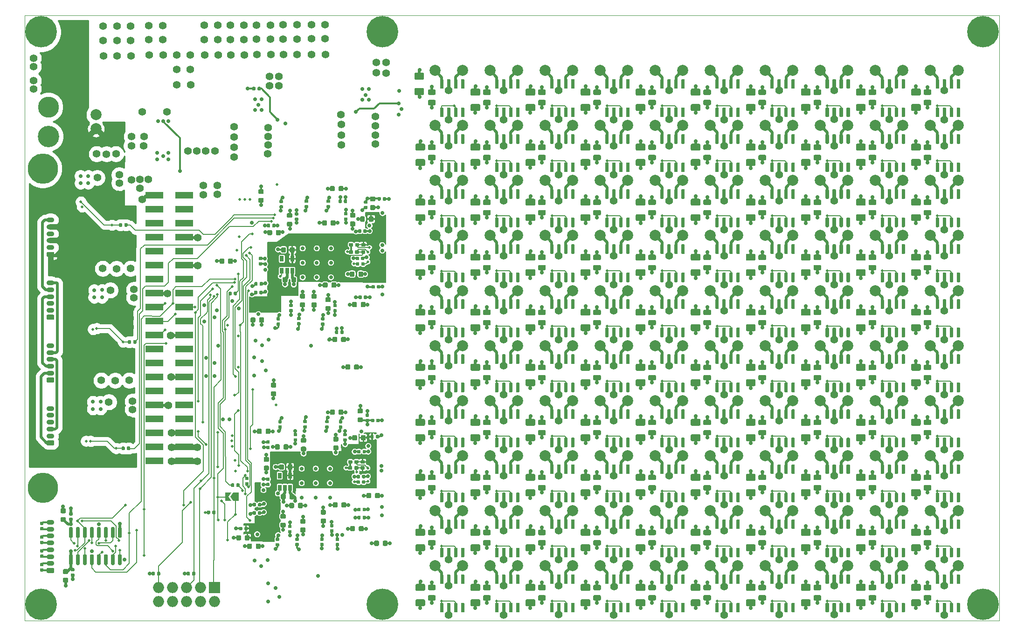
<source format=gbr>
G04 #@! TF.GenerationSoftware,KiCad,Pcbnew,(5.1.5)-3*
G04 #@! TF.CreationDate,2020-11-28T21:49:59-05:00*
G04 #@! TF.ProjectId,floater,666c6f61-7465-4722-9e6b-696361645f70,rev?*
G04 #@! TF.SameCoordinates,PXfb691c48PY5f5e038*
G04 #@! TF.FileFunction,Copper,L4,Bot*
G04 #@! TF.FilePolarity,Positive*
%FSLAX46Y46*%
G04 Gerber Fmt 4.6, Leading zero omitted, Abs format (unit mm)*
G04 Created by KiCad (PCBNEW (5.1.5)-3) date 2020-11-28 21:49:59*
%MOMM*%
%LPD*%
G04 APERTURE LIST*
%ADD10C,0.050000*%
%ADD11C,0.203200*%
%ADD12C,0.100000*%
%ADD13C,5.500000*%
%ADD14R,3.180001X1.270000*%
%ADD15R,3.180000X1.270000*%
%ADD16R,2.000000X2.000000*%
%ADD17O,2.000000X2.000000*%
%ADD18O,1.400000X0.900000*%
%ADD19R,0.650000X1.060000*%
%ADD20C,2.000000*%
%ADD21C,3.800000*%
%ADD22C,3.890000*%
%ADD23C,5.715000*%
%ADD24C,1.400000*%
%ADD25C,0.711200*%
%ADD26C,0.508000*%
%ADD27C,0.508000*%
%ADD28C,0.304800*%
%ADD29C,0.127000*%
%ADD30C,1.000000*%
%ADD31C,0.150000*%
%ADD32C,0.254000*%
G04 APERTURE END LIST*
D10*
X176997560Y-200D02*
X-2440Y-200D01*
X176997560Y109999800D02*
X-2440Y109999800D01*
X176997560Y-200D02*
X176997560Y109999800D01*
X-2440Y109999800D02*
X-2440Y-200D01*
D11*
X61262260Y28859480D02*
X60431680Y28859480D01*
X61386720Y68323460D02*
X60556140Y68323460D01*
X61366400Y67005200D02*
X60535820Y67005200D01*
X61241940Y27785060D02*
X60411360Y27785060D01*
G04 #@! TA.AperFunction,SMDPad,CuDef*
D12*
G36*
X38912198Y24952210D02*
G01*
X38926516Y24950086D01*
X38940557Y24946569D01*
X38954186Y24941692D01*
X38967271Y24935503D01*
X38979687Y24928062D01*
X38991313Y24919439D01*
X39002038Y24909718D01*
X39011759Y24898993D01*
X39020382Y24887367D01*
X39027823Y24874951D01*
X39034012Y24861866D01*
X39038889Y24848237D01*
X39042406Y24834196D01*
X39044530Y24819878D01*
X39045240Y24805420D01*
X39045240Y24460420D01*
X39044530Y24445962D01*
X39042406Y24431644D01*
X39038889Y24417603D01*
X39034012Y24403974D01*
X39027823Y24390889D01*
X39020382Y24378473D01*
X39011759Y24366847D01*
X39002038Y24356122D01*
X38991313Y24346401D01*
X38979687Y24337778D01*
X38967271Y24330337D01*
X38954186Y24324148D01*
X38940557Y24319271D01*
X38926516Y24315754D01*
X38912198Y24313630D01*
X38897740Y24312920D01*
X38602740Y24312920D01*
X38588282Y24313630D01*
X38573964Y24315754D01*
X38559923Y24319271D01*
X38546294Y24324148D01*
X38533209Y24330337D01*
X38520793Y24337778D01*
X38509167Y24346401D01*
X38498442Y24356122D01*
X38488721Y24366847D01*
X38480098Y24378473D01*
X38472657Y24390889D01*
X38466468Y24403974D01*
X38461591Y24417603D01*
X38458074Y24431644D01*
X38455950Y24445962D01*
X38455240Y24460420D01*
X38455240Y24805420D01*
X38455950Y24819878D01*
X38458074Y24834196D01*
X38461591Y24848237D01*
X38466468Y24861866D01*
X38472657Y24874951D01*
X38480098Y24887367D01*
X38488721Y24898993D01*
X38498442Y24909718D01*
X38509167Y24919439D01*
X38520793Y24928062D01*
X38533209Y24935503D01*
X38546294Y24941692D01*
X38559923Y24946569D01*
X38573964Y24950086D01*
X38588282Y24952210D01*
X38602740Y24952920D01*
X38897740Y24952920D01*
X38912198Y24952210D01*
G37*
G04 #@! TD.AperFunction*
G04 #@! TA.AperFunction,SMDPad,CuDef*
G36*
X37942198Y24952210D02*
G01*
X37956516Y24950086D01*
X37970557Y24946569D01*
X37984186Y24941692D01*
X37997271Y24935503D01*
X38009687Y24928062D01*
X38021313Y24919439D01*
X38032038Y24909718D01*
X38041759Y24898993D01*
X38050382Y24887367D01*
X38057823Y24874951D01*
X38064012Y24861866D01*
X38068889Y24848237D01*
X38072406Y24834196D01*
X38074530Y24819878D01*
X38075240Y24805420D01*
X38075240Y24460420D01*
X38074530Y24445962D01*
X38072406Y24431644D01*
X38068889Y24417603D01*
X38064012Y24403974D01*
X38057823Y24390889D01*
X38050382Y24378473D01*
X38041759Y24366847D01*
X38032038Y24356122D01*
X38021313Y24346401D01*
X38009687Y24337778D01*
X37997271Y24330337D01*
X37984186Y24324148D01*
X37970557Y24319271D01*
X37956516Y24315754D01*
X37942198Y24313630D01*
X37927740Y24312920D01*
X37632740Y24312920D01*
X37618282Y24313630D01*
X37603964Y24315754D01*
X37589923Y24319271D01*
X37576294Y24324148D01*
X37563209Y24330337D01*
X37550793Y24337778D01*
X37539167Y24346401D01*
X37528442Y24356122D01*
X37518721Y24366847D01*
X37510098Y24378473D01*
X37502657Y24390889D01*
X37496468Y24403974D01*
X37491591Y24417603D01*
X37488074Y24431644D01*
X37485950Y24445962D01*
X37485240Y24460420D01*
X37485240Y24805420D01*
X37485950Y24819878D01*
X37488074Y24834196D01*
X37491591Y24848237D01*
X37496468Y24861866D01*
X37502657Y24874951D01*
X37510098Y24887367D01*
X37518721Y24898993D01*
X37528442Y24909718D01*
X37539167Y24919439D01*
X37550793Y24928062D01*
X37563209Y24935503D01*
X37576294Y24941692D01*
X37589923Y24946569D01*
X37603964Y24950086D01*
X37618282Y24952210D01*
X37632740Y24952920D01*
X37927740Y24952920D01*
X37942198Y24952210D01*
G37*
G04 #@! TD.AperFunction*
G04 #@! TA.AperFunction,SMDPad,CuDef*
G36*
X38459938Y59793390D02*
G01*
X38474256Y59791266D01*
X38488297Y59787749D01*
X38501926Y59782872D01*
X38515011Y59776683D01*
X38527427Y59769242D01*
X38539053Y59760619D01*
X38549778Y59750898D01*
X38559499Y59740173D01*
X38568122Y59728547D01*
X38575563Y59716131D01*
X38581752Y59703046D01*
X38586629Y59689417D01*
X38590146Y59675376D01*
X38592270Y59661058D01*
X38592980Y59646600D01*
X38592980Y59301600D01*
X38592270Y59287142D01*
X38590146Y59272824D01*
X38586629Y59258783D01*
X38581752Y59245154D01*
X38575563Y59232069D01*
X38568122Y59219653D01*
X38559499Y59208027D01*
X38549778Y59197302D01*
X38539053Y59187581D01*
X38527427Y59178958D01*
X38515011Y59171517D01*
X38501926Y59165328D01*
X38488297Y59160451D01*
X38474256Y59156934D01*
X38459938Y59154810D01*
X38445480Y59154100D01*
X38150480Y59154100D01*
X38136022Y59154810D01*
X38121704Y59156934D01*
X38107663Y59160451D01*
X38094034Y59165328D01*
X38080949Y59171517D01*
X38068533Y59178958D01*
X38056907Y59187581D01*
X38046182Y59197302D01*
X38036461Y59208027D01*
X38027838Y59219653D01*
X38020397Y59232069D01*
X38014208Y59245154D01*
X38009331Y59258783D01*
X38005814Y59272824D01*
X38003690Y59287142D01*
X38002980Y59301600D01*
X38002980Y59646600D01*
X38003690Y59661058D01*
X38005814Y59675376D01*
X38009331Y59689417D01*
X38014208Y59703046D01*
X38020397Y59716131D01*
X38027838Y59728547D01*
X38036461Y59740173D01*
X38046182Y59750898D01*
X38056907Y59760619D01*
X38068533Y59769242D01*
X38080949Y59776683D01*
X38094034Y59782872D01*
X38107663Y59787749D01*
X38121704Y59791266D01*
X38136022Y59793390D01*
X38150480Y59794100D01*
X38445480Y59794100D01*
X38459938Y59793390D01*
G37*
G04 #@! TD.AperFunction*
G04 #@! TA.AperFunction,SMDPad,CuDef*
G36*
X37489938Y59793390D02*
G01*
X37504256Y59791266D01*
X37518297Y59787749D01*
X37531926Y59782872D01*
X37545011Y59776683D01*
X37557427Y59769242D01*
X37569053Y59760619D01*
X37579778Y59750898D01*
X37589499Y59740173D01*
X37598122Y59728547D01*
X37605563Y59716131D01*
X37611752Y59703046D01*
X37616629Y59689417D01*
X37620146Y59675376D01*
X37622270Y59661058D01*
X37622980Y59646600D01*
X37622980Y59301600D01*
X37622270Y59287142D01*
X37620146Y59272824D01*
X37616629Y59258783D01*
X37611752Y59245154D01*
X37605563Y59232069D01*
X37598122Y59219653D01*
X37589499Y59208027D01*
X37579778Y59197302D01*
X37569053Y59187581D01*
X37557427Y59178958D01*
X37545011Y59171517D01*
X37531926Y59165328D01*
X37518297Y59160451D01*
X37504256Y59156934D01*
X37489938Y59154810D01*
X37475480Y59154100D01*
X37180480Y59154100D01*
X37166022Y59154810D01*
X37151704Y59156934D01*
X37137663Y59160451D01*
X37124034Y59165328D01*
X37110949Y59171517D01*
X37098533Y59178958D01*
X37086907Y59187581D01*
X37076182Y59197302D01*
X37066461Y59208027D01*
X37057838Y59219653D01*
X37050397Y59232069D01*
X37044208Y59245154D01*
X37039331Y59258783D01*
X37035814Y59272824D01*
X37033690Y59287142D01*
X37032980Y59301600D01*
X37032980Y59646600D01*
X37033690Y59661058D01*
X37035814Y59675376D01*
X37039331Y59689417D01*
X37044208Y59703046D01*
X37050397Y59716131D01*
X37057838Y59728547D01*
X37066461Y59740173D01*
X37076182Y59750898D01*
X37086907Y59760619D01*
X37098533Y59769242D01*
X37110949Y59776683D01*
X37124034Y59782872D01*
X37137663Y59787749D01*
X37151704Y59791266D01*
X37166022Y59793390D01*
X37180480Y59794100D01*
X37475480Y59794100D01*
X37489938Y59793390D01*
G37*
G04 #@! TD.AperFunction*
D13*
X3294080Y82149500D03*
X3294080Y24149500D03*
D14*
X29024580Y29019500D03*
D15*
X23563580Y29019500D03*
D14*
X29024580Y46799500D03*
D15*
X23563580Y46799500D03*
D14*
X29024580Y51879500D03*
D15*
X23563580Y51879500D03*
D14*
X29024580Y41719500D03*
D15*
X23563580Y41719500D03*
D14*
X29024580Y69659500D03*
D15*
X23563580Y69659500D03*
D14*
X29024580Y39179500D03*
D15*
X23563580Y39179500D03*
D14*
X29024580Y56959500D03*
D15*
X23563580Y56959500D03*
D14*
X29024580Y34099500D03*
D15*
X23563580Y34099500D03*
D14*
X29024580Y36639500D03*
D15*
X23563580Y36639500D03*
D14*
X29024580Y31559500D03*
D15*
X23563580Y31559500D03*
D14*
X29024580Y54419500D03*
D15*
X23563580Y54419500D03*
D14*
X29024580Y67119500D03*
D15*
X23563580Y67119500D03*
D14*
X29024580Y62039500D03*
D15*
X23563580Y62039500D03*
D14*
X29024580Y44259500D03*
D15*
X23563580Y44259500D03*
D14*
X29024580Y64579500D03*
D15*
X23563580Y64579500D03*
D14*
X29024580Y49339500D03*
D15*
X23563580Y49339500D03*
D14*
X23563580Y77279500D03*
X29024580Y77279500D03*
D15*
X23563580Y72199500D03*
D14*
X29024580Y74739500D03*
X29024580Y59499500D03*
D15*
X23563580Y59499500D03*
X23563580Y74739500D03*
D14*
X29024580Y72199500D03*
G04 #@! TA.AperFunction,SMDPad,CuDef*
D12*
G36*
X59371223Y29173630D02*
G01*
X59386754Y29171326D01*
X59401986Y29167510D01*
X59416769Y29162221D01*
X59430963Y29155507D01*
X59444431Y29147435D01*
X59457043Y29138082D01*
X59468677Y29127537D01*
X59479222Y29115903D01*
X59488575Y29103291D01*
X59496647Y29089823D01*
X59503361Y29075629D01*
X59508650Y29060846D01*
X59512466Y29045614D01*
X59514770Y29030083D01*
X59515540Y29014400D01*
X59515540Y28694400D01*
X59514770Y28678717D01*
X59512466Y28663186D01*
X59508650Y28647954D01*
X59503361Y28633171D01*
X59496647Y28618977D01*
X59488575Y28605509D01*
X59479222Y28592897D01*
X59468677Y28581263D01*
X59457043Y28570718D01*
X59444431Y28561365D01*
X59430963Y28553293D01*
X59416769Y28546579D01*
X59401986Y28541290D01*
X59386754Y28537474D01*
X59371223Y28535170D01*
X59355540Y28534400D01*
X58925540Y28534400D01*
X58909857Y28535170D01*
X58894326Y28537474D01*
X58879094Y28541290D01*
X58864311Y28546579D01*
X58850117Y28553293D01*
X58836649Y28561365D01*
X58824037Y28570718D01*
X58812403Y28581263D01*
X58801858Y28592897D01*
X58792505Y28605509D01*
X58784433Y28618977D01*
X58777719Y28633171D01*
X58772430Y28647954D01*
X58768614Y28663186D01*
X58766310Y28678717D01*
X58765540Y28694400D01*
X58765540Y29014400D01*
X58766310Y29030083D01*
X58768614Y29045614D01*
X58772430Y29060846D01*
X58777719Y29075629D01*
X58784433Y29089823D01*
X58792505Y29103291D01*
X58801858Y29115903D01*
X58812403Y29127537D01*
X58824037Y29138082D01*
X58836649Y29147435D01*
X58850117Y29155507D01*
X58864311Y29162221D01*
X58879094Y29167510D01*
X58894326Y29171326D01*
X58909857Y29173630D01*
X58925540Y29174400D01*
X59355540Y29174400D01*
X59371223Y29173630D01*
G37*
G04 #@! TD.AperFunction*
G04 #@! TA.AperFunction,SMDPad,CuDef*
G36*
X60501223Y29173630D02*
G01*
X60516754Y29171326D01*
X60531986Y29167510D01*
X60546769Y29162221D01*
X60560963Y29155507D01*
X60574431Y29147435D01*
X60587043Y29138082D01*
X60598677Y29127537D01*
X60609222Y29115903D01*
X60618575Y29103291D01*
X60626647Y29089823D01*
X60633361Y29075629D01*
X60638650Y29060846D01*
X60642466Y29045614D01*
X60644770Y29030083D01*
X60645540Y29014400D01*
X60645540Y28694400D01*
X60644770Y28678717D01*
X60642466Y28663186D01*
X60638650Y28647954D01*
X60633361Y28633171D01*
X60626647Y28618977D01*
X60618575Y28605509D01*
X60609222Y28592897D01*
X60598677Y28581263D01*
X60587043Y28570718D01*
X60574431Y28561365D01*
X60560963Y28553293D01*
X60546769Y28546579D01*
X60531986Y28541290D01*
X60516754Y28537474D01*
X60501223Y28535170D01*
X60485540Y28534400D01*
X60055540Y28534400D01*
X60039857Y28535170D01*
X60024326Y28537474D01*
X60009094Y28541290D01*
X59994311Y28546579D01*
X59980117Y28553293D01*
X59966649Y28561365D01*
X59954037Y28570718D01*
X59942403Y28581263D01*
X59931858Y28592897D01*
X59922505Y28605509D01*
X59914433Y28618977D01*
X59907719Y28633171D01*
X59902430Y28647954D01*
X59898614Y28663186D01*
X59896310Y28678717D01*
X59895540Y28694400D01*
X59895540Y29014400D01*
X59896310Y29030083D01*
X59898614Y29045614D01*
X59902430Y29060846D01*
X59907719Y29075629D01*
X59914433Y29089823D01*
X59922505Y29103291D01*
X59931858Y29115903D01*
X59942403Y29127537D01*
X59954037Y29138082D01*
X59966649Y29147435D01*
X59980117Y29155507D01*
X59994311Y29162221D01*
X60009094Y29167510D01*
X60024326Y29171326D01*
X60039857Y29173630D01*
X60055540Y29174400D01*
X60485540Y29174400D01*
X60501223Y29173630D01*
G37*
G04 #@! TD.AperFunction*
G04 #@! TA.AperFunction,SMDPad,CuDef*
G36*
X61631223Y29173630D02*
G01*
X61646754Y29171326D01*
X61661986Y29167510D01*
X61676769Y29162221D01*
X61690963Y29155507D01*
X61704431Y29147435D01*
X61717043Y29138082D01*
X61728677Y29127537D01*
X61739222Y29115903D01*
X61748575Y29103291D01*
X61756647Y29089823D01*
X61763361Y29075629D01*
X61768650Y29060846D01*
X61772466Y29045614D01*
X61774770Y29030083D01*
X61775540Y29014400D01*
X61775540Y28694400D01*
X61774770Y28678717D01*
X61772466Y28663186D01*
X61768650Y28647954D01*
X61763361Y28633171D01*
X61756647Y28618977D01*
X61748575Y28605509D01*
X61739222Y28592897D01*
X61728677Y28581263D01*
X61717043Y28570718D01*
X61704431Y28561365D01*
X61690963Y28553293D01*
X61676769Y28546579D01*
X61661986Y28541290D01*
X61646754Y28537474D01*
X61631223Y28535170D01*
X61615540Y28534400D01*
X61185540Y28534400D01*
X61169857Y28535170D01*
X61154326Y28537474D01*
X61139094Y28541290D01*
X61124311Y28546579D01*
X61110117Y28553293D01*
X61096649Y28561365D01*
X61084037Y28570718D01*
X61072403Y28581263D01*
X61061858Y28592897D01*
X61052505Y28605509D01*
X61044433Y28618977D01*
X61037719Y28633171D01*
X61032430Y28647954D01*
X61028614Y28663186D01*
X61026310Y28678717D01*
X61025540Y28694400D01*
X61025540Y29014400D01*
X61026310Y29030083D01*
X61028614Y29045614D01*
X61032430Y29060846D01*
X61037719Y29075629D01*
X61044433Y29089823D01*
X61052505Y29103291D01*
X61061858Y29115903D01*
X61072403Y29127537D01*
X61084037Y29138082D01*
X61096649Y29147435D01*
X61110117Y29155507D01*
X61124311Y29162221D01*
X61139094Y29167510D01*
X61154326Y29171326D01*
X61169857Y29173630D01*
X61185540Y29174400D01*
X61615540Y29174400D01*
X61631223Y29173630D01*
G37*
G04 #@! TD.AperFunction*
G04 #@! TA.AperFunction,SMDPad,CuDef*
G36*
X59495683Y68637610D02*
G01*
X59511214Y68635306D01*
X59526446Y68631490D01*
X59541229Y68626201D01*
X59555423Y68619487D01*
X59568891Y68611415D01*
X59581503Y68602062D01*
X59593137Y68591517D01*
X59603682Y68579883D01*
X59613035Y68567271D01*
X59621107Y68553803D01*
X59627821Y68539609D01*
X59633110Y68524826D01*
X59636926Y68509594D01*
X59639230Y68494063D01*
X59640000Y68478380D01*
X59640000Y68158380D01*
X59639230Y68142697D01*
X59636926Y68127166D01*
X59633110Y68111934D01*
X59627821Y68097151D01*
X59621107Y68082957D01*
X59613035Y68069489D01*
X59603682Y68056877D01*
X59593137Y68045243D01*
X59581503Y68034698D01*
X59568891Y68025345D01*
X59555423Y68017273D01*
X59541229Y68010559D01*
X59526446Y68005270D01*
X59511214Y68001454D01*
X59495683Y67999150D01*
X59480000Y67998380D01*
X59050000Y67998380D01*
X59034317Y67999150D01*
X59018786Y68001454D01*
X59003554Y68005270D01*
X58988771Y68010559D01*
X58974577Y68017273D01*
X58961109Y68025345D01*
X58948497Y68034698D01*
X58936863Y68045243D01*
X58926318Y68056877D01*
X58916965Y68069489D01*
X58908893Y68082957D01*
X58902179Y68097151D01*
X58896890Y68111934D01*
X58893074Y68127166D01*
X58890770Y68142697D01*
X58890000Y68158380D01*
X58890000Y68478380D01*
X58890770Y68494063D01*
X58893074Y68509594D01*
X58896890Y68524826D01*
X58902179Y68539609D01*
X58908893Y68553803D01*
X58916965Y68567271D01*
X58926318Y68579883D01*
X58936863Y68591517D01*
X58948497Y68602062D01*
X58961109Y68611415D01*
X58974577Y68619487D01*
X58988771Y68626201D01*
X59003554Y68631490D01*
X59018786Y68635306D01*
X59034317Y68637610D01*
X59050000Y68638380D01*
X59480000Y68638380D01*
X59495683Y68637610D01*
G37*
G04 #@! TD.AperFunction*
G04 #@! TA.AperFunction,SMDPad,CuDef*
G36*
X60625683Y68637610D02*
G01*
X60641214Y68635306D01*
X60656446Y68631490D01*
X60671229Y68626201D01*
X60685423Y68619487D01*
X60698891Y68611415D01*
X60711503Y68602062D01*
X60723137Y68591517D01*
X60733682Y68579883D01*
X60743035Y68567271D01*
X60751107Y68553803D01*
X60757821Y68539609D01*
X60763110Y68524826D01*
X60766926Y68509594D01*
X60769230Y68494063D01*
X60770000Y68478380D01*
X60770000Y68158380D01*
X60769230Y68142697D01*
X60766926Y68127166D01*
X60763110Y68111934D01*
X60757821Y68097151D01*
X60751107Y68082957D01*
X60743035Y68069489D01*
X60733682Y68056877D01*
X60723137Y68045243D01*
X60711503Y68034698D01*
X60698891Y68025345D01*
X60685423Y68017273D01*
X60671229Y68010559D01*
X60656446Y68005270D01*
X60641214Y68001454D01*
X60625683Y67999150D01*
X60610000Y67998380D01*
X60180000Y67998380D01*
X60164317Y67999150D01*
X60148786Y68001454D01*
X60133554Y68005270D01*
X60118771Y68010559D01*
X60104577Y68017273D01*
X60091109Y68025345D01*
X60078497Y68034698D01*
X60066863Y68045243D01*
X60056318Y68056877D01*
X60046965Y68069489D01*
X60038893Y68082957D01*
X60032179Y68097151D01*
X60026890Y68111934D01*
X60023074Y68127166D01*
X60020770Y68142697D01*
X60020000Y68158380D01*
X60020000Y68478380D01*
X60020770Y68494063D01*
X60023074Y68509594D01*
X60026890Y68524826D01*
X60032179Y68539609D01*
X60038893Y68553803D01*
X60046965Y68567271D01*
X60056318Y68579883D01*
X60066863Y68591517D01*
X60078497Y68602062D01*
X60091109Y68611415D01*
X60104577Y68619487D01*
X60118771Y68626201D01*
X60133554Y68631490D01*
X60148786Y68635306D01*
X60164317Y68637610D01*
X60180000Y68638380D01*
X60610000Y68638380D01*
X60625683Y68637610D01*
G37*
G04 #@! TD.AperFunction*
G04 #@! TA.AperFunction,SMDPad,CuDef*
G36*
X61755683Y68637610D02*
G01*
X61771214Y68635306D01*
X61786446Y68631490D01*
X61801229Y68626201D01*
X61815423Y68619487D01*
X61828891Y68611415D01*
X61841503Y68602062D01*
X61853137Y68591517D01*
X61863682Y68579883D01*
X61873035Y68567271D01*
X61881107Y68553803D01*
X61887821Y68539609D01*
X61893110Y68524826D01*
X61896926Y68509594D01*
X61899230Y68494063D01*
X61900000Y68478380D01*
X61900000Y68158380D01*
X61899230Y68142697D01*
X61896926Y68127166D01*
X61893110Y68111934D01*
X61887821Y68097151D01*
X61881107Y68082957D01*
X61873035Y68069489D01*
X61863682Y68056877D01*
X61853137Y68045243D01*
X61841503Y68034698D01*
X61828891Y68025345D01*
X61815423Y68017273D01*
X61801229Y68010559D01*
X61786446Y68005270D01*
X61771214Y68001454D01*
X61755683Y67999150D01*
X61740000Y67998380D01*
X61310000Y67998380D01*
X61294317Y67999150D01*
X61278786Y68001454D01*
X61263554Y68005270D01*
X61248771Y68010559D01*
X61234577Y68017273D01*
X61221109Y68025345D01*
X61208497Y68034698D01*
X61196863Y68045243D01*
X61186318Y68056877D01*
X61176965Y68069489D01*
X61168893Y68082957D01*
X61162179Y68097151D01*
X61156890Y68111934D01*
X61153074Y68127166D01*
X61150770Y68142697D01*
X61150000Y68158380D01*
X61150000Y68478380D01*
X61150770Y68494063D01*
X61153074Y68509594D01*
X61156890Y68524826D01*
X61162179Y68539609D01*
X61168893Y68553803D01*
X61176965Y68567271D01*
X61186318Y68579883D01*
X61196863Y68591517D01*
X61208497Y68602062D01*
X61221109Y68611415D01*
X61234577Y68619487D01*
X61248771Y68626201D01*
X61263554Y68631490D01*
X61278786Y68635306D01*
X61294317Y68637610D01*
X61310000Y68638380D01*
X61740000Y68638380D01*
X61755683Y68637610D01*
G37*
G04 #@! TD.AperFunction*
G04 #@! TA.AperFunction,SMDPad,CuDef*
G36*
X20182098Y50974510D02*
G01*
X20196416Y50972386D01*
X20210457Y50968869D01*
X20224086Y50963992D01*
X20237171Y50957803D01*
X20249587Y50950362D01*
X20261213Y50941739D01*
X20271938Y50932018D01*
X20281659Y50921293D01*
X20290282Y50909667D01*
X20297723Y50897251D01*
X20303912Y50884166D01*
X20308789Y50870537D01*
X20312306Y50856496D01*
X20314430Y50842178D01*
X20315140Y50827720D01*
X20315140Y50482720D01*
X20314430Y50468262D01*
X20312306Y50453944D01*
X20308789Y50439903D01*
X20303912Y50426274D01*
X20297723Y50413189D01*
X20290282Y50400773D01*
X20281659Y50389147D01*
X20271938Y50378422D01*
X20261213Y50368701D01*
X20249587Y50360078D01*
X20237171Y50352637D01*
X20224086Y50346448D01*
X20210457Y50341571D01*
X20196416Y50338054D01*
X20182098Y50335930D01*
X20167640Y50335220D01*
X19872640Y50335220D01*
X19858182Y50335930D01*
X19843864Y50338054D01*
X19829823Y50341571D01*
X19816194Y50346448D01*
X19803109Y50352637D01*
X19790693Y50360078D01*
X19779067Y50368701D01*
X19768342Y50378422D01*
X19758621Y50389147D01*
X19749998Y50400773D01*
X19742557Y50413189D01*
X19736368Y50426274D01*
X19731491Y50439903D01*
X19727974Y50453944D01*
X19725850Y50468262D01*
X19725140Y50482720D01*
X19725140Y50827720D01*
X19725850Y50842178D01*
X19727974Y50856496D01*
X19731491Y50870537D01*
X19736368Y50884166D01*
X19742557Y50897251D01*
X19749998Y50909667D01*
X19758621Y50921293D01*
X19768342Y50932018D01*
X19779067Y50941739D01*
X19790693Y50950362D01*
X19803109Y50957803D01*
X19816194Y50963992D01*
X19829823Y50968869D01*
X19843864Y50972386D01*
X19858182Y50974510D01*
X19872640Y50975220D01*
X20167640Y50975220D01*
X20182098Y50974510D01*
G37*
G04 #@! TD.AperFunction*
G04 #@! TA.AperFunction,SMDPad,CuDef*
G36*
X19212098Y50974510D02*
G01*
X19226416Y50972386D01*
X19240457Y50968869D01*
X19254086Y50963992D01*
X19267171Y50957803D01*
X19279587Y50950362D01*
X19291213Y50941739D01*
X19301938Y50932018D01*
X19311659Y50921293D01*
X19320282Y50909667D01*
X19327723Y50897251D01*
X19333912Y50884166D01*
X19338789Y50870537D01*
X19342306Y50856496D01*
X19344430Y50842178D01*
X19345140Y50827720D01*
X19345140Y50482720D01*
X19344430Y50468262D01*
X19342306Y50453944D01*
X19338789Y50439903D01*
X19333912Y50426274D01*
X19327723Y50413189D01*
X19320282Y50400773D01*
X19311659Y50389147D01*
X19301938Y50378422D01*
X19291213Y50368701D01*
X19279587Y50360078D01*
X19267171Y50352637D01*
X19254086Y50346448D01*
X19240457Y50341571D01*
X19226416Y50338054D01*
X19212098Y50335930D01*
X19197640Y50335220D01*
X18902640Y50335220D01*
X18888182Y50335930D01*
X18873864Y50338054D01*
X18859823Y50341571D01*
X18846194Y50346448D01*
X18833109Y50352637D01*
X18820693Y50360078D01*
X18809067Y50368701D01*
X18798342Y50378422D01*
X18788621Y50389147D01*
X18779998Y50400773D01*
X18772557Y50413189D01*
X18766368Y50426274D01*
X18761491Y50439903D01*
X18757974Y50453944D01*
X18755850Y50468262D01*
X18755140Y50482720D01*
X18755140Y50827720D01*
X18755850Y50842178D01*
X18757974Y50856496D01*
X18761491Y50870537D01*
X18766368Y50884166D01*
X18772557Y50897251D01*
X18779998Y50909667D01*
X18788621Y50921293D01*
X18798342Y50932018D01*
X18809067Y50941739D01*
X18820693Y50950362D01*
X18833109Y50957803D01*
X18846194Y50963992D01*
X18859823Y50968869D01*
X18873864Y50972386D01*
X18888182Y50974510D01*
X18902640Y50975220D01*
X19197640Y50975220D01*
X19212098Y50974510D01*
G37*
G04 #@! TD.AperFunction*
G04 #@! TA.AperFunction,SMDPad,CuDef*
G36*
X18574278Y72236850D02*
G01*
X18588596Y72234726D01*
X18602637Y72231209D01*
X18616266Y72226332D01*
X18629351Y72220143D01*
X18641767Y72212702D01*
X18653393Y72204079D01*
X18664118Y72194358D01*
X18673839Y72183633D01*
X18682462Y72172007D01*
X18689903Y72159591D01*
X18696092Y72146506D01*
X18700969Y72132877D01*
X18704486Y72118836D01*
X18706610Y72104518D01*
X18707320Y72090060D01*
X18707320Y71745060D01*
X18706610Y71730602D01*
X18704486Y71716284D01*
X18700969Y71702243D01*
X18696092Y71688614D01*
X18689903Y71675529D01*
X18682462Y71663113D01*
X18673839Y71651487D01*
X18664118Y71640762D01*
X18653393Y71631041D01*
X18641767Y71622418D01*
X18629351Y71614977D01*
X18616266Y71608788D01*
X18602637Y71603911D01*
X18588596Y71600394D01*
X18574278Y71598270D01*
X18559820Y71597560D01*
X18264820Y71597560D01*
X18250362Y71598270D01*
X18236044Y71600394D01*
X18222003Y71603911D01*
X18208374Y71608788D01*
X18195289Y71614977D01*
X18182873Y71622418D01*
X18171247Y71631041D01*
X18160522Y71640762D01*
X18150801Y71651487D01*
X18142178Y71663113D01*
X18134737Y71675529D01*
X18128548Y71688614D01*
X18123671Y71702243D01*
X18120154Y71716284D01*
X18118030Y71730602D01*
X18117320Y71745060D01*
X18117320Y72090060D01*
X18118030Y72104518D01*
X18120154Y72118836D01*
X18123671Y72132877D01*
X18128548Y72146506D01*
X18134737Y72159591D01*
X18142178Y72172007D01*
X18150801Y72183633D01*
X18160522Y72194358D01*
X18171247Y72204079D01*
X18182873Y72212702D01*
X18195289Y72220143D01*
X18208374Y72226332D01*
X18222003Y72231209D01*
X18236044Y72234726D01*
X18250362Y72236850D01*
X18264820Y72237560D01*
X18559820Y72237560D01*
X18574278Y72236850D01*
G37*
G04 #@! TD.AperFunction*
G04 #@! TA.AperFunction,SMDPad,CuDef*
G36*
X17604278Y72236850D02*
G01*
X17618596Y72234726D01*
X17632637Y72231209D01*
X17646266Y72226332D01*
X17659351Y72220143D01*
X17671767Y72212702D01*
X17683393Y72204079D01*
X17694118Y72194358D01*
X17703839Y72183633D01*
X17712462Y72172007D01*
X17719903Y72159591D01*
X17726092Y72146506D01*
X17730969Y72132877D01*
X17734486Y72118836D01*
X17736610Y72104518D01*
X17737320Y72090060D01*
X17737320Y71745060D01*
X17736610Y71730602D01*
X17734486Y71716284D01*
X17730969Y71702243D01*
X17726092Y71688614D01*
X17719903Y71675529D01*
X17712462Y71663113D01*
X17703839Y71651487D01*
X17694118Y71640762D01*
X17683393Y71631041D01*
X17671767Y71622418D01*
X17659351Y71614977D01*
X17646266Y71608788D01*
X17632637Y71603911D01*
X17618596Y71600394D01*
X17604278Y71598270D01*
X17589820Y71597560D01*
X17294820Y71597560D01*
X17280362Y71598270D01*
X17266044Y71600394D01*
X17252003Y71603911D01*
X17238374Y71608788D01*
X17225289Y71614977D01*
X17212873Y71622418D01*
X17201247Y71631041D01*
X17190522Y71640762D01*
X17180801Y71651487D01*
X17172178Y71663113D01*
X17164737Y71675529D01*
X17158548Y71688614D01*
X17153671Y71702243D01*
X17150154Y71716284D01*
X17148030Y71730602D01*
X17147320Y71745060D01*
X17147320Y72090060D01*
X17148030Y72104518D01*
X17150154Y72118836D01*
X17153671Y72132877D01*
X17158548Y72146506D01*
X17164737Y72159591D01*
X17172178Y72172007D01*
X17180801Y72183633D01*
X17190522Y72194358D01*
X17201247Y72204079D01*
X17212873Y72212702D01*
X17225289Y72220143D01*
X17238374Y72226332D01*
X17252003Y72231209D01*
X17266044Y72234726D01*
X17280362Y72236850D01*
X17294820Y72237560D01*
X17589820Y72237560D01*
X17604278Y72236850D01*
G37*
G04 #@! TD.AperFunction*
G04 #@! TA.AperFunction,SMDPad,CuDef*
G36*
X19036558Y31647650D02*
G01*
X19050876Y31645526D01*
X19064917Y31642009D01*
X19078546Y31637132D01*
X19091631Y31630943D01*
X19104047Y31623502D01*
X19115673Y31614879D01*
X19126398Y31605158D01*
X19136119Y31594433D01*
X19144742Y31582807D01*
X19152183Y31570391D01*
X19158372Y31557306D01*
X19163249Y31543677D01*
X19166766Y31529636D01*
X19168890Y31515318D01*
X19169600Y31500860D01*
X19169600Y31155860D01*
X19168890Y31141402D01*
X19166766Y31127084D01*
X19163249Y31113043D01*
X19158372Y31099414D01*
X19152183Y31086329D01*
X19144742Y31073913D01*
X19136119Y31062287D01*
X19126398Y31051562D01*
X19115673Y31041841D01*
X19104047Y31033218D01*
X19091631Y31025777D01*
X19078546Y31019588D01*
X19064917Y31014711D01*
X19050876Y31011194D01*
X19036558Y31009070D01*
X19022100Y31008360D01*
X18727100Y31008360D01*
X18712642Y31009070D01*
X18698324Y31011194D01*
X18684283Y31014711D01*
X18670654Y31019588D01*
X18657569Y31025777D01*
X18645153Y31033218D01*
X18633527Y31041841D01*
X18622802Y31051562D01*
X18613081Y31062287D01*
X18604458Y31073913D01*
X18597017Y31086329D01*
X18590828Y31099414D01*
X18585951Y31113043D01*
X18582434Y31127084D01*
X18580310Y31141402D01*
X18579600Y31155860D01*
X18579600Y31500860D01*
X18580310Y31515318D01*
X18582434Y31529636D01*
X18585951Y31543677D01*
X18590828Y31557306D01*
X18597017Y31570391D01*
X18604458Y31582807D01*
X18613081Y31594433D01*
X18622802Y31605158D01*
X18633527Y31614879D01*
X18645153Y31623502D01*
X18657569Y31630943D01*
X18670654Y31637132D01*
X18684283Y31642009D01*
X18698324Y31645526D01*
X18712642Y31647650D01*
X18727100Y31648360D01*
X19022100Y31648360D01*
X19036558Y31647650D01*
G37*
G04 #@! TD.AperFunction*
G04 #@! TA.AperFunction,SMDPad,CuDef*
G36*
X18066558Y31647650D02*
G01*
X18080876Y31645526D01*
X18094917Y31642009D01*
X18108546Y31637132D01*
X18121631Y31630943D01*
X18134047Y31623502D01*
X18145673Y31614879D01*
X18156398Y31605158D01*
X18166119Y31594433D01*
X18174742Y31582807D01*
X18182183Y31570391D01*
X18188372Y31557306D01*
X18193249Y31543677D01*
X18196766Y31529636D01*
X18198890Y31515318D01*
X18199600Y31500860D01*
X18199600Y31155860D01*
X18198890Y31141402D01*
X18196766Y31127084D01*
X18193249Y31113043D01*
X18188372Y31099414D01*
X18182183Y31086329D01*
X18174742Y31073913D01*
X18166119Y31062287D01*
X18156398Y31051562D01*
X18145673Y31041841D01*
X18134047Y31033218D01*
X18121631Y31025777D01*
X18108546Y31019588D01*
X18094917Y31014711D01*
X18080876Y31011194D01*
X18066558Y31009070D01*
X18052100Y31008360D01*
X17757100Y31008360D01*
X17742642Y31009070D01*
X17728324Y31011194D01*
X17714283Y31014711D01*
X17700654Y31019588D01*
X17687569Y31025777D01*
X17675153Y31033218D01*
X17663527Y31041841D01*
X17652802Y31051562D01*
X17643081Y31062287D01*
X17634458Y31073913D01*
X17627017Y31086329D01*
X17620828Y31099414D01*
X17615951Y31113043D01*
X17612434Y31127084D01*
X17610310Y31141402D01*
X17609600Y31155860D01*
X17609600Y31500860D01*
X17610310Y31515318D01*
X17612434Y31529636D01*
X17615951Y31543677D01*
X17620828Y31557306D01*
X17627017Y31570391D01*
X17634458Y31582807D01*
X17643081Y31594433D01*
X17652802Y31605158D01*
X17663527Y31614879D01*
X17675153Y31623502D01*
X17687569Y31630943D01*
X17700654Y31637132D01*
X17714283Y31642009D01*
X17728324Y31645526D01*
X17742642Y31647650D01*
X17757100Y31648360D01*
X18052100Y31648360D01*
X18066558Y31647650D01*
G37*
G04 #@! TD.AperFunction*
G04 #@! TA.AperFunction,SMDPad,CuDef*
G36*
X40545018Y26136110D02*
G01*
X40559336Y26133986D01*
X40573377Y26130469D01*
X40587006Y26125592D01*
X40600091Y26119403D01*
X40612507Y26111962D01*
X40624133Y26103339D01*
X40634858Y26093618D01*
X40644579Y26082893D01*
X40653202Y26071267D01*
X40660643Y26058851D01*
X40666832Y26045766D01*
X40671709Y26032137D01*
X40675226Y26018096D01*
X40677350Y26003778D01*
X40678060Y25989320D01*
X40678060Y25694320D01*
X40677350Y25679862D01*
X40675226Y25665544D01*
X40671709Y25651503D01*
X40666832Y25637874D01*
X40660643Y25624789D01*
X40653202Y25612373D01*
X40644579Y25600747D01*
X40634858Y25590022D01*
X40624133Y25580301D01*
X40612507Y25571678D01*
X40600091Y25564237D01*
X40587006Y25558048D01*
X40573377Y25553171D01*
X40559336Y25549654D01*
X40545018Y25547530D01*
X40530560Y25546820D01*
X40185560Y25546820D01*
X40171102Y25547530D01*
X40156784Y25549654D01*
X40142743Y25553171D01*
X40129114Y25558048D01*
X40116029Y25564237D01*
X40103613Y25571678D01*
X40091987Y25580301D01*
X40081262Y25590022D01*
X40071541Y25600747D01*
X40062918Y25612373D01*
X40055477Y25624789D01*
X40049288Y25637874D01*
X40044411Y25651503D01*
X40040894Y25665544D01*
X40038770Y25679862D01*
X40038060Y25694320D01*
X40038060Y25989320D01*
X40038770Y26003778D01*
X40040894Y26018096D01*
X40044411Y26032137D01*
X40049288Y26045766D01*
X40055477Y26058851D01*
X40062918Y26071267D01*
X40071541Y26082893D01*
X40081262Y26093618D01*
X40091987Y26103339D01*
X40103613Y26111962D01*
X40116029Y26119403D01*
X40129114Y26125592D01*
X40142743Y26130469D01*
X40156784Y26133986D01*
X40171102Y26136110D01*
X40185560Y26136820D01*
X40530560Y26136820D01*
X40545018Y26136110D01*
G37*
G04 #@! TD.AperFunction*
G04 #@! TA.AperFunction,SMDPad,CuDef*
G36*
X40545018Y25166110D02*
G01*
X40559336Y25163986D01*
X40573377Y25160469D01*
X40587006Y25155592D01*
X40600091Y25149403D01*
X40612507Y25141962D01*
X40624133Y25133339D01*
X40634858Y25123618D01*
X40644579Y25112893D01*
X40653202Y25101267D01*
X40660643Y25088851D01*
X40666832Y25075766D01*
X40671709Y25062137D01*
X40675226Y25048096D01*
X40677350Y25033778D01*
X40678060Y25019320D01*
X40678060Y24724320D01*
X40677350Y24709862D01*
X40675226Y24695544D01*
X40671709Y24681503D01*
X40666832Y24667874D01*
X40660643Y24654789D01*
X40653202Y24642373D01*
X40644579Y24630747D01*
X40634858Y24620022D01*
X40624133Y24610301D01*
X40612507Y24601678D01*
X40600091Y24594237D01*
X40587006Y24588048D01*
X40573377Y24583171D01*
X40559336Y24579654D01*
X40545018Y24577530D01*
X40530560Y24576820D01*
X40185560Y24576820D01*
X40171102Y24577530D01*
X40156784Y24579654D01*
X40142743Y24583171D01*
X40129114Y24588048D01*
X40116029Y24594237D01*
X40103613Y24601678D01*
X40091987Y24610301D01*
X40081262Y24620022D01*
X40071541Y24630747D01*
X40062918Y24642373D01*
X40055477Y24654789D01*
X40049288Y24667874D01*
X40044411Y24681503D01*
X40040894Y24695544D01*
X40038770Y24709862D01*
X40038060Y24724320D01*
X40038060Y25019320D01*
X40038770Y25033778D01*
X40040894Y25048096D01*
X40044411Y25062137D01*
X40049288Y25075766D01*
X40055477Y25088851D01*
X40062918Y25101267D01*
X40071541Y25112893D01*
X40081262Y25123618D01*
X40091987Y25133339D01*
X40103613Y25141962D01*
X40116029Y25149403D01*
X40129114Y25155592D01*
X40142743Y25160469D01*
X40156784Y25163986D01*
X40171102Y25166110D01*
X40185560Y25166820D01*
X40530560Y25166820D01*
X40545018Y25166110D01*
G37*
G04 #@! TD.AperFunction*
D16*
X34490660Y6024880D03*
D17*
X34490660Y3484880D03*
X31950660Y6024880D03*
X31950660Y3484880D03*
X29410660Y6024880D03*
X29410660Y3484880D03*
X26870660Y6024880D03*
X26870660Y3484880D03*
X24330660Y6024880D03*
X24330660Y3484880D03*
G04 #@! TA.AperFunction,SMDPad,CuDef*
D12*
G36*
X8607058Y19697210D02*
G01*
X8621376Y19695086D01*
X8635417Y19691569D01*
X8649046Y19686692D01*
X8662131Y19680503D01*
X8674547Y19673062D01*
X8686173Y19664439D01*
X8696898Y19654718D01*
X8706619Y19643993D01*
X8715242Y19632367D01*
X8722683Y19619951D01*
X8728872Y19606866D01*
X8733749Y19593237D01*
X8737266Y19579196D01*
X8739390Y19564878D01*
X8740100Y19550420D01*
X8740100Y19255420D01*
X8739390Y19240962D01*
X8737266Y19226644D01*
X8733749Y19212603D01*
X8728872Y19198974D01*
X8722683Y19185889D01*
X8715242Y19173473D01*
X8706619Y19161847D01*
X8696898Y19151122D01*
X8686173Y19141401D01*
X8674547Y19132778D01*
X8662131Y19125337D01*
X8649046Y19119148D01*
X8635417Y19114271D01*
X8621376Y19110754D01*
X8607058Y19108630D01*
X8592600Y19107920D01*
X8247600Y19107920D01*
X8233142Y19108630D01*
X8218824Y19110754D01*
X8204783Y19114271D01*
X8191154Y19119148D01*
X8178069Y19125337D01*
X8165653Y19132778D01*
X8154027Y19141401D01*
X8143302Y19151122D01*
X8133581Y19161847D01*
X8124958Y19173473D01*
X8117517Y19185889D01*
X8111328Y19198974D01*
X8106451Y19212603D01*
X8102934Y19226644D01*
X8100810Y19240962D01*
X8100100Y19255420D01*
X8100100Y19550420D01*
X8100810Y19564878D01*
X8102934Y19579196D01*
X8106451Y19593237D01*
X8111328Y19606866D01*
X8117517Y19619951D01*
X8124958Y19632367D01*
X8133581Y19643993D01*
X8143302Y19654718D01*
X8154027Y19664439D01*
X8165653Y19673062D01*
X8178069Y19680503D01*
X8191154Y19686692D01*
X8204783Y19691569D01*
X8218824Y19695086D01*
X8233142Y19697210D01*
X8247600Y19697920D01*
X8592600Y19697920D01*
X8607058Y19697210D01*
G37*
G04 #@! TD.AperFunction*
G04 #@! TA.AperFunction,SMDPad,CuDef*
G36*
X8607058Y18727210D02*
G01*
X8621376Y18725086D01*
X8635417Y18721569D01*
X8649046Y18716692D01*
X8662131Y18710503D01*
X8674547Y18703062D01*
X8686173Y18694439D01*
X8696898Y18684718D01*
X8706619Y18673993D01*
X8715242Y18662367D01*
X8722683Y18649951D01*
X8728872Y18636866D01*
X8733749Y18623237D01*
X8737266Y18609196D01*
X8739390Y18594878D01*
X8740100Y18580420D01*
X8740100Y18285420D01*
X8739390Y18270962D01*
X8737266Y18256644D01*
X8733749Y18242603D01*
X8728872Y18228974D01*
X8722683Y18215889D01*
X8715242Y18203473D01*
X8706619Y18191847D01*
X8696898Y18181122D01*
X8686173Y18171401D01*
X8674547Y18162778D01*
X8662131Y18155337D01*
X8649046Y18149148D01*
X8635417Y18144271D01*
X8621376Y18140754D01*
X8607058Y18138630D01*
X8592600Y18137920D01*
X8247600Y18137920D01*
X8233142Y18138630D01*
X8218824Y18140754D01*
X8204783Y18144271D01*
X8191154Y18149148D01*
X8178069Y18155337D01*
X8165653Y18162778D01*
X8154027Y18171401D01*
X8143302Y18181122D01*
X8133581Y18191847D01*
X8124958Y18203473D01*
X8117517Y18215889D01*
X8111328Y18228974D01*
X8106451Y18242603D01*
X8102934Y18256644D01*
X8100810Y18270962D01*
X8100100Y18285420D01*
X8100100Y18580420D01*
X8100810Y18594878D01*
X8102934Y18609196D01*
X8106451Y18623237D01*
X8111328Y18636866D01*
X8117517Y18649951D01*
X8124958Y18662367D01*
X8133581Y18673993D01*
X8143302Y18684718D01*
X8154027Y18694439D01*
X8165653Y18703062D01*
X8178069Y18710503D01*
X8191154Y18716692D01*
X8204783Y18721569D01*
X8218824Y18725086D01*
X8233142Y18727210D01*
X8247600Y18727920D01*
X8592600Y18727920D01*
X8607058Y18727210D01*
G37*
G04 #@! TD.AperFunction*
G04 #@! TA.AperFunction,SMDPad,CuDef*
G36*
X7293171Y20406027D02*
G01*
X7314406Y20402877D01*
X7335230Y20397661D01*
X7355442Y20390429D01*
X7374848Y20381250D01*
X7393261Y20370214D01*
X7410504Y20357426D01*
X7426410Y20343010D01*
X7440826Y20327104D01*
X7453614Y20309861D01*
X7464650Y20291448D01*
X7473829Y20272042D01*
X7481061Y20251830D01*
X7486277Y20231006D01*
X7489427Y20209771D01*
X7490480Y20188330D01*
X7490480Y19750830D01*
X7489427Y19729389D01*
X7486277Y19708154D01*
X7481061Y19687330D01*
X7473829Y19667118D01*
X7464650Y19647712D01*
X7453614Y19629299D01*
X7440826Y19612056D01*
X7426410Y19596150D01*
X7410504Y19581734D01*
X7393261Y19568946D01*
X7374848Y19557910D01*
X7355442Y19548731D01*
X7335230Y19541499D01*
X7314406Y19536283D01*
X7293171Y19533133D01*
X7271730Y19532080D01*
X6759230Y19532080D01*
X6737789Y19533133D01*
X6716554Y19536283D01*
X6695730Y19541499D01*
X6675518Y19548731D01*
X6656112Y19557910D01*
X6637699Y19568946D01*
X6620456Y19581734D01*
X6604550Y19596150D01*
X6590134Y19612056D01*
X6577346Y19629299D01*
X6566310Y19647712D01*
X6557131Y19667118D01*
X6549899Y19687330D01*
X6544683Y19708154D01*
X6541533Y19729389D01*
X6540480Y19750830D01*
X6540480Y20188330D01*
X6541533Y20209771D01*
X6544683Y20231006D01*
X6549899Y20251830D01*
X6557131Y20272042D01*
X6566310Y20291448D01*
X6577346Y20309861D01*
X6590134Y20327104D01*
X6604550Y20343010D01*
X6620456Y20357426D01*
X6637699Y20370214D01*
X6656112Y20381250D01*
X6675518Y20390429D01*
X6695730Y20397661D01*
X6716554Y20402877D01*
X6737789Y20406027D01*
X6759230Y20407080D01*
X7271730Y20407080D01*
X7293171Y20406027D01*
G37*
G04 #@! TD.AperFunction*
G04 #@! TA.AperFunction,SMDPad,CuDef*
G36*
X7293171Y18831027D02*
G01*
X7314406Y18827877D01*
X7335230Y18822661D01*
X7355442Y18815429D01*
X7374848Y18806250D01*
X7393261Y18795214D01*
X7410504Y18782426D01*
X7426410Y18768010D01*
X7440826Y18752104D01*
X7453614Y18734861D01*
X7464650Y18716448D01*
X7473829Y18697042D01*
X7481061Y18676830D01*
X7486277Y18656006D01*
X7489427Y18634771D01*
X7490480Y18613330D01*
X7490480Y18175830D01*
X7489427Y18154389D01*
X7486277Y18133154D01*
X7481061Y18112330D01*
X7473829Y18092118D01*
X7464650Y18072712D01*
X7453614Y18054299D01*
X7440826Y18037056D01*
X7426410Y18021150D01*
X7410504Y18006734D01*
X7393261Y17993946D01*
X7374848Y17982910D01*
X7355442Y17973731D01*
X7335230Y17966499D01*
X7314406Y17961283D01*
X7293171Y17958133D01*
X7271730Y17957080D01*
X6759230Y17957080D01*
X6737789Y17958133D01*
X6716554Y17961283D01*
X6695730Y17966499D01*
X6675518Y17973731D01*
X6656112Y17982910D01*
X6637699Y17993946D01*
X6620456Y18006734D01*
X6604550Y18021150D01*
X6590134Y18037056D01*
X6577346Y18054299D01*
X6566310Y18072712D01*
X6557131Y18092118D01*
X6549899Y18112330D01*
X6544683Y18133154D01*
X6541533Y18154389D01*
X6540480Y18175830D01*
X6540480Y18613330D01*
X6541533Y18634771D01*
X6544683Y18656006D01*
X6549899Y18676830D01*
X6557131Y18697042D01*
X6566310Y18716448D01*
X6577346Y18734861D01*
X6590134Y18752104D01*
X6604550Y18768010D01*
X6620456Y18782426D01*
X6637699Y18795214D01*
X6656112Y18806250D01*
X6675518Y18815429D01*
X6695730Y18822661D01*
X6716554Y18827877D01*
X6737789Y18831027D01*
X6759230Y18832080D01*
X7271730Y18832080D01*
X7293171Y18831027D01*
G37*
G04 #@! TD.AperFunction*
G04 #@! TA.AperFunction,SMDPad,CuDef*
G36*
X7722431Y7804887D02*
G01*
X7743666Y7801737D01*
X7764490Y7796521D01*
X7784702Y7789289D01*
X7804108Y7780110D01*
X7822521Y7769074D01*
X7839764Y7756286D01*
X7855670Y7741870D01*
X7870086Y7725964D01*
X7882874Y7708721D01*
X7893910Y7690308D01*
X7903089Y7670902D01*
X7910321Y7650690D01*
X7915537Y7629866D01*
X7918687Y7608631D01*
X7919740Y7587190D01*
X7919740Y7149690D01*
X7918687Y7128249D01*
X7915537Y7107014D01*
X7910321Y7086190D01*
X7903089Y7065978D01*
X7893910Y7046572D01*
X7882874Y7028159D01*
X7870086Y7010916D01*
X7855670Y6995010D01*
X7839764Y6980594D01*
X7822521Y6967806D01*
X7804108Y6956770D01*
X7784702Y6947591D01*
X7764490Y6940359D01*
X7743666Y6935143D01*
X7722431Y6931993D01*
X7700990Y6930940D01*
X7188490Y6930940D01*
X7167049Y6931993D01*
X7145814Y6935143D01*
X7124990Y6940359D01*
X7104778Y6947591D01*
X7085372Y6956770D01*
X7066959Y6967806D01*
X7049716Y6980594D01*
X7033810Y6995010D01*
X7019394Y7010916D01*
X7006606Y7028159D01*
X6995570Y7046572D01*
X6986391Y7065978D01*
X6979159Y7086190D01*
X6973943Y7107014D01*
X6970793Y7128249D01*
X6969740Y7149690D01*
X6969740Y7587190D01*
X6970793Y7608631D01*
X6973943Y7629866D01*
X6979159Y7650690D01*
X6986391Y7670902D01*
X6995570Y7690308D01*
X7006606Y7708721D01*
X7019394Y7725964D01*
X7033810Y7741870D01*
X7049716Y7756286D01*
X7066959Y7769074D01*
X7085372Y7780110D01*
X7104778Y7789289D01*
X7124990Y7796521D01*
X7145814Y7801737D01*
X7167049Y7804887D01*
X7188490Y7805940D01*
X7700990Y7805940D01*
X7722431Y7804887D01*
G37*
G04 #@! TD.AperFunction*
G04 #@! TA.AperFunction,SMDPad,CuDef*
G36*
X7722431Y9379887D02*
G01*
X7743666Y9376737D01*
X7764490Y9371521D01*
X7784702Y9364289D01*
X7804108Y9355110D01*
X7822521Y9344074D01*
X7839764Y9331286D01*
X7855670Y9316870D01*
X7870086Y9300964D01*
X7882874Y9283721D01*
X7893910Y9265308D01*
X7903089Y9245902D01*
X7910321Y9225690D01*
X7915537Y9204866D01*
X7918687Y9183631D01*
X7919740Y9162190D01*
X7919740Y8724690D01*
X7918687Y8703249D01*
X7915537Y8682014D01*
X7910321Y8661190D01*
X7903089Y8640978D01*
X7893910Y8621572D01*
X7882874Y8603159D01*
X7870086Y8585916D01*
X7855670Y8570010D01*
X7839764Y8555594D01*
X7822521Y8542806D01*
X7804108Y8531770D01*
X7784702Y8522591D01*
X7764490Y8515359D01*
X7743666Y8510143D01*
X7722431Y8506993D01*
X7700990Y8505940D01*
X7188490Y8505940D01*
X7167049Y8506993D01*
X7145814Y8510143D01*
X7124990Y8515359D01*
X7104778Y8522591D01*
X7085372Y8531770D01*
X7066959Y8542806D01*
X7049716Y8555594D01*
X7033810Y8570010D01*
X7019394Y8585916D01*
X7006606Y8603159D01*
X6995570Y8621572D01*
X6986391Y8640978D01*
X6979159Y8661190D01*
X6973943Y8682014D01*
X6970793Y8703249D01*
X6969740Y8724690D01*
X6969740Y9162190D01*
X6970793Y9183631D01*
X6973943Y9204866D01*
X6979159Y9225690D01*
X6986391Y9245902D01*
X6995570Y9265308D01*
X7006606Y9283721D01*
X7019394Y9300964D01*
X7033810Y9316870D01*
X7049716Y9331286D01*
X7066959Y9344074D01*
X7085372Y9355110D01*
X7104778Y9364289D01*
X7124990Y9371521D01*
X7145814Y9376737D01*
X7167049Y9379887D01*
X7188490Y9380940D01*
X7700990Y9380940D01*
X7722431Y9379887D01*
G37*
G04 #@! TD.AperFunction*
D18*
X4701540Y38563880D03*
X4701540Y37313880D03*
X4701540Y36063880D03*
X4701540Y34813880D03*
X4701540Y33563880D03*
G04 #@! TA.AperFunction,ComponentPad*
D12*
G36*
X5198594Y32762797D02*
G01*
X5220435Y32759557D01*
X5241854Y32754192D01*
X5262644Y32746753D01*
X5282604Y32737312D01*
X5301543Y32725961D01*
X5319278Y32712807D01*
X5335639Y32697979D01*
X5350467Y32681618D01*
X5363621Y32663883D01*
X5374972Y32644944D01*
X5384413Y32624984D01*
X5391852Y32604194D01*
X5397217Y32582775D01*
X5400457Y32560934D01*
X5401540Y32538880D01*
X5401540Y32088880D01*
X5400457Y32066826D01*
X5397217Y32044985D01*
X5391852Y32023566D01*
X5384413Y32002776D01*
X5374972Y31982816D01*
X5363621Y31963877D01*
X5350467Y31946142D01*
X5335639Y31929781D01*
X5319278Y31914953D01*
X5301543Y31901799D01*
X5282604Y31890448D01*
X5262644Y31881007D01*
X5241854Y31873568D01*
X5220435Y31868203D01*
X5198594Y31864963D01*
X5176540Y31863880D01*
X4226540Y31863880D01*
X4204486Y31864963D01*
X4182645Y31868203D01*
X4161226Y31873568D01*
X4140436Y31881007D01*
X4120476Y31890448D01*
X4101537Y31901799D01*
X4083802Y31914953D01*
X4067441Y31929781D01*
X4052613Y31946142D01*
X4039459Y31963877D01*
X4028108Y31982816D01*
X4018667Y32002776D01*
X4011228Y32023566D01*
X4005863Y32044985D01*
X4002623Y32066826D01*
X4001540Y32088880D01*
X4001540Y32538880D01*
X4002623Y32560934D01*
X4005863Y32582775D01*
X4011228Y32604194D01*
X4018667Y32624984D01*
X4028108Y32644944D01*
X4039459Y32663883D01*
X4052613Y32681618D01*
X4067441Y32697979D01*
X4083802Y32712807D01*
X4101537Y32725961D01*
X4120476Y32737312D01*
X4140436Y32746753D01*
X4161226Y32754192D01*
X4182645Y32759557D01*
X4204486Y32762797D01*
X4226540Y32763880D01*
X5176540Y32763880D01*
X5198594Y32762797D01*
G37*
G04 #@! TD.AperFunction*
G04 #@! TA.AperFunction,SMDPad,CuDef*
G36*
X59716731Y63455787D02*
G01*
X59737966Y63452637D01*
X59758790Y63447421D01*
X59779002Y63440189D01*
X59798408Y63431010D01*
X59816821Y63419974D01*
X59834064Y63407186D01*
X59849970Y63392770D01*
X59864386Y63376864D01*
X59877174Y63359621D01*
X59888210Y63341208D01*
X59897389Y63321802D01*
X59904621Y63301590D01*
X59909837Y63280766D01*
X59912987Y63259531D01*
X59914040Y63238090D01*
X59914040Y62725590D01*
X59912987Y62704149D01*
X59909837Y62682914D01*
X59904621Y62662090D01*
X59897389Y62641878D01*
X59888210Y62622472D01*
X59877174Y62604059D01*
X59864386Y62586816D01*
X59849970Y62570910D01*
X59834064Y62556494D01*
X59816821Y62543706D01*
X59798408Y62532670D01*
X59779002Y62523491D01*
X59758790Y62516259D01*
X59737966Y62511043D01*
X59716731Y62507893D01*
X59695290Y62506840D01*
X59257790Y62506840D01*
X59236349Y62507893D01*
X59215114Y62511043D01*
X59194290Y62516259D01*
X59174078Y62523491D01*
X59154672Y62532670D01*
X59136259Y62543706D01*
X59119016Y62556494D01*
X59103110Y62570910D01*
X59088694Y62586816D01*
X59075906Y62604059D01*
X59064870Y62622472D01*
X59055691Y62641878D01*
X59048459Y62662090D01*
X59043243Y62682914D01*
X59040093Y62704149D01*
X59039040Y62725590D01*
X59039040Y63238090D01*
X59040093Y63259531D01*
X59043243Y63280766D01*
X59048459Y63301590D01*
X59055691Y63321802D01*
X59064870Y63341208D01*
X59075906Y63359621D01*
X59088694Y63376864D01*
X59103110Y63392770D01*
X59119016Y63407186D01*
X59136259Y63419974D01*
X59154672Y63431010D01*
X59174078Y63440189D01*
X59194290Y63447421D01*
X59215114Y63452637D01*
X59236349Y63455787D01*
X59257790Y63456840D01*
X59695290Y63456840D01*
X59716731Y63455787D01*
G37*
G04 #@! TD.AperFunction*
G04 #@! TA.AperFunction,SMDPad,CuDef*
G36*
X61291731Y63455787D02*
G01*
X61312966Y63452637D01*
X61333790Y63447421D01*
X61354002Y63440189D01*
X61373408Y63431010D01*
X61391821Y63419974D01*
X61409064Y63407186D01*
X61424970Y63392770D01*
X61439386Y63376864D01*
X61452174Y63359621D01*
X61463210Y63341208D01*
X61472389Y63321802D01*
X61479621Y63301590D01*
X61484837Y63280766D01*
X61487987Y63259531D01*
X61489040Y63238090D01*
X61489040Y62725590D01*
X61487987Y62704149D01*
X61484837Y62682914D01*
X61479621Y62662090D01*
X61472389Y62641878D01*
X61463210Y62622472D01*
X61452174Y62604059D01*
X61439386Y62586816D01*
X61424970Y62570910D01*
X61409064Y62556494D01*
X61391821Y62543706D01*
X61373408Y62532670D01*
X61354002Y62523491D01*
X61333790Y62516259D01*
X61312966Y62511043D01*
X61291731Y62507893D01*
X61270290Y62506840D01*
X60832790Y62506840D01*
X60811349Y62507893D01*
X60790114Y62511043D01*
X60769290Y62516259D01*
X60749078Y62523491D01*
X60729672Y62532670D01*
X60711259Y62543706D01*
X60694016Y62556494D01*
X60678110Y62570910D01*
X60663694Y62586816D01*
X60650906Y62604059D01*
X60639870Y62622472D01*
X60630691Y62641878D01*
X60623459Y62662090D01*
X60618243Y62682914D01*
X60615093Y62704149D01*
X60614040Y62725590D01*
X60614040Y63238090D01*
X60615093Y63259531D01*
X60618243Y63280766D01*
X60623459Y63301590D01*
X60630691Y63321802D01*
X60639870Y63341208D01*
X60650906Y63359621D01*
X60663694Y63376864D01*
X60678110Y63392770D01*
X60694016Y63407186D01*
X60711259Y63419974D01*
X60729672Y63431010D01*
X60749078Y63440189D01*
X60769290Y63447421D01*
X60790114Y63452637D01*
X60811349Y63455787D01*
X60832790Y63456840D01*
X61270290Y63456840D01*
X61291731Y63455787D01*
G37*
G04 #@! TD.AperFunction*
G04 #@! TA.AperFunction,SMDPad,CuDef*
G36*
X52840451Y59402647D02*
G01*
X52861686Y59399497D01*
X52882510Y59394281D01*
X52902722Y59387049D01*
X52922128Y59377870D01*
X52940541Y59366834D01*
X52957784Y59354046D01*
X52973690Y59339630D01*
X52988106Y59323724D01*
X53000894Y59306481D01*
X53011930Y59288068D01*
X53021109Y59268662D01*
X53028341Y59248450D01*
X53033557Y59227626D01*
X53036707Y59206391D01*
X53037760Y59184950D01*
X53037760Y58747450D01*
X53036707Y58726009D01*
X53033557Y58704774D01*
X53028341Y58683950D01*
X53021109Y58663738D01*
X53011930Y58644332D01*
X53000894Y58625919D01*
X52988106Y58608676D01*
X52973690Y58592770D01*
X52957784Y58578354D01*
X52940541Y58565566D01*
X52922128Y58554530D01*
X52902722Y58545351D01*
X52882510Y58538119D01*
X52861686Y58532903D01*
X52840451Y58529753D01*
X52819010Y58528700D01*
X52306510Y58528700D01*
X52285069Y58529753D01*
X52263834Y58532903D01*
X52243010Y58538119D01*
X52222798Y58545351D01*
X52203392Y58554530D01*
X52184979Y58565566D01*
X52167736Y58578354D01*
X52151830Y58592770D01*
X52137414Y58608676D01*
X52124626Y58625919D01*
X52113590Y58644332D01*
X52104411Y58663738D01*
X52097179Y58683950D01*
X52091963Y58704774D01*
X52088813Y58726009D01*
X52087760Y58747450D01*
X52087760Y59184950D01*
X52088813Y59206391D01*
X52091963Y59227626D01*
X52097179Y59248450D01*
X52104411Y59268662D01*
X52113590Y59288068D01*
X52124626Y59306481D01*
X52137414Y59323724D01*
X52151830Y59339630D01*
X52167736Y59354046D01*
X52184979Y59366834D01*
X52203392Y59377870D01*
X52222798Y59387049D01*
X52243010Y59394281D01*
X52263834Y59399497D01*
X52285069Y59402647D01*
X52306510Y59403700D01*
X52819010Y59403700D01*
X52840451Y59402647D01*
G37*
G04 #@! TD.AperFunction*
G04 #@! TA.AperFunction,SMDPad,CuDef*
G36*
X52840451Y57827647D02*
G01*
X52861686Y57824497D01*
X52882510Y57819281D01*
X52902722Y57812049D01*
X52922128Y57802870D01*
X52940541Y57791834D01*
X52957784Y57779046D01*
X52973690Y57764630D01*
X52988106Y57748724D01*
X53000894Y57731481D01*
X53011930Y57713068D01*
X53021109Y57693662D01*
X53028341Y57673450D01*
X53033557Y57652626D01*
X53036707Y57631391D01*
X53037760Y57609950D01*
X53037760Y57172450D01*
X53036707Y57151009D01*
X53033557Y57129774D01*
X53028341Y57108950D01*
X53021109Y57088738D01*
X53011930Y57069332D01*
X53000894Y57050919D01*
X52988106Y57033676D01*
X52973690Y57017770D01*
X52957784Y57003354D01*
X52940541Y56990566D01*
X52922128Y56979530D01*
X52902722Y56970351D01*
X52882510Y56963119D01*
X52861686Y56957903D01*
X52840451Y56954753D01*
X52819010Y56953700D01*
X52306510Y56953700D01*
X52285069Y56954753D01*
X52263834Y56957903D01*
X52243010Y56963119D01*
X52222798Y56970351D01*
X52203392Y56979530D01*
X52184979Y56990566D01*
X52167736Y57003354D01*
X52151830Y57017770D01*
X52137414Y57033676D01*
X52124626Y57050919D01*
X52113590Y57069332D01*
X52104411Y57088738D01*
X52097179Y57108950D01*
X52091963Y57129774D01*
X52088813Y57151009D01*
X52087760Y57172450D01*
X52087760Y57609950D01*
X52088813Y57631391D01*
X52091963Y57652626D01*
X52097179Y57673450D01*
X52104411Y57693662D01*
X52113590Y57713068D01*
X52124626Y57731481D01*
X52137414Y57748724D01*
X52151830Y57764630D01*
X52167736Y57779046D01*
X52184979Y57791834D01*
X52203392Y57802870D01*
X52222798Y57812049D01*
X52243010Y57819281D01*
X52263834Y57824497D01*
X52285069Y57827647D01*
X52306510Y57828700D01*
X52819010Y57828700D01*
X52840451Y57827647D01*
G37*
G04 #@! TD.AperFunction*
G04 #@! TA.AperFunction,SMDPad,CuDef*
G36*
X50760191Y59415347D02*
G01*
X50781426Y59412197D01*
X50802250Y59406981D01*
X50822462Y59399749D01*
X50841868Y59390570D01*
X50860281Y59379534D01*
X50877524Y59366746D01*
X50893430Y59352330D01*
X50907846Y59336424D01*
X50920634Y59319181D01*
X50931670Y59300768D01*
X50940849Y59281362D01*
X50948081Y59261150D01*
X50953297Y59240326D01*
X50956447Y59219091D01*
X50957500Y59197650D01*
X50957500Y58760150D01*
X50956447Y58738709D01*
X50953297Y58717474D01*
X50948081Y58696650D01*
X50940849Y58676438D01*
X50931670Y58657032D01*
X50920634Y58638619D01*
X50907846Y58621376D01*
X50893430Y58605470D01*
X50877524Y58591054D01*
X50860281Y58578266D01*
X50841868Y58567230D01*
X50822462Y58558051D01*
X50802250Y58550819D01*
X50781426Y58545603D01*
X50760191Y58542453D01*
X50738750Y58541400D01*
X50226250Y58541400D01*
X50204809Y58542453D01*
X50183574Y58545603D01*
X50162750Y58550819D01*
X50142538Y58558051D01*
X50123132Y58567230D01*
X50104719Y58578266D01*
X50087476Y58591054D01*
X50071570Y58605470D01*
X50057154Y58621376D01*
X50044366Y58638619D01*
X50033330Y58657032D01*
X50024151Y58676438D01*
X50016919Y58696650D01*
X50011703Y58717474D01*
X50008553Y58738709D01*
X50007500Y58760150D01*
X50007500Y59197650D01*
X50008553Y59219091D01*
X50011703Y59240326D01*
X50016919Y59261150D01*
X50024151Y59281362D01*
X50033330Y59300768D01*
X50044366Y59319181D01*
X50057154Y59336424D01*
X50071570Y59352330D01*
X50087476Y59366746D01*
X50104719Y59379534D01*
X50123132Y59390570D01*
X50142538Y59399749D01*
X50162750Y59406981D01*
X50183574Y59412197D01*
X50204809Y59415347D01*
X50226250Y59416400D01*
X50738750Y59416400D01*
X50760191Y59415347D01*
G37*
G04 #@! TD.AperFunction*
G04 #@! TA.AperFunction,SMDPad,CuDef*
G36*
X50760191Y57840347D02*
G01*
X50781426Y57837197D01*
X50802250Y57831981D01*
X50822462Y57824749D01*
X50841868Y57815570D01*
X50860281Y57804534D01*
X50877524Y57791746D01*
X50893430Y57777330D01*
X50907846Y57761424D01*
X50920634Y57744181D01*
X50931670Y57725768D01*
X50940849Y57706362D01*
X50948081Y57686150D01*
X50953297Y57665326D01*
X50956447Y57644091D01*
X50957500Y57622650D01*
X50957500Y57185150D01*
X50956447Y57163709D01*
X50953297Y57142474D01*
X50948081Y57121650D01*
X50940849Y57101438D01*
X50931670Y57082032D01*
X50920634Y57063619D01*
X50907846Y57046376D01*
X50893430Y57030470D01*
X50877524Y57016054D01*
X50860281Y57003266D01*
X50841868Y56992230D01*
X50822462Y56983051D01*
X50802250Y56975819D01*
X50781426Y56970603D01*
X50760191Y56967453D01*
X50738750Y56966400D01*
X50226250Y56966400D01*
X50204809Y56967453D01*
X50183574Y56970603D01*
X50162750Y56975819D01*
X50142538Y56983051D01*
X50123132Y56992230D01*
X50104719Y57003266D01*
X50087476Y57016054D01*
X50071570Y57030470D01*
X50057154Y57046376D01*
X50044366Y57063619D01*
X50033330Y57082032D01*
X50024151Y57101438D01*
X50016919Y57121650D01*
X50011703Y57142474D01*
X50008553Y57163709D01*
X50007500Y57185150D01*
X50007500Y57622650D01*
X50008553Y57644091D01*
X50011703Y57665326D01*
X50016919Y57686150D01*
X50024151Y57706362D01*
X50033330Y57725768D01*
X50044366Y57744181D01*
X50057154Y57761424D01*
X50071570Y57777330D01*
X50087476Y57791746D01*
X50104719Y57804534D01*
X50123132Y57815570D01*
X50142538Y57824749D01*
X50162750Y57831981D01*
X50183574Y57837197D01*
X50204809Y57840347D01*
X50226250Y57841400D01*
X50738750Y57841400D01*
X50760191Y57840347D01*
G37*
G04 #@! TD.AperFunction*
G04 #@! TA.AperFunction,SMDPad,CuDef*
G36*
X57802038Y52752510D02*
G01*
X57816356Y52750386D01*
X57830397Y52746869D01*
X57844026Y52741992D01*
X57857111Y52735803D01*
X57869527Y52728362D01*
X57881153Y52719739D01*
X57891878Y52710018D01*
X57901599Y52699293D01*
X57910222Y52687667D01*
X57917663Y52675251D01*
X57923852Y52662166D01*
X57928729Y52648537D01*
X57932246Y52634496D01*
X57934370Y52620178D01*
X57935080Y52605720D01*
X57935080Y52260720D01*
X57934370Y52246262D01*
X57932246Y52231944D01*
X57928729Y52217903D01*
X57923852Y52204274D01*
X57917663Y52191189D01*
X57910222Y52178773D01*
X57901599Y52167147D01*
X57891878Y52156422D01*
X57881153Y52146701D01*
X57869527Y52138078D01*
X57857111Y52130637D01*
X57844026Y52124448D01*
X57830397Y52119571D01*
X57816356Y52116054D01*
X57802038Y52113930D01*
X57787580Y52113220D01*
X57492580Y52113220D01*
X57478122Y52113930D01*
X57463804Y52116054D01*
X57449763Y52119571D01*
X57436134Y52124448D01*
X57423049Y52130637D01*
X57410633Y52138078D01*
X57399007Y52146701D01*
X57388282Y52156422D01*
X57378561Y52167147D01*
X57369938Y52178773D01*
X57362497Y52191189D01*
X57356308Y52204274D01*
X57351431Y52217903D01*
X57347914Y52231944D01*
X57345790Y52246262D01*
X57345080Y52260720D01*
X57345080Y52605720D01*
X57345790Y52620178D01*
X57347914Y52634496D01*
X57351431Y52648537D01*
X57356308Y52662166D01*
X57362497Y52675251D01*
X57369938Y52687667D01*
X57378561Y52699293D01*
X57388282Y52710018D01*
X57399007Y52719739D01*
X57410633Y52728362D01*
X57423049Y52735803D01*
X57436134Y52741992D01*
X57449763Y52746869D01*
X57463804Y52750386D01*
X57478122Y52752510D01*
X57492580Y52753220D01*
X57787580Y52753220D01*
X57802038Y52752510D01*
G37*
G04 #@! TD.AperFunction*
G04 #@! TA.AperFunction,SMDPad,CuDef*
G36*
X56832038Y52752510D02*
G01*
X56846356Y52750386D01*
X56860397Y52746869D01*
X56874026Y52741992D01*
X56887111Y52735803D01*
X56899527Y52728362D01*
X56911153Y52719739D01*
X56921878Y52710018D01*
X56931599Y52699293D01*
X56940222Y52687667D01*
X56947663Y52675251D01*
X56953852Y52662166D01*
X56958729Y52648537D01*
X56962246Y52634496D01*
X56964370Y52620178D01*
X56965080Y52605720D01*
X56965080Y52260720D01*
X56964370Y52246262D01*
X56962246Y52231944D01*
X56958729Y52217903D01*
X56953852Y52204274D01*
X56947663Y52191189D01*
X56940222Y52178773D01*
X56931599Y52167147D01*
X56921878Y52156422D01*
X56911153Y52146701D01*
X56899527Y52138078D01*
X56887111Y52130637D01*
X56874026Y52124448D01*
X56860397Y52119571D01*
X56846356Y52116054D01*
X56832038Y52113930D01*
X56817580Y52113220D01*
X56522580Y52113220D01*
X56508122Y52113930D01*
X56493804Y52116054D01*
X56479763Y52119571D01*
X56466134Y52124448D01*
X56453049Y52130637D01*
X56440633Y52138078D01*
X56429007Y52146701D01*
X56418282Y52156422D01*
X56408561Y52167147D01*
X56399938Y52178773D01*
X56392497Y52191189D01*
X56386308Y52204274D01*
X56381431Y52217903D01*
X56377914Y52231944D01*
X56375790Y52246262D01*
X56375080Y52260720D01*
X56375080Y52605720D01*
X56375790Y52620178D01*
X56377914Y52634496D01*
X56381431Y52648537D01*
X56386308Y52662166D01*
X56392497Y52675251D01*
X56399938Y52687667D01*
X56408561Y52699293D01*
X56418282Y52710018D01*
X56429007Y52719739D01*
X56440633Y52728362D01*
X56453049Y52735803D01*
X56466134Y52741992D01*
X56479763Y52746869D01*
X56493804Y52750386D01*
X56508122Y52752510D01*
X56522580Y52753220D01*
X56817580Y52753220D01*
X56832038Y52752510D01*
G37*
G04 #@! TD.AperFunction*
G04 #@! TA.AperFunction,SMDPad,CuDef*
G36*
X56549558Y57586390D02*
G01*
X56563876Y57584266D01*
X56577917Y57580749D01*
X56591546Y57575872D01*
X56604631Y57569683D01*
X56617047Y57562242D01*
X56628673Y57553619D01*
X56639398Y57543898D01*
X56649119Y57533173D01*
X56657742Y57521547D01*
X56665183Y57509131D01*
X56671372Y57496046D01*
X56676249Y57482417D01*
X56679766Y57468376D01*
X56681890Y57454058D01*
X56682600Y57439600D01*
X56682600Y57144600D01*
X56681890Y57130142D01*
X56679766Y57115824D01*
X56676249Y57101783D01*
X56671372Y57088154D01*
X56665183Y57075069D01*
X56657742Y57062653D01*
X56649119Y57051027D01*
X56639398Y57040302D01*
X56628673Y57030581D01*
X56617047Y57021958D01*
X56604631Y57014517D01*
X56591546Y57008328D01*
X56577917Y57003451D01*
X56563876Y56999934D01*
X56549558Y56997810D01*
X56535100Y56997100D01*
X56190100Y56997100D01*
X56175642Y56997810D01*
X56161324Y56999934D01*
X56147283Y57003451D01*
X56133654Y57008328D01*
X56120569Y57014517D01*
X56108153Y57021958D01*
X56096527Y57030581D01*
X56085802Y57040302D01*
X56076081Y57051027D01*
X56067458Y57062653D01*
X56060017Y57075069D01*
X56053828Y57088154D01*
X56048951Y57101783D01*
X56045434Y57115824D01*
X56043310Y57130142D01*
X56042600Y57144600D01*
X56042600Y57439600D01*
X56043310Y57454058D01*
X56045434Y57468376D01*
X56048951Y57482417D01*
X56053828Y57496046D01*
X56060017Y57509131D01*
X56067458Y57521547D01*
X56076081Y57533173D01*
X56085802Y57543898D01*
X56096527Y57553619D01*
X56108153Y57562242D01*
X56120569Y57569683D01*
X56133654Y57575872D01*
X56147283Y57580749D01*
X56161324Y57584266D01*
X56175642Y57586390D01*
X56190100Y57587100D01*
X56535100Y57587100D01*
X56549558Y57586390D01*
G37*
G04 #@! TD.AperFunction*
G04 #@! TA.AperFunction,SMDPad,CuDef*
G36*
X56549558Y56616390D02*
G01*
X56563876Y56614266D01*
X56577917Y56610749D01*
X56591546Y56605872D01*
X56604631Y56599683D01*
X56617047Y56592242D01*
X56628673Y56583619D01*
X56639398Y56573898D01*
X56649119Y56563173D01*
X56657742Y56551547D01*
X56665183Y56539131D01*
X56671372Y56526046D01*
X56676249Y56512417D01*
X56679766Y56498376D01*
X56681890Y56484058D01*
X56682600Y56469600D01*
X56682600Y56174600D01*
X56681890Y56160142D01*
X56679766Y56145824D01*
X56676249Y56131783D01*
X56671372Y56118154D01*
X56665183Y56105069D01*
X56657742Y56092653D01*
X56649119Y56081027D01*
X56639398Y56070302D01*
X56628673Y56060581D01*
X56617047Y56051958D01*
X56604631Y56044517D01*
X56591546Y56038328D01*
X56577917Y56033451D01*
X56563876Y56029934D01*
X56549558Y56027810D01*
X56535100Y56027100D01*
X56190100Y56027100D01*
X56175642Y56027810D01*
X56161324Y56029934D01*
X56147283Y56033451D01*
X56133654Y56038328D01*
X56120569Y56044517D01*
X56108153Y56051958D01*
X56096527Y56060581D01*
X56085802Y56070302D01*
X56076081Y56081027D01*
X56067458Y56092653D01*
X56060017Y56105069D01*
X56053828Y56118154D01*
X56048951Y56131783D01*
X56045434Y56145824D01*
X56043310Y56160142D01*
X56042600Y56174600D01*
X56042600Y56469600D01*
X56043310Y56484058D01*
X56045434Y56498376D01*
X56048951Y56512417D01*
X56053828Y56526046D01*
X56060017Y56539131D01*
X56067458Y56551547D01*
X56076081Y56563173D01*
X56085802Y56573898D01*
X56096527Y56583619D01*
X56108153Y56592242D01*
X56120569Y56599683D01*
X56133654Y56605872D01*
X56147283Y56610749D01*
X56161324Y56614266D01*
X56175642Y56616390D01*
X56190100Y56617100D01*
X56535100Y56617100D01*
X56549558Y56616390D01*
G37*
G04 #@! TD.AperFunction*
D19*
X48625800Y65768400D03*
X46725800Y65768400D03*
X46725800Y63568400D03*
X47675800Y63568400D03*
X48625800Y63568400D03*
X48229380Y26365140D03*
X46329380Y26365140D03*
X46329380Y24165140D03*
X47279380Y24165140D03*
X48229380Y24165140D03*
G04 #@! TA.AperFunction,SMDPad,CuDef*
D12*
G36*
X42767778Y97004390D02*
G01*
X42782096Y97002266D01*
X42796137Y96998749D01*
X42809766Y96993872D01*
X42822851Y96987683D01*
X42835267Y96980242D01*
X42846893Y96971619D01*
X42857618Y96961898D01*
X42867339Y96951173D01*
X42875962Y96939547D01*
X42883403Y96927131D01*
X42889592Y96914046D01*
X42894469Y96900417D01*
X42897986Y96886376D01*
X42900110Y96872058D01*
X42900820Y96857600D01*
X42900820Y96512600D01*
X42900110Y96498142D01*
X42897986Y96483824D01*
X42894469Y96469783D01*
X42889592Y96456154D01*
X42883403Y96443069D01*
X42875962Y96430653D01*
X42867339Y96419027D01*
X42857618Y96408302D01*
X42846893Y96398581D01*
X42835267Y96389958D01*
X42822851Y96382517D01*
X42809766Y96376328D01*
X42796137Y96371451D01*
X42782096Y96367934D01*
X42767778Y96365810D01*
X42753320Y96365100D01*
X42458320Y96365100D01*
X42443862Y96365810D01*
X42429544Y96367934D01*
X42415503Y96371451D01*
X42401874Y96376328D01*
X42388789Y96382517D01*
X42376373Y96389958D01*
X42364747Y96398581D01*
X42354022Y96408302D01*
X42344301Y96419027D01*
X42335678Y96430653D01*
X42328237Y96443069D01*
X42322048Y96456154D01*
X42317171Y96469783D01*
X42313654Y96483824D01*
X42311530Y96498142D01*
X42310820Y96512600D01*
X42310820Y96857600D01*
X42311530Y96872058D01*
X42313654Y96886376D01*
X42317171Y96900417D01*
X42322048Y96914046D01*
X42328237Y96927131D01*
X42335678Y96939547D01*
X42344301Y96951173D01*
X42354022Y96961898D01*
X42364747Y96971619D01*
X42376373Y96980242D01*
X42388789Y96987683D01*
X42401874Y96993872D01*
X42415503Y96998749D01*
X42429544Y97002266D01*
X42443862Y97004390D01*
X42458320Y97005100D01*
X42753320Y97005100D01*
X42767778Y97004390D01*
G37*
G04 #@! TD.AperFunction*
G04 #@! TA.AperFunction,SMDPad,CuDef*
G36*
X41797778Y97004390D02*
G01*
X41812096Y97002266D01*
X41826137Y96998749D01*
X41839766Y96993872D01*
X41852851Y96987683D01*
X41865267Y96980242D01*
X41876893Y96971619D01*
X41887618Y96961898D01*
X41897339Y96951173D01*
X41905962Y96939547D01*
X41913403Y96927131D01*
X41919592Y96914046D01*
X41924469Y96900417D01*
X41927986Y96886376D01*
X41930110Y96872058D01*
X41930820Y96857600D01*
X41930820Y96512600D01*
X41930110Y96498142D01*
X41927986Y96483824D01*
X41924469Y96469783D01*
X41919592Y96456154D01*
X41913403Y96443069D01*
X41905962Y96430653D01*
X41897339Y96419027D01*
X41887618Y96408302D01*
X41876893Y96398581D01*
X41865267Y96389958D01*
X41852851Y96382517D01*
X41839766Y96376328D01*
X41826137Y96371451D01*
X41812096Y96367934D01*
X41797778Y96365810D01*
X41783320Y96365100D01*
X41488320Y96365100D01*
X41473862Y96365810D01*
X41459544Y96367934D01*
X41445503Y96371451D01*
X41431874Y96376328D01*
X41418789Y96382517D01*
X41406373Y96389958D01*
X41394747Y96398581D01*
X41384022Y96408302D01*
X41374301Y96419027D01*
X41365678Y96430653D01*
X41358237Y96443069D01*
X41352048Y96456154D01*
X41347171Y96469783D01*
X41343654Y96483824D01*
X41341530Y96498142D01*
X41340820Y96512600D01*
X41340820Y96857600D01*
X41341530Y96872058D01*
X41343654Y96886376D01*
X41347171Y96900417D01*
X41352048Y96914046D01*
X41358237Y96927131D01*
X41365678Y96939547D01*
X41374301Y96951173D01*
X41384022Y96961898D01*
X41394747Y96971619D01*
X41406373Y96980242D01*
X41418789Y96987683D01*
X41431874Y96993872D01*
X41445503Y96998749D01*
X41459544Y97002266D01*
X41473862Y97004390D01*
X41488320Y97005100D01*
X41783320Y97005100D01*
X41797778Y97004390D01*
G37*
G04 #@! TD.AperFunction*
G04 #@! TA.AperFunction,SMDPad,CuDef*
G36*
X47263111Y67865227D02*
G01*
X47284346Y67862077D01*
X47305170Y67856861D01*
X47325382Y67849629D01*
X47344788Y67840450D01*
X47363201Y67829414D01*
X47380444Y67816626D01*
X47396350Y67802210D01*
X47410766Y67786304D01*
X47423554Y67769061D01*
X47434590Y67750648D01*
X47443769Y67731242D01*
X47451001Y67711030D01*
X47456217Y67690206D01*
X47459367Y67668971D01*
X47460420Y67647530D01*
X47460420Y67135030D01*
X47459367Y67113589D01*
X47456217Y67092354D01*
X47451001Y67071530D01*
X47443769Y67051318D01*
X47434590Y67031912D01*
X47423554Y67013499D01*
X47410766Y66996256D01*
X47396350Y66980350D01*
X47380444Y66965934D01*
X47363201Y66953146D01*
X47344788Y66942110D01*
X47325382Y66932931D01*
X47305170Y66925699D01*
X47284346Y66920483D01*
X47263111Y66917333D01*
X47241670Y66916280D01*
X46804170Y66916280D01*
X46782729Y66917333D01*
X46761494Y66920483D01*
X46740670Y66925699D01*
X46720458Y66932931D01*
X46701052Y66942110D01*
X46682639Y66953146D01*
X46665396Y66965934D01*
X46649490Y66980350D01*
X46635074Y66996256D01*
X46622286Y67013499D01*
X46611250Y67031912D01*
X46602071Y67051318D01*
X46594839Y67071530D01*
X46589623Y67092354D01*
X46586473Y67113589D01*
X46585420Y67135030D01*
X46585420Y67647530D01*
X46586473Y67668971D01*
X46589623Y67690206D01*
X46594839Y67711030D01*
X46602071Y67731242D01*
X46611250Y67750648D01*
X46622286Y67769061D01*
X46635074Y67786304D01*
X46649490Y67802210D01*
X46665396Y67816626D01*
X46682639Y67829414D01*
X46701052Y67840450D01*
X46720458Y67849629D01*
X46740670Y67856861D01*
X46761494Y67862077D01*
X46782729Y67865227D01*
X46804170Y67866280D01*
X47241670Y67866280D01*
X47263111Y67865227D01*
G37*
G04 #@! TD.AperFunction*
G04 #@! TA.AperFunction,SMDPad,CuDef*
G36*
X48838111Y67865227D02*
G01*
X48859346Y67862077D01*
X48880170Y67856861D01*
X48900382Y67849629D01*
X48919788Y67840450D01*
X48938201Y67829414D01*
X48955444Y67816626D01*
X48971350Y67802210D01*
X48985766Y67786304D01*
X48998554Y67769061D01*
X49009590Y67750648D01*
X49018769Y67731242D01*
X49026001Y67711030D01*
X49031217Y67690206D01*
X49034367Y67668971D01*
X49035420Y67647530D01*
X49035420Y67135030D01*
X49034367Y67113589D01*
X49031217Y67092354D01*
X49026001Y67071530D01*
X49018769Y67051318D01*
X49009590Y67031912D01*
X48998554Y67013499D01*
X48985766Y66996256D01*
X48971350Y66980350D01*
X48955444Y66965934D01*
X48938201Y66953146D01*
X48919788Y66942110D01*
X48900382Y66932931D01*
X48880170Y66925699D01*
X48859346Y66920483D01*
X48838111Y66917333D01*
X48816670Y66916280D01*
X48379170Y66916280D01*
X48357729Y66917333D01*
X48336494Y66920483D01*
X48315670Y66925699D01*
X48295458Y66932931D01*
X48276052Y66942110D01*
X48257639Y66953146D01*
X48240396Y66965934D01*
X48224490Y66980350D01*
X48210074Y66996256D01*
X48197286Y67013499D01*
X48186250Y67031912D01*
X48177071Y67051318D01*
X48169839Y67071530D01*
X48164623Y67092354D01*
X48161473Y67113589D01*
X48160420Y67135030D01*
X48160420Y67647530D01*
X48161473Y67668971D01*
X48164623Y67690206D01*
X48169839Y67711030D01*
X48177071Y67731242D01*
X48186250Y67750648D01*
X48197286Y67769061D01*
X48210074Y67786304D01*
X48224490Y67802210D01*
X48240396Y67816626D01*
X48257639Y67829414D01*
X48276052Y67840450D01*
X48295458Y67849629D01*
X48315670Y67856861D01*
X48336494Y67862077D01*
X48357729Y67865227D01*
X48379170Y67866280D01*
X48816670Y67866280D01*
X48838111Y67865227D01*
G37*
G04 #@! TD.AperFunction*
G04 #@! TA.AperFunction,SMDPad,CuDef*
G36*
X47552671Y62432167D02*
G01*
X47573906Y62429017D01*
X47594730Y62423801D01*
X47614942Y62416569D01*
X47634348Y62407390D01*
X47652761Y62396354D01*
X47670004Y62383566D01*
X47685910Y62369150D01*
X47700326Y62353244D01*
X47713114Y62336001D01*
X47724150Y62317588D01*
X47733329Y62298182D01*
X47740561Y62277970D01*
X47745777Y62257146D01*
X47748927Y62235911D01*
X47749980Y62214470D01*
X47749980Y61701970D01*
X47748927Y61680529D01*
X47745777Y61659294D01*
X47740561Y61638470D01*
X47733329Y61618258D01*
X47724150Y61598852D01*
X47713114Y61580439D01*
X47700326Y61563196D01*
X47685910Y61547290D01*
X47670004Y61532874D01*
X47652761Y61520086D01*
X47634348Y61509050D01*
X47614942Y61499871D01*
X47594730Y61492639D01*
X47573906Y61487423D01*
X47552671Y61484273D01*
X47531230Y61483220D01*
X47093730Y61483220D01*
X47072289Y61484273D01*
X47051054Y61487423D01*
X47030230Y61492639D01*
X47010018Y61499871D01*
X46990612Y61509050D01*
X46972199Y61520086D01*
X46954956Y61532874D01*
X46939050Y61547290D01*
X46924634Y61563196D01*
X46911846Y61580439D01*
X46900810Y61598852D01*
X46891631Y61618258D01*
X46884399Y61638470D01*
X46879183Y61659294D01*
X46876033Y61680529D01*
X46874980Y61701970D01*
X46874980Y62214470D01*
X46876033Y62235911D01*
X46879183Y62257146D01*
X46884399Y62277970D01*
X46891631Y62298182D01*
X46900810Y62317588D01*
X46911846Y62336001D01*
X46924634Y62353244D01*
X46939050Y62369150D01*
X46954956Y62383566D01*
X46972199Y62396354D01*
X46990612Y62407390D01*
X47010018Y62416569D01*
X47030230Y62423801D01*
X47051054Y62429017D01*
X47072289Y62432167D01*
X47093730Y62433220D01*
X47531230Y62433220D01*
X47552671Y62432167D01*
G37*
G04 #@! TD.AperFunction*
G04 #@! TA.AperFunction,SMDPad,CuDef*
G36*
X49127671Y62432167D02*
G01*
X49148906Y62429017D01*
X49169730Y62423801D01*
X49189942Y62416569D01*
X49209348Y62407390D01*
X49227761Y62396354D01*
X49245004Y62383566D01*
X49260910Y62369150D01*
X49275326Y62353244D01*
X49288114Y62336001D01*
X49299150Y62317588D01*
X49308329Y62298182D01*
X49315561Y62277970D01*
X49320777Y62257146D01*
X49323927Y62235911D01*
X49324980Y62214470D01*
X49324980Y61701970D01*
X49323927Y61680529D01*
X49320777Y61659294D01*
X49315561Y61638470D01*
X49308329Y61618258D01*
X49299150Y61598852D01*
X49288114Y61580439D01*
X49275326Y61563196D01*
X49260910Y61547290D01*
X49245004Y61532874D01*
X49227761Y61520086D01*
X49209348Y61509050D01*
X49189942Y61499871D01*
X49169730Y61492639D01*
X49148906Y61487423D01*
X49127671Y61484273D01*
X49106230Y61483220D01*
X48668730Y61483220D01*
X48647289Y61484273D01*
X48626054Y61487423D01*
X48605230Y61492639D01*
X48585018Y61499871D01*
X48565612Y61509050D01*
X48547199Y61520086D01*
X48529956Y61532874D01*
X48514050Y61547290D01*
X48499634Y61563196D01*
X48486846Y61580439D01*
X48475810Y61598852D01*
X48466631Y61618258D01*
X48459399Y61638470D01*
X48454183Y61659294D01*
X48451033Y61680529D01*
X48449980Y61701970D01*
X48449980Y62214470D01*
X48451033Y62235911D01*
X48454183Y62257146D01*
X48459399Y62277970D01*
X48466631Y62298182D01*
X48475810Y62317588D01*
X48486846Y62336001D01*
X48499634Y62353244D01*
X48514050Y62369150D01*
X48529956Y62383566D01*
X48547199Y62396354D01*
X48565612Y62407390D01*
X48585018Y62416569D01*
X48605230Y62423801D01*
X48626054Y62429017D01*
X48647289Y62432167D01*
X48668730Y62433220D01*
X49106230Y62433220D01*
X49127671Y62432167D01*
G37*
G04 #@! TD.AperFunction*
G04 #@! TA.AperFunction,SMDPad,CuDef*
G36*
X46887191Y28406327D02*
G01*
X46908426Y28403177D01*
X46929250Y28397961D01*
X46949462Y28390729D01*
X46968868Y28381550D01*
X46987281Y28370514D01*
X47004524Y28357726D01*
X47020430Y28343310D01*
X47034846Y28327404D01*
X47047634Y28310161D01*
X47058670Y28291748D01*
X47067849Y28272342D01*
X47075081Y28252130D01*
X47080297Y28231306D01*
X47083447Y28210071D01*
X47084500Y28188630D01*
X47084500Y27676130D01*
X47083447Y27654689D01*
X47080297Y27633454D01*
X47075081Y27612630D01*
X47067849Y27592418D01*
X47058670Y27573012D01*
X47047634Y27554599D01*
X47034846Y27537356D01*
X47020430Y27521450D01*
X47004524Y27507034D01*
X46987281Y27494246D01*
X46968868Y27483210D01*
X46949462Y27474031D01*
X46929250Y27466799D01*
X46908426Y27461583D01*
X46887191Y27458433D01*
X46865750Y27457380D01*
X46428250Y27457380D01*
X46406809Y27458433D01*
X46385574Y27461583D01*
X46364750Y27466799D01*
X46344538Y27474031D01*
X46325132Y27483210D01*
X46306719Y27494246D01*
X46289476Y27507034D01*
X46273570Y27521450D01*
X46259154Y27537356D01*
X46246366Y27554599D01*
X46235330Y27573012D01*
X46226151Y27592418D01*
X46218919Y27612630D01*
X46213703Y27633454D01*
X46210553Y27654689D01*
X46209500Y27676130D01*
X46209500Y28188630D01*
X46210553Y28210071D01*
X46213703Y28231306D01*
X46218919Y28252130D01*
X46226151Y28272342D01*
X46235330Y28291748D01*
X46246366Y28310161D01*
X46259154Y28327404D01*
X46273570Y28343310D01*
X46289476Y28357726D01*
X46306719Y28370514D01*
X46325132Y28381550D01*
X46344538Y28390729D01*
X46364750Y28397961D01*
X46385574Y28403177D01*
X46406809Y28406327D01*
X46428250Y28407380D01*
X46865750Y28407380D01*
X46887191Y28406327D01*
G37*
G04 #@! TD.AperFunction*
G04 #@! TA.AperFunction,SMDPad,CuDef*
G36*
X48462191Y28406327D02*
G01*
X48483426Y28403177D01*
X48504250Y28397961D01*
X48524462Y28390729D01*
X48543868Y28381550D01*
X48562281Y28370514D01*
X48579524Y28357726D01*
X48595430Y28343310D01*
X48609846Y28327404D01*
X48622634Y28310161D01*
X48633670Y28291748D01*
X48642849Y28272342D01*
X48650081Y28252130D01*
X48655297Y28231306D01*
X48658447Y28210071D01*
X48659500Y28188630D01*
X48659500Y27676130D01*
X48658447Y27654689D01*
X48655297Y27633454D01*
X48650081Y27612630D01*
X48642849Y27592418D01*
X48633670Y27573012D01*
X48622634Y27554599D01*
X48609846Y27537356D01*
X48595430Y27521450D01*
X48579524Y27507034D01*
X48562281Y27494246D01*
X48543868Y27483210D01*
X48524462Y27474031D01*
X48504250Y27466799D01*
X48483426Y27461583D01*
X48462191Y27458433D01*
X48440750Y27457380D01*
X48003250Y27457380D01*
X47981809Y27458433D01*
X47960574Y27461583D01*
X47939750Y27466799D01*
X47919538Y27474031D01*
X47900132Y27483210D01*
X47881719Y27494246D01*
X47864476Y27507034D01*
X47848570Y27521450D01*
X47834154Y27537356D01*
X47821366Y27554599D01*
X47810330Y27573012D01*
X47801151Y27592418D01*
X47793919Y27612630D01*
X47788703Y27633454D01*
X47785553Y27654689D01*
X47784500Y27676130D01*
X47784500Y28188630D01*
X47785553Y28210071D01*
X47788703Y28231306D01*
X47793919Y28252130D01*
X47801151Y28272342D01*
X47810330Y28291748D01*
X47821366Y28310161D01*
X47834154Y28327404D01*
X47848570Y28343310D01*
X47864476Y28357726D01*
X47881719Y28370514D01*
X47900132Y28381550D01*
X47919538Y28390729D01*
X47939750Y28397961D01*
X47960574Y28403177D01*
X47981809Y28406327D01*
X48003250Y28407380D01*
X48440750Y28407380D01*
X48462191Y28406327D01*
G37*
G04 #@! TD.AperFunction*
G04 #@! TA.AperFunction,SMDPad,CuDef*
G36*
X47214851Y23013907D02*
G01*
X47236086Y23010757D01*
X47256910Y23005541D01*
X47277122Y22998309D01*
X47296528Y22989130D01*
X47314941Y22978094D01*
X47332184Y22965306D01*
X47348090Y22950890D01*
X47362506Y22934984D01*
X47375294Y22917741D01*
X47386330Y22899328D01*
X47395509Y22879922D01*
X47402741Y22859710D01*
X47407957Y22838886D01*
X47411107Y22817651D01*
X47412160Y22796210D01*
X47412160Y22283710D01*
X47411107Y22262269D01*
X47407957Y22241034D01*
X47402741Y22220210D01*
X47395509Y22199998D01*
X47386330Y22180592D01*
X47375294Y22162179D01*
X47362506Y22144936D01*
X47348090Y22129030D01*
X47332184Y22114614D01*
X47314941Y22101826D01*
X47296528Y22090790D01*
X47277122Y22081611D01*
X47256910Y22074379D01*
X47236086Y22069163D01*
X47214851Y22066013D01*
X47193410Y22064960D01*
X46755910Y22064960D01*
X46734469Y22066013D01*
X46713234Y22069163D01*
X46692410Y22074379D01*
X46672198Y22081611D01*
X46652792Y22090790D01*
X46634379Y22101826D01*
X46617136Y22114614D01*
X46601230Y22129030D01*
X46586814Y22144936D01*
X46574026Y22162179D01*
X46562990Y22180592D01*
X46553811Y22199998D01*
X46546579Y22220210D01*
X46541363Y22241034D01*
X46538213Y22262269D01*
X46537160Y22283710D01*
X46537160Y22796210D01*
X46538213Y22817651D01*
X46541363Y22838886D01*
X46546579Y22859710D01*
X46553811Y22879922D01*
X46562990Y22899328D01*
X46574026Y22917741D01*
X46586814Y22934984D01*
X46601230Y22950890D01*
X46617136Y22965306D01*
X46634379Y22978094D01*
X46652792Y22989130D01*
X46672198Y22998309D01*
X46692410Y23005541D01*
X46713234Y23010757D01*
X46734469Y23013907D01*
X46755910Y23014960D01*
X47193410Y23014960D01*
X47214851Y23013907D01*
G37*
G04 #@! TD.AperFunction*
G04 #@! TA.AperFunction,SMDPad,CuDef*
G36*
X48789851Y23013907D02*
G01*
X48811086Y23010757D01*
X48831910Y23005541D01*
X48852122Y22998309D01*
X48871528Y22989130D01*
X48889941Y22978094D01*
X48907184Y22965306D01*
X48923090Y22950890D01*
X48937506Y22934984D01*
X48950294Y22917741D01*
X48961330Y22899328D01*
X48970509Y22879922D01*
X48977741Y22859710D01*
X48982957Y22838886D01*
X48986107Y22817651D01*
X48987160Y22796210D01*
X48987160Y22283710D01*
X48986107Y22262269D01*
X48982957Y22241034D01*
X48977741Y22220210D01*
X48970509Y22199998D01*
X48961330Y22180592D01*
X48950294Y22162179D01*
X48937506Y22144936D01*
X48923090Y22129030D01*
X48907184Y22114614D01*
X48889941Y22101826D01*
X48871528Y22090790D01*
X48852122Y22081611D01*
X48831910Y22074379D01*
X48811086Y22069163D01*
X48789851Y22066013D01*
X48768410Y22064960D01*
X48330910Y22064960D01*
X48309469Y22066013D01*
X48288234Y22069163D01*
X48267410Y22074379D01*
X48247198Y22081611D01*
X48227792Y22090790D01*
X48209379Y22101826D01*
X48192136Y22114614D01*
X48176230Y22129030D01*
X48161814Y22144936D01*
X48149026Y22162179D01*
X48137990Y22180592D01*
X48128811Y22199998D01*
X48121579Y22220210D01*
X48116363Y22241034D01*
X48113213Y22262269D01*
X48112160Y22283710D01*
X48112160Y22796210D01*
X48113213Y22817651D01*
X48116363Y22838886D01*
X48121579Y22859710D01*
X48128811Y22879922D01*
X48137990Y22899328D01*
X48149026Y22917741D01*
X48161814Y22934984D01*
X48176230Y22950890D01*
X48192136Y22965306D01*
X48209379Y22978094D01*
X48227792Y22989130D01*
X48247198Y22998309D01*
X48267410Y23005541D01*
X48288234Y23010757D01*
X48309469Y23013907D01*
X48330910Y23014960D01*
X48768410Y23014960D01*
X48789851Y23013907D01*
G37*
G04 #@! TD.AperFunction*
D18*
X4709160Y17888920D03*
X4709160Y16638920D03*
X4709160Y15388920D03*
X4709160Y14138920D03*
X4709160Y12888920D03*
X4709160Y11638920D03*
X4709160Y10388920D03*
G04 #@! TA.AperFunction,ComponentPad*
D12*
G36*
X5206214Y9587837D02*
G01*
X5228055Y9584597D01*
X5249474Y9579232D01*
X5270264Y9571793D01*
X5290224Y9562352D01*
X5309163Y9551001D01*
X5326898Y9537847D01*
X5343259Y9523019D01*
X5358087Y9506658D01*
X5371241Y9488923D01*
X5382592Y9469984D01*
X5392033Y9450024D01*
X5399472Y9429234D01*
X5404837Y9407815D01*
X5408077Y9385974D01*
X5409160Y9363920D01*
X5409160Y8913920D01*
X5408077Y8891866D01*
X5404837Y8870025D01*
X5399472Y8848606D01*
X5392033Y8827816D01*
X5382592Y8807856D01*
X5371241Y8788917D01*
X5358087Y8771182D01*
X5343259Y8754821D01*
X5326898Y8739993D01*
X5309163Y8726839D01*
X5290224Y8715488D01*
X5270264Y8706047D01*
X5249474Y8698608D01*
X5228055Y8693243D01*
X5206214Y8690003D01*
X5184160Y8688920D01*
X4234160Y8688920D01*
X4212106Y8690003D01*
X4190265Y8693243D01*
X4168846Y8698608D01*
X4148056Y8706047D01*
X4128096Y8715488D01*
X4109157Y8726839D01*
X4091422Y8739993D01*
X4075061Y8754821D01*
X4060233Y8771182D01*
X4047079Y8788917D01*
X4035728Y8807856D01*
X4026287Y8827816D01*
X4018848Y8848606D01*
X4013483Y8870025D01*
X4010243Y8891866D01*
X4009160Y8913920D01*
X4009160Y9363920D01*
X4010243Y9385974D01*
X4013483Y9407815D01*
X4018848Y9429234D01*
X4026287Y9450024D01*
X4035728Y9469984D01*
X4047079Y9488923D01*
X4060233Y9506658D01*
X4075061Y9523019D01*
X4091422Y9537847D01*
X4109157Y9551001D01*
X4128096Y9562352D01*
X4148056Y9571793D01*
X4168846Y9579232D01*
X4190265Y9584597D01*
X4212106Y9587837D01*
X4234160Y9588920D01*
X5184160Y9588920D01*
X5206214Y9587837D01*
G37*
G04 #@! TD.AperFunction*
D18*
X4701540Y49982874D03*
X4701540Y48732874D03*
X4701540Y47482874D03*
X4701540Y46232874D03*
X4701540Y44982874D03*
G04 #@! TA.AperFunction,ComponentPad*
D12*
G36*
X5198594Y44181791D02*
G01*
X5220435Y44178551D01*
X5241854Y44173186D01*
X5262644Y44165747D01*
X5282604Y44156306D01*
X5301543Y44144955D01*
X5319278Y44131801D01*
X5335639Y44116973D01*
X5350467Y44100612D01*
X5363621Y44082877D01*
X5374972Y44063938D01*
X5384413Y44043978D01*
X5391852Y44023188D01*
X5397217Y44001769D01*
X5400457Y43979928D01*
X5401540Y43957874D01*
X5401540Y43507874D01*
X5400457Y43485820D01*
X5397217Y43463979D01*
X5391852Y43442560D01*
X5384413Y43421770D01*
X5374972Y43401810D01*
X5363621Y43382871D01*
X5350467Y43365136D01*
X5335639Y43348775D01*
X5319278Y43333947D01*
X5301543Y43320793D01*
X5282604Y43309442D01*
X5262644Y43300001D01*
X5241854Y43292562D01*
X5220435Y43287197D01*
X5198594Y43283957D01*
X5176540Y43282874D01*
X4226540Y43282874D01*
X4204486Y43283957D01*
X4182645Y43287197D01*
X4161226Y43292562D01*
X4140436Y43300001D01*
X4120476Y43309442D01*
X4101537Y43320793D01*
X4083802Y43333947D01*
X4067441Y43348775D01*
X4052613Y43365136D01*
X4039459Y43382871D01*
X4028108Y43401810D01*
X4018667Y43421770D01*
X4011228Y43442560D01*
X4005863Y43463979D01*
X4002623Y43485820D01*
X4001540Y43507874D01*
X4001540Y43957874D01*
X4002623Y43979928D01*
X4005863Y44001769D01*
X4011228Y44023188D01*
X4018667Y44043978D01*
X4028108Y44063938D01*
X4039459Y44082877D01*
X4052613Y44100612D01*
X4067441Y44116973D01*
X4083802Y44131801D01*
X4101537Y44144955D01*
X4120476Y44156306D01*
X4140436Y44165747D01*
X4161226Y44173186D01*
X4182645Y44178551D01*
X4204486Y44181791D01*
X4226540Y44182874D01*
X5176540Y44182874D01*
X5198594Y44181791D01*
G37*
G04 #@! TD.AperFunction*
D18*
X4701540Y61401867D03*
X4701540Y60151867D03*
X4701540Y58901867D03*
X4701540Y57651867D03*
X4701540Y56401867D03*
G04 #@! TA.AperFunction,ComponentPad*
D12*
G36*
X5198594Y55600784D02*
G01*
X5220435Y55597544D01*
X5241854Y55592179D01*
X5262644Y55584740D01*
X5282604Y55575299D01*
X5301543Y55563948D01*
X5319278Y55550794D01*
X5335639Y55535966D01*
X5350467Y55519605D01*
X5363621Y55501870D01*
X5374972Y55482931D01*
X5384413Y55462971D01*
X5391852Y55442181D01*
X5397217Y55420762D01*
X5400457Y55398921D01*
X5401540Y55376867D01*
X5401540Y54926867D01*
X5400457Y54904813D01*
X5397217Y54882972D01*
X5391852Y54861553D01*
X5384413Y54840763D01*
X5374972Y54820803D01*
X5363621Y54801864D01*
X5350467Y54784129D01*
X5335639Y54767768D01*
X5319278Y54752940D01*
X5301543Y54739786D01*
X5282604Y54728435D01*
X5262644Y54718994D01*
X5241854Y54711555D01*
X5220435Y54706190D01*
X5198594Y54702950D01*
X5176540Y54701867D01*
X4226540Y54701867D01*
X4204486Y54702950D01*
X4182645Y54706190D01*
X4161226Y54711555D01*
X4140436Y54718994D01*
X4120476Y54728435D01*
X4101537Y54739786D01*
X4083802Y54752940D01*
X4067441Y54767768D01*
X4052613Y54784129D01*
X4039459Y54801864D01*
X4028108Y54820803D01*
X4018667Y54840763D01*
X4011228Y54861553D01*
X4005863Y54882972D01*
X4002623Y54904813D01*
X4001540Y54926867D01*
X4001540Y55376867D01*
X4002623Y55398921D01*
X4005863Y55420762D01*
X4011228Y55442181D01*
X4018667Y55462971D01*
X4028108Y55482931D01*
X4039459Y55501870D01*
X4052613Y55519605D01*
X4067441Y55535966D01*
X4083802Y55550794D01*
X4101537Y55563948D01*
X4120476Y55575299D01*
X4140436Y55584740D01*
X4161226Y55592179D01*
X4182645Y55597544D01*
X4204486Y55600784D01*
X4226540Y55601867D01*
X5176540Y55601867D01*
X5198594Y55600784D01*
G37*
G04 #@! TD.AperFunction*
D18*
X4701540Y72820860D03*
X4701540Y71570860D03*
X4701540Y70320860D03*
X4701540Y69070860D03*
X4701540Y67820860D03*
G04 #@! TA.AperFunction,ComponentPad*
D12*
G36*
X5198594Y67019777D02*
G01*
X5220435Y67016537D01*
X5241854Y67011172D01*
X5262644Y67003733D01*
X5282604Y66994292D01*
X5301543Y66982941D01*
X5319278Y66969787D01*
X5335639Y66954959D01*
X5350467Y66938598D01*
X5363621Y66920863D01*
X5374972Y66901924D01*
X5384413Y66881964D01*
X5391852Y66861174D01*
X5397217Y66839755D01*
X5400457Y66817914D01*
X5401540Y66795860D01*
X5401540Y66345860D01*
X5400457Y66323806D01*
X5397217Y66301965D01*
X5391852Y66280546D01*
X5384413Y66259756D01*
X5374972Y66239796D01*
X5363621Y66220857D01*
X5350467Y66203122D01*
X5335639Y66186761D01*
X5319278Y66171933D01*
X5301543Y66158779D01*
X5282604Y66147428D01*
X5262644Y66137987D01*
X5241854Y66130548D01*
X5220435Y66125183D01*
X5198594Y66121943D01*
X5176540Y66120860D01*
X4226540Y66120860D01*
X4204486Y66121943D01*
X4182645Y66125183D01*
X4161226Y66130548D01*
X4140436Y66137987D01*
X4120476Y66147428D01*
X4101537Y66158779D01*
X4083802Y66171933D01*
X4067441Y66186761D01*
X4052613Y66203122D01*
X4039459Y66220857D01*
X4028108Y66239796D01*
X4018667Y66259756D01*
X4011228Y66280546D01*
X4005863Y66301965D01*
X4002623Y66323806D01*
X4001540Y66345860D01*
X4001540Y66795860D01*
X4002623Y66817914D01*
X4005863Y66839755D01*
X4011228Y66861174D01*
X4018667Y66881964D01*
X4028108Y66901924D01*
X4039459Y66920863D01*
X4052613Y66938598D01*
X4067441Y66954959D01*
X4083802Y66969787D01*
X4101537Y66982941D01*
X4120476Y66994292D01*
X4140436Y67003733D01*
X4161226Y67011172D01*
X4182645Y67016537D01*
X4204486Y67019777D01*
X4226540Y67020860D01*
X5176540Y67020860D01*
X5198594Y67019777D01*
G37*
G04 #@! TD.AperFunction*
G04 #@! TA.AperFunction,SMDPad,CuDef*
G36*
X8927098Y8587530D02*
G01*
X8941416Y8585406D01*
X8955457Y8581889D01*
X8969086Y8577012D01*
X8982171Y8570823D01*
X8994587Y8563382D01*
X9006213Y8554759D01*
X9016938Y8545038D01*
X9026659Y8534313D01*
X9035282Y8522687D01*
X9042723Y8510271D01*
X9048912Y8497186D01*
X9053789Y8483557D01*
X9057306Y8469516D01*
X9059430Y8455198D01*
X9060140Y8440740D01*
X9060140Y8145740D01*
X9059430Y8131282D01*
X9057306Y8116964D01*
X9053789Y8102923D01*
X9048912Y8089294D01*
X9042723Y8076209D01*
X9035282Y8063793D01*
X9026659Y8052167D01*
X9016938Y8041442D01*
X9006213Y8031721D01*
X8994587Y8023098D01*
X8982171Y8015657D01*
X8969086Y8009468D01*
X8955457Y8004591D01*
X8941416Y8001074D01*
X8927098Y7998950D01*
X8912640Y7998240D01*
X8567640Y7998240D01*
X8553182Y7998950D01*
X8538864Y8001074D01*
X8524823Y8004591D01*
X8511194Y8009468D01*
X8498109Y8015657D01*
X8485693Y8023098D01*
X8474067Y8031721D01*
X8463342Y8041442D01*
X8453621Y8052167D01*
X8444998Y8063793D01*
X8437557Y8076209D01*
X8431368Y8089294D01*
X8426491Y8102923D01*
X8422974Y8116964D01*
X8420850Y8131282D01*
X8420140Y8145740D01*
X8420140Y8440740D01*
X8420850Y8455198D01*
X8422974Y8469516D01*
X8426491Y8483557D01*
X8431368Y8497186D01*
X8437557Y8510271D01*
X8444998Y8522687D01*
X8453621Y8534313D01*
X8463342Y8545038D01*
X8474067Y8554759D01*
X8485693Y8563382D01*
X8498109Y8570823D01*
X8511194Y8577012D01*
X8524823Y8581889D01*
X8538864Y8585406D01*
X8553182Y8587530D01*
X8567640Y8588240D01*
X8912640Y8588240D01*
X8927098Y8587530D01*
G37*
G04 #@! TD.AperFunction*
G04 #@! TA.AperFunction,SMDPad,CuDef*
G36*
X8927098Y9557530D02*
G01*
X8941416Y9555406D01*
X8955457Y9551889D01*
X8969086Y9547012D01*
X8982171Y9540823D01*
X8994587Y9533382D01*
X9006213Y9524759D01*
X9016938Y9515038D01*
X9026659Y9504313D01*
X9035282Y9492687D01*
X9042723Y9480271D01*
X9048912Y9467186D01*
X9053789Y9453557D01*
X9057306Y9439516D01*
X9059430Y9425198D01*
X9060140Y9410740D01*
X9060140Y9115740D01*
X9059430Y9101282D01*
X9057306Y9086964D01*
X9053789Y9072923D01*
X9048912Y9059294D01*
X9042723Y9046209D01*
X9035282Y9033793D01*
X9026659Y9022167D01*
X9016938Y9011442D01*
X9006213Y9001721D01*
X8994587Y8993098D01*
X8982171Y8985657D01*
X8969086Y8979468D01*
X8955457Y8974591D01*
X8941416Y8971074D01*
X8927098Y8968950D01*
X8912640Y8968240D01*
X8567640Y8968240D01*
X8553182Y8968950D01*
X8538864Y8971074D01*
X8524823Y8974591D01*
X8511194Y8979468D01*
X8498109Y8985657D01*
X8485693Y8993098D01*
X8474067Y9001721D01*
X8463342Y9011442D01*
X8453621Y9022167D01*
X8444998Y9033793D01*
X8437557Y9046209D01*
X8431368Y9059294D01*
X8426491Y9072923D01*
X8422974Y9086964D01*
X8420850Y9101282D01*
X8420140Y9115740D01*
X8420140Y9410740D01*
X8420850Y9425198D01*
X8422974Y9439516D01*
X8426491Y9453557D01*
X8431368Y9467186D01*
X8437557Y9480271D01*
X8444998Y9492687D01*
X8453621Y9504313D01*
X8463342Y9515038D01*
X8474067Y9524759D01*
X8485693Y9533382D01*
X8498109Y9540823D01*
X8511194Y9547012D01*
X8524823Y9551889D01*
X8538864Y9555406D01*
X8553182Y9557530D01*
X8567640Y9558240D01*
X8912640Y9558240D01*
X8927098Y9557530D01*
G37*
G04 #@! TD.AperFunction*
G04 #@! TA.AperFunction,SMDPad,CuDef*
G36*
X169717263Y8414078D02*
G01*
X169731824Y8411918D01*
X169746103Y8408341D01*
X169759963Y8403382D01*
X169773270Y8397088D01*
X169785896Y8389520D01*
X169797719Y8380752D01*
X169808626Y8370866D01*
X169818512Y8359959D01*
X169827280Y8348136D01*
X169834848Y8335510D01*
X169841142Y8322203D01*
X169846101Y8308343D01*
X169849678Y8294064D01*
X169851838Y8279503D01*
X169852560Y8264800D01*
X169852560Y6814800D01*
X169851838Y6800097D01*
X169849678Y6785536D01*
X169846101Y6771257D01*
X169841142Y6757397D01*
X169834848Y6744090D01*
X169827280Y6731464D01*
X169818512Y6719641D01*
X169808626Y6708734D01*
X169797719Y6698848D01*
X169785896Y6690080D01*
X169773270Y6682512D01*
X169759963Y6676218D01*
X169746103Y6671259D01*
X169731824Y6667682D01*
X169717263Y6665522D01*
X169702560Y6664800D01*
X169402560Y6664800D01*
X169387857Y6665522D01*
X169373296Y6667682D01*
X169359017Y6671259D01*
X169345157Y6676218D01*
X169331850Y6682512D01*
X169319224Y6690080D01*
X169307401Y6698848D01*
X169296494Y6708734D01*
X169286608Y6719641D01*
X169277840Y6731464D01*
X169270272Y6744090D01*
X169263978Y6757397D01*
X169259019Y6771257D01*
X169255442Y6785536D01*
X169253282Y6800097D01*
X169252560Y6814800D01*
X169252560Y8264800D01*
X169253282Y8279503D01*
X169255442Y8294064D01*
X169259019Y8308343D01*
X169263978Y8322203D01*
X169270272Y8335510D01*
X169277840Y8348136D01*
X169286608Y8359959D01*
X169296494Y8370866D01*
X169307401Y8380752D01*
X169319224Y8389520D01*
X169331850Y8397088D01*
X169345157Y8403382D01*
X169359017Y8408341D01*
X169373296Y8411918D01*
X169387857Y8414078D01*
X169402560Y8414800D01*
X169702560Y8414800D01*
X169717263Y8414078D01*
G37*
G04 #@! TD.AperFunction*
G04 #@! TA.AperFunction,SMDPad,CuDef*
G36*
X168447263Y8414078D02*
G01*
X168461824Y8411918D01*
X168476103Y8408341D01*
X168489963Y8403382D01*
X168503270Y8397088D01*
X168515896Y8389520D01*
X168527719Y8380752D01*
X168538626Y8370866D01*
X168548512Y8359959D01*
X168557280Y8348136D01*
X168564848Y8335510D01*
X168571142Y8322203D01*
X168576101Y8308343D01*
X168579678Y8294064D01*
X168581838Y8279503D01*
X168582560Y8264800D01*
X168582560Y6814800D01*
X168581838Y6800097D01*
X168579678Y6785536D01*
X168576101Y6771257D01*
X168571142Y6757397D01*
X168564848Y6744090D01*
X168557280Y6731464D01*
X168548512Y6719641D01*
X168538626Y6708734D01*
X168527719Y6698848D01*
X168515896Y6690080D01*
X168503270Y6682512D01*
X168489963Y6676218D01*
X168476103Y6671259D01*
X168461824Y6667682D01*
X168447263Y6665522D01*
X168432560Y6664800D01*
X168132560Y6664800D01*
X168117857Y6665522D01*
X168103296Y6667682D01*
X168089017Y6671259D01*
X168075157Y6676218D01*
X168061850Y6682512D01*
X168049224Y6690080D01*
X168037401Y6698848D01*
X168026494Y6708734D01*
X168016608Y6719641D01*
X168007840Y6731464D01*
X168000272Y6744090D01*
X167993978Y6757397D01*
X167989019Y6771257D01*
X167985442Y6785536D01*
X167983282Y6800097D01*
X167982560Y6814800D01*
X167982560Y8264800D01*
X167983282Y8279503D01*
X167985442Y8294064D01*
X167989019Y8308343D01*
X167993978Y8322203D01*
X168000272Y8335510D01*
X168007840Y8348136D01*
X168016608Y8359959D01*
X168026494Y8370866D01*
X168037401Y8380752D01*
X168049224Y8389520D01*
X168061850Y8397088D01*
X168075157Y8403382D01*
X168089017Y8408341D01*
X168103296Y8411918D01*
X168117857Y8414078D01*
X168132560Y8414800D01*
X168432560Y8414800D01*
X168447263Y8414078D01*
G37*
G04 #@! TD.AperFunction*
G04 #@! TA.AperFunction,SMDPad,CuDef*
G36*
X167177263Y8414078D02*
G01*
X167191824Y8411918D01*
X167206103Y8408341D01*
X167219963Y8403382D01*
X167233270Y8397088D01*
X167245896Y8389520D01*
X167257719Y8380752D01*
X167268626Y8370866D01*
X167278512Y8359959D01*
X167287280Y8348136D01*
X167294848Y8335510D01*
X167301142Y8322203D01*
X167306101Y8308343D01*
X167309678Y8294064D01*
X167311838Y8279503D01*
X167312560Y8264800D01*
X167312560Y6814800D01*
X167311838Y6800097D01*
X167309678Y6785536D01*
X167306101Y6771257D01*
X167301142Y6757397D01*
X167294848Y6744090D01*
X167287280Y6731464D01*
X167278512Y6719641D01*
X167268626Y6708734D01*
X167257719Y6698848D01*
X167245896Y6690080D01*
X167233270Y6682512D01*
X167219963Y6676218D01*
X167206103Y6671259D01*
X167191824Y6667682D01*
X167177263Y6665522D01*
X167162560Y6664800D01*
X166862560Y6664800D01*
X166847857Y6665522D01*
X166833296Y6667682D01*
X166819017Y6671259D01*
X166805157Y6676218D01*
X166791850Y6682512D01*
X166779224Y6690080D01*
X166767401Y6698848D01*
X166756494Y6708734D01*
X166746608Y6719641D01*
X166737840Y6731464D01*
X166730272Y6744090D01*
X166723978Y6757397D01*
X166719019Y6771257D01*
X166715442Y6785536D01*
X166713282Y6800097D01*
X166712560Y6814800D01*
X166712560Y8264800D01*
X166713282Y8279503D01*
X166715442Y8294064D01*
X166719019Y8308343D01*
X166723978Y8322203D01*
X166730272Y8335510D01*
X166737840Y8348136D01*
X166746608Y8359959D01*
X166756494Y8370866D01*
X166767401Y8380752D01*
X166779224Y8389520D01*
X166791850Y8397088D01*
X166805157Y8403382D01*
X166819017Y8408341D01*
X166833296Y8411918D01*
X166847857Y8414078D01*
X166862560Y8414800D01*
X167162560Y8414800D01*
X167177263Y8414078D01*
G37*
G04 #@! TD.AperFunction*
G04 #@! TA.AperFunction,SMDPad,CuDef*
G36*
X165907263Y8414078D02*
G01*
X165921824Y8411918D01*
X165936103Y8408341D01*
X165949963Y8403382D01*
X165963270Y8397088D01*
X165975896Y8389520D01*
X165987719Y8380752D01*
X165998626Y8370866D01*
X166008512Y8359959D01*
X166017280Y8348136D01*
X166024848Y8335510D01*
X166031142Y8322203D01*
X166036101Y8308343D01*
X166039678Y8294064D01*
X166041838Y8279503D01*
X166042560Y8264800D01*
X166042560Y6814800D01*
X166041838Y6800097D01*
X166039678Y6785536D01*
X166036101Y6771257D01*
X166031142Y6757397D01*
X166024848Y6744090D01*
X166017280Y6731464D01*
X166008512Y6719641D01*
X165998626Y6708734D01*
X165987719Y6698848D01*
X165975896Y6690080D01*
X165963270Y6682512D01*
X165949963Y6676218D01*
X165936103Y6671259D01*
X165921824Y6667682D01*
X165907263Y6665522D01*
X165892560Y6664800D01*
X165592560Y6664800D01*
X165577857Y6665522D01*
X165563296Y6667682D01*
X165549017Y6671259D01*
X165535157Y6676218D01*
X165521850Y6682512D01*
X165509224Y6690080D01*
X165497401Y6698848D01*
X165486494Y6708734D01*
X165476608Y6719641D01*
X165467840Y6731464D01*
X165460272Y6744090D01*
X165453978Y6757397D01*
X165449019Y6771257D01*
X165445442Y6785536D01*
X165443282Y6800097D01*
X165442560Y6814800D01*
X165442560Y8264800D01*
X165443282Y8279503D01*
X165445442Y8294064D01*
X165449019Y8308343D01*
X165453978Y8322203D01*
X165460272Y8335510D01*
X165467840Y8348136D01*
X165476608Y8359959D01*
X165486494Y8370866D01*
X165497401Y8380752D01*
X165509224Y8389520D01*
X165521850Y8397088D01*
X165535157Y8403382D01*
X165549017Y8408341D01*
X165563296Y8411918D01*
X165577857Y8414078D01*
X165592560Y8414800D01*
X165892560Y8414800D01*
X165907263Y8414078D01*
G37*
G04 #@! TD.AperFunction*
G04 #@! TA.AperFunction,SMDPad,CuDef*
G36*
X165907263Y3264078D02*
G01*
X165921824Y3261918D01*
X165936103Y3258341D01*
X165949963Y3253382D01*
X165963270Y3247088D01*
X165975896Y3239520D01*
X165987719Y3230752D01*
X165998626Y3220866D01*
X166008512Y3209959D01*
X166017280Y3198136D01*
X166024848Y3185510D01*
X166031142Y3172203D01*
X166036101Y3158343D01*
X166039678Y3144064D01*
X166041838Y3129503D01*
X166042560Y3114800D01*
X166042560Y1664800D01*
X166041838Y1650097D01*
X166039678Y1635536D01*
X166036101Y1621257D01*
X166031142Y1607397D01*
X166024848Y1594090D01*
X166017280Y1581464D01*
X166008512Y1569641D01*
X165998626Y1558734D01*
X165987719Y1548848D01*
X165975896Y1540080D01*
X165963270Y1532512D01*
X165949963Y1526218D01*
X165936103Y1521259D01*
X165921824Y1517682D01*
X165907263Y1515522D01*
X165892560Y1514800D01*
X165592560Y1514800D01*
X165577857Y1515522D01*
X165563296Y1517682D01*
X165549017Y1521259D01*
X165535157Y1526218D01*
X165521850Y1532512D01*
X165509224Y1540080D01*
X165497401Y1548848D01*
X165486494Y1558734D01*
X165476608Y1569641D01*
X165467840Y1581464D01*
X165460272Y1594090D01*
X165453978Y1607397D01*
X165449019Y1621257D01*
X165445442Y1635536D01*
X165443282Y1650097D01*
X165442560Y1664800D01*
X165442560Y3114800D01*
X165443282Y3129503D01*
X165445442Y3144064D01*
X165449019Y3158343D01*
X165453978Y3172203D01*
X165460272Y3185510D01*
X165467840Y3198136D01*
X165476608Y3209959D01*
X165486494Y3220866D01*
X165497401Y3230752D01*
X165509224Y3239520D01*
X165521850Y3247088D01*
X165535157Y3253382D01*
X165549017Y3258341D01*
X165563296Y3261918D01*
X165577857Y3264078D01*
X165592560Y3264800D01*
X165892560Y3264800D01*
X165907263Y3264078D01*
G37*
G04 #@! TD.AperFunction*
G04 #@! TA.AperFunction,SMDPad,CuDef*
G36*
X167177263Y3264078D02*
G01*
X167191824Y3261918D01*
X167206103Y3258341D01*
X167219963Y3253382D01*
X167233270Y3247088D01*
X167245896Y3239520D01*
X167257719Y3230752D01*
X167268626Y3220866D01*
X167278512Y3209959D01*
X167287280Y3198136D01*
X167294848Y3185510D01*
X167301142Y3172203D01*
X167306101Y3158343D01*
X167309678Y3144064D01*
X167311838Y3129503D01*
X167312560Y3114800D01*
X167312560Y1664800D01*
X167311838Y1650097D01*
X167309678Y1635536D01*
X167306101Y1621257D01*
X167301142Y1607397D01*
X167294848Y1594090D01*
X167287280Y1581464D01*
X167278512Y1569641D01*
X167268626Y1558734D01*
X167257719Y1548848D01*
X167245896Y1540080D01*
X167233270Y1532512D01*
X167219963Y1526218D01*
X167206103Y1521259D01*
X167191824Y1517682D01*
X167177263Y1515522D01*
X167162560Y1514800D01*
X166862560Y1514800D01*
X166847857Y1515522D01*
X166833296Y1517682D01*
X166819017Y1521259D01*
X166805157Y1526218D01*
X166791850Y1532512D01*
X166779224Y1540080D01*
X166767401Y1548848D01*
X166756494Y1558734D01*
X166746608Y1569641D01*
X166737840Y1581464D01*
X166730272Y1594090D01*
X166723978Y1607397D01*
X166719019Y1621257D01*
X166715442Y1635536D01*
X166713282Y1650097D01*
X166712560Y1664800D01*
X166712560Y3114800D01*
X166713282Y3129503D01*
X166715442Y3144064D01*
X166719019Y3158343D01*
X166723978Y3172203D01*
X166730272Y3185510D01*
X166737840Y3198136D01*
X166746608Y3209959D01*
X166756494Y3220866D01*
X166767401Y3230752D01*
X166779224Y3239520D01*
X166791850Y3247088D01*
X166805157Y3253382D01*
X166819017Y3258341D01*
X166833296Y3261918D01*
X166847857Y3264078D01*
X166862560Y3264800D01*
X167162560Y3264800D01*
X167177263Y3264078D01*
G37*
G04 #@! TD.AperFunction*
G04 #@! TA.AperFunction,SMDPad,CuDef*
G36*
X168447263Y3264078D02*
G01*
X168461824Y3261918D01*
X168476103Y3258341D01*
X168489963Y3253382D01*
X168503270Y3247088D01*
X168515896Y3239520D01*
X168527719Y3230752D01*
X168538626Y3220866D01*
X168548512Y3209959D01*
X168557280Y3198136D01*
X168564848Y3185510D01*
X168571142Y3172203D01*
X168576101Y3158343D01*
X168579678Y3144064D01*
X168581838Y3129503D01*
X168582560Y3114800D01*
X168582560Y1664800D01*
X168581838Y1650097D01*
X168579678Y1635536D01*
X168576101Y1621257D01*
X168571142Y1607397D01*
X168564848Y1594090D01*
X168557280Y1581464D01*
X168548512Y1569641D01*
X168538626Y1558734D01*
X168527719Y1548848D01*
X168515896Y1540080D01*
X168503270Y1532512D01*
X168489963Y1526218D01*
X168476103Y1521259D01*
X168461824Y1517682D01*
X168447263Y1515522D01*
X168432560Y1514800D01*
X168132560Y1514800D01*
X168117857Y1515522D01*
X168103296Y1517682D01*
X168089017Y1521259D01*
X168075157Y1526218D01*
X168061850Y1532512D01*
X168049224Y1540080D01*
X168037401Y1548848D01*
X168026494Y1558734D01*
X168016608Y1569641D01*
X168007840Y1581464D01*
X168000272Y1594090D01*
X167993978Y1607397D01*
X167989019Y1621257D01*
X167985442Y1635536D01*
X167983282Y1650097D01*
X167982560Y1664800D01*
X167982560Y3114800D01*
X167983282Y3129503D01*
X167985442Y3144064D01*
X167989019Y3158343D01*
X167993978Y3172203D01*
X168000272Y3185510D01*
X168007840Y3198136D01*
X168016608Y3209959D01*
X168026494Y3220866D01*
X168037401Y3230752D01*
X168049224Y3239520D01*
X168061850Y3247088D01*
X168075157Y3253382D01*
X168089017Y3258341D01*
X168103296Y3261918D01*
X168117857Y3264078D01*
X168132560Y3264800D01*
X168432560Y3264800D01*
X168447263Y3264078D01*
G37*
G04 #@! TD.AperFunction*
G04 #@! TA.AperFunction,SMDPad,CuDef*
G36*
X169717263Y3264078D02*
G01*
X169731824Y3261918D01*
X169746103Y3258341D01*
X169759963Y3253382D01*
X169773270Y3247088D01*
X169785896Y3239520D01*
X169797719Y3230752D01*
X169808626Y3220866D01*
X169818512Y3209959D01*
X169827280Y3198136D01*
X169834848Y3185510D01*
X169841142Y3172203D01*
X169846101Y3158343D01*
X169849678Y3144064D01*
X169851838Y3129503D01*
X169852560Y3114800D01*
X169852560Y1664800D01*
X169851838Y1650097D01*
X169849678Y1635536D01*
X169846101Y1621257D01*
X169841142Y1607397D01*
X169834848Y1594090D01*
X169827280Y1581464D01*
X169818512Y1569641D01*
X169808626Y1558734D01*
X169797719Y1548848D01*
X169785896Y1540080D01*
X169773270Y1532512D01*
X169759963Y1526218D01*
X169746103Y1521259D01*
X169731824Y1517682D01*
X169717263Y1515522D01*
X169702560Y1514800D01*
X169402560Y1514800D01*
X169387857Y1515522D01*
X169373296Y1517682D01*
X169359017Y1521259D01*
X169345157Y1526218D01*
X169331850Y1532512D01*
X169319224Y1540080D01*
X169307401Y1548848D01*
X169296494Y1558734D01*
X169286608Y1569641D01*
X169277840Y1581464D01*
X169270272Y1594090D01*
X169263978Y1607397D01*
X169259019Y1621257D01*
X169255442Y1635536D01*
X169253282Y1650097D01*
X169252560Y1664800D01*
X169252560Y3114800D01*
X169253282Y3129503D01*
X169255442Y3144064D01*
X169259019Y3158343D01*
X169263978Y3172203D01*
X169270272Y3185510D01*
X169277840Y3198136D01*
X169286608Y3209959D01*
X169296494Y3220866D01*
X169307401Y3230752D01*
X169319224Y3239520D01*
X169331850Y3247088D01*
X169345157Y3253382D01*
X169359017Y3258341D01*
X169373296Y3261918D01*
X169387857Y3264078D01*
X169402560Y3264800D01*
X169702560Y3264800D01*
X169717263Y3264078D01*
G37*
G04 #@! TD.AperFunction*
G04 #@! TA.AperFunction,SMDPad,CuDef*
G36*
X159717263Y8414078D02*
G01*
X159731824Y8411918D01*
X159746103Y8408341D01*
X159759963Y8403382D01*
X159773270Y8397088D01*
X159785896Y8389520D01*
X159797719Y8380752D01*
X159808626Y8370866D01*
X159818512Y8359959D01*
X159827280Y8348136D01*
X159834848Y8335510D01*
X159841142Y8322203D01*
X159846101Y8308343D01*
X159849678Y8294064D01*
X159851838Y8279503D01*
X159852560Y8264800D01*
X159852560Y6814800D01*
X159851838Y6800097D01*
X159849678Y6785536D01*
X159846101Y6771257D01*
X159841142Y6757397D01*
X159834848Y6744090D01*
X159827280Y6731464D01*
X159818512Y6719641D01*
X159808626Y6708734D01*
X159797719Y6698848D01*
X159785896Y6690080D01*
X159773270Y6682512D01*
X159759963Y6676218D01*
X159746103Y6671259D01*
X159731824Y6667682D01*
X159717263Y6665522D01*
X159702560Y6664800D01*
X159402560Y6664800D01*
X159387857Y6665522D01*
X159373296Y6667682D01*
X159359017Y6671259D01*
X159345157Y6676218D01*
X159331850Y6682512D01*
X159319224Y6690080D01*
X159307401Y6698848D01*
X159296494Y6708734D01*
X159286608Y6719641D01*
X159277840Y6731464D01*
X159270272Y6744090D01*
X159263978Y6757397D01*
X159259019Y6771257D01*
X159255442Y6785536D01*
X159253282Y6800097D01*
X159252560Y6814800D01*
X159252560Y8264800D01*
X159253282Y8279503D01*
X159255442Y8294064D01*
X159259019Y8308343D01*
X159263978Y8322203D01*
X159270272Y8335510D01*
X159277840Y8348136D01*
X159286608Y8359959D01*
X159296494Y8370866D01*
X159307401Y8380752D01*
X159319224Y8389520D01*
X159331850Y8397088D01*
X159345157Y8403382D01*
X159359017Y8408341D01*
X159373296Y8411918D01*
X159387857Y8414078D01*
X159402560Y8414800D01*
X159702560Y8414800D01*
X159717263Y8414078D01*
G37*
G04 #@! TD.AperFunction*
G04 #@! TA.AperFunction,SMDPad,CuDef*
G36*
X158447263Y8414078D02*
G01*
X158461824Y8411918D01*
X158476103Y8408341D01*
X158489963Y8403382D01*
X158503270Y8397088D01*
X158515896Y8389520D01*
X158527719Y8380752D01*
X158538626Y8370866D01*
X158548512Y8359959D01*
X158557280Y8348136D01*
X158564848Y8335510D01*
X158571142Y8322203D01*
X158576101Y8308343D01*
X158579678Y8294064D01*
X158581838Y8279503D01*
X158582560Y8264800D01*
X158582560Y6814800D01*
X158581838Y6800097D01*
X158579678Y6785536D01*
X158576101Y6771257D01*
X158571142Y6757397D01*
X158564848Y6744090D01*
X158557280Y6731464D01*
X158548512Y6719641D01*
X158538626Y6708734D01*
X158527719Y6698848D01*
X158515896Y6690080D01*
X158503270Y6682512D01*
X158489963Y6676218D01*
X158476103Y6671259D01*
X158461824Y6667682D01*
X158447263Y6665522D01*
X158432560Y6664800D01*
X158132560Y6664800D01*
X158117857Y6665522D01*
X158103296Y6667682D01*
X158089017Y6671259D01*
X158075157Y6676218D01*
X158061850Y6682512D01*
X158049224Y6690080D01*
X158037401Y6698848D01*
X158026494Y6708734D01*
X158016608Y6719641D01*
X158007840Y6731464D01*
X158000272Y6744090D01*
X157993978Y6757397D01*
X157989019Y6771257D01*
X157985442Y6785536D01*
X157983282Y6800097D01*
X157982560Y6814800D01*
X157982560Y8264800D01*
X157983282Y8279503D01*
X157985442Y8294064D01*
X157989019Y8308343D01*
X157993978Y8322203D01*
X158000272Y8335510D01*
X158007840Y8348136D01*
X158016608Y8359959D01*
X158026494Y8370866D01*
X158037401Y8380752D01*
X158049224Y8389520D01*
X158061850Y8397088D01*
X158075157Y8403382D01*
X158089017Y8408341D01*
X158103296Y8411918D01*
X158117857Y8414078D01*
X158132560Y8414800D01*
X158432560Y8414800D01*
X158447263Y8414078D01*
G37*
G04 #@! TD.AperFunction*
G04 #@! TA.AperFunction,SMDPad,CuDef*
G36*
X157177263Y8414078D02*
G01*
X157191824Y8411918D01*
X157206103Y8408341D01*
X157219963Y8403382D01*
X157233270Y8397088D01*
X157245896Y8389520D01*
X157257719Y8380752D01*
X157268626Y8370866D01*
X157278512Y8359959D01*
X157287280Y8348136D01*
X157294848Y8335510D01*
X157301142Y8322203D01*
X157306101Y8308343D01*
X157309678Y8294064D01*
X157311838Y8279503D01*
X157312560Y8264800D01*
X157312560Y6814800D01*
X157311838Y6800097D01*
X157309678Y6785536D01*
X157306101Y6771257D01*
X157301142Y6757397D01*
X157294848Y6744090D01*
X157287280Y6731464D01*
X157278512Y6719641D01*
X157268626Y6708734D01*
X157257719Y6698848D01*
X157245896Y6690080D01*
X157233270Y6682512D01*
X157219963Y6676218D01*
X157206103Y6671259D01*
X157191824Y6667682D01*
X157177263Y6665522D01*
X157162560Y6664800D01*
X156862560Y6664800D01*
X156847857Y6665522D01*
X156833296Y6667682D01*
X156819017Y6671259D01*
X156805157Y6676218D01*
X156791850Y6682512D01*
X156779224Y6690080D01*
X156767401Y6698848D01*
X156756494Y6708734D01*
X156746608Y6719641D01*
X156737840Y6731464D01*
X156730272Y6744090D01*
X156723978Y6757397D01*
X156719019Y6771257D01*
X156715442Y6785536D01*
X156713282Y6800097D01*
X156712560Y6814800D01*
X156712560Y8264800D01*
X156713282Y8279503D01*
X156715442Y8294064D01*
X156719019Y8308343D01*
X156723978Y8322203D01*
X156730272Y8335510D01*
X156737840Y8348136D01*
X156746608Y8359959D01*
X156756494Y8370866D01*
X156767401Y8380752D01*
X156779224Y8389520D01*
X156791850Y8397088D01*
X156805157Y8403382D01*
X156819017Y8408341D01*
X156833296Y8411918D01*
X156847857Y8414078D01*
X156862560Y8414800D01*
X157162560Y8414800D01*
X157177263Y8414078D01*
G37*
G04 #@! TD.AperFunction*
G04 #@! TA.AperFunction,SMDPad,CuDef*
G36*
X155907263Y8414078D02*
G01*
X155921824Y8411918D01*
X155936103Y8408341D01*
X155949963Y8403382D01*
X155963270Y8397088D01*
X155975896Y8389520D01*
X155987719Y8380752D01*
X155998626Y8370866D01*
X156008512Y8359959D01*
X156017280Y8348136D01*
X156024848Y8335510D01*
X156031142Y8322203D01*
X156036101Y8308343D01*
X156039678Y8294064D01*
X156041838Y8279503D01*
X156042560Y8264800D01*
X156042560Y6814800D01*
X156041838Y6800097D01*
X156039678Y6785536D01*
X156036101Y6771257D01*
X156031142Y6757397D01*
X156024848Y6744090D01*
X156017280Y6731464D01*
X156008512Y6719641D01*
X155998626Y6708734D01*
X155987719Y6698848D01*
X155975896Y6690080D01*
X155963270Y6682512D01*
X155949963Y6676218D01*
X155936103Y6671259D01*
X155921824Y6667682D01*
X155907263Y6665522D01*
X155892560Y6664800D01*
X155592560Y6664800D01*
X155577857Y6665522D01*
X155563296Y6667682D01*
X155549017Y6671259D01*
X155535157Y6676218D01*
X155521850Y6682512D01*
X155509224Y6690080D01*
X155497401Y6698848D01*
X155486494Y6708734D01*
X155476608Y6719641D01*
X155467840Y6731464D01*
X155460272Y6744090D01*
X155453978Y6757397D01*
X155449019Y6771257D01*
X155445442Y6785536D01*
X155443282Y6800097D01*
X155442560Y6814800D01*
X155442560Y8264800D01*
X155443282Y8279503D01*
X155445442Y8294064D01*
X155449019Y8308343D01*
X155453978Y8322203D01*
X155460272Y8335510D01*
X155467840Y8348136D01*
X155476608Y8359959D01*
X155486494Y8370866D01*
X155497401Y8380752D01*
X155509224Y8389520D01*
X155521850Y8397088D01*
X155535157Y8403382D01*
X155549017Y8408341D01*
X155563296Y8411918D01*
X155577857Y8414078D01*
X155592560Y8414800D01*
X155892560Y8414800D01*
X155907263Y8414078D01*
G37*
G04 #@! TD.AperFunction*
G04 #@! TA.AperFunction,SMDPad,CuDef*
G36*
X155907263Y3264078D02*
G01*
X155921824Y3261918D01*
X155936103Y3258341D01*
X155949963Y3253382D01*
X155963270Y3247088D01*
X155975896Y3239520D01*
X155987719Y3230752D01*
X155998626Y3220866D01*
X156008512Y3209959D01*
X156017280Y3198136D01*
X156024848Y3185510D01*
X156031142Y3172203D01*
X156036101Y3158343D01*
X156039678Y3144064D01*
X156041838Y3129503D01*
X156042560Y3114800D01*
X156042560Y1664800D01*
X156041838Y1650097D01*
X156039678Y1635536D01*
X156036101Y1621257D01*
X156031142Y1607397D01*
X156024848Y1594090D01*
X156017280Y1581464D01*
X156008512Y1569641D01*
X155998626Y1558734D01*
X155987719Y1548848D01*
X155975896Y1540080D01*
X155963270Y1532512D01*
X155949963Y1526218D01*
X155936103Y1521259D01*
X155921824Y1517682D01*
X155907263Y1515522D01*
X155892560Y1514800D01*
X155592560Y1514800D01*
X155577857Y1515522D01*
X155563296Y1517682D01*
X155549017Y1521259D01*
X155535157Y1526218D01*
X155521850Y1532512D01*
X155509224Y1540080D01*
X155497401Y1548848D01*
X155486494Y1558734D01*
X155476608Y1569641D01*
X155467840Y1581464D01*
X155460272Y1594090D01*
X155453978Y1607397D01*
X155449019Y1621257D01*
X155445442Y1635536D01*
X155443282Y1650097D01*
X155442560Y1664800D01*
X155442560Y3114800D01*
X155443282Y3129503D01*
X155445442Y3144064D01*
X155449019Y3158343D01*
X155453978Y3172203D01*
X155460272Y3185510D01*
X155467840Y3198136D01*
X155476608Y3209959D01*
X155486494Y3220866D01*
X155497401Y3230752D01*
X155509224Y3239520D01*
X155521850Y3247088D01*
X155535157Y3253382D01*
X155549017Y3258341D01*
X155563296Y3261918D01*
X155577857Y3264078D01*
X155592560Y3264800D01*
X155892560Y3264800D01*
X155907263Y3264078D01*
G37*
G04 #@! TD.AperFunction*
G04 #@! TA.AperFunction,SMDPad,CuDef*
G36*
X157177263Y3264078D02*
G01*
X157191824Y3261918D01*
X157206103Y3258341D01*
X157219963Y3253382D01*
X157233270Y3247088D01*
X157245896Y3239520D01*
X157257719Y3230752D01*
X157268626Y3220866D01*
X157278512Y3209959D01*
X157287280Y3198136D01*
X157294848Y3185510D01*
X157301142Y3172203D01*
X157306101Y3158343D01*
X157309678Y3144064D01*
X157311838Y3129503D01*
X157312560Y3114800D01*
X157312560Y1664800D01*
X157311838Y1650097D01*
X157309678Y1635536D01*
X157306101Y1621257D01*
X157301142Y1607397D01*
X157294848Y1594090D01*
X157287280Y1581464D01*
X157278512Y1569641D01*
X157268626Y1558734D01*
X157257719Y1548848D01*
X157245896Y1540080D01*
X157233270Y1532512D01*
X157219963Y1526218D01*
X157206103Y1521259D01*
X157191824Y1517682D01*
X157177263Y1515522D01*
X157162560Y1514800D01*
X156862560Y1514800D01*
X156847857Y1515522D01*
X156833296Y1517682D01*
X156819017Y1521259D01*
X156805157Y1526218D01*
X156791850Y1532512D01*
X156779224Y1540080D01*
X156767401Y1548848D01*
X156756494Y1558734D01*
X156746608Y1569641D01*
X156737840Y1581464D01*
X156730272Y1594090D01*
X156723978Y1607397D01*
X156719019Y1621257D01*
X156715442Y1635536D01*
X156713282Y1650097D01*
X156712560Y1664800D01*
X156712560Y3114800D01*
X156713282Y3129503D01*
X156715442Y3144064D01*
X156719019Y3158343D01*
X156723978Y3172203D01*
X156730272Y3185510D01*
X156737840Y3198136D01*
X156746608Y3209959D01*
X156756494Y3220866D01*
X156767401Y3230752D01*
X156779224Y3239520D01*
X156791850Y3247088D01*
X156805157Y3253382D01*
X156819017Y3258341D01*
X156833296Y3261918D01*
X156847857Y3264078D01*
X156862560Y3264800D01*
X157162560Y3264800D01*
X157177263Y3264078D01*
G37*
G04 #@! TD.AperFunction*
G04 #@! TA.AperFunction,SMDPad,CuDef*
G36*
X158447263Y3264078D02*
G01*
X158461824Y3261918D01*
X158476103Y3258341D01*
X158489963Y3253382D01*
X158503270Y3247088D01*
X158515896Y3239520D01*
X158527719Y3230752D01*
X158538626Y3220866D01*
X158548512Y3209959D01*
X158557280Y3198136D01*
X158564848Y3185510D01*
X158571142Y3172203D01*
X158576101Y3158343D01*
X158579678Y3144064D01*
X158581838Y3129503D01*
X158582560Y3114800D01*
X158582560Y1664800D01*
X158581838Y1650097D01*
X158579678Y1635536D01*
X158576101Y1621257D01*
X158571142Y1607397D01*
X158564848Y1594090D01*
X158557280Y1581464D01*
X158548512Y1569641D01*
X158538626Y1558734D01*
X158527719Y1548848D01*
X158515896Y1540080D01*
X158503270Y1532512D01*
X158489963Y1526218D01*
X158476103Y1521259D01*
X158461824Y1517682D01*
X158447263Y1515522D01*
X158432560Y1514800D01*
X158132560Y1514800D01*
X158117857Y1515522D01*
X158103296Y1517682D01*
X158089017Y1521259D01*
X158075157Y1526218D01*
X158061850Y1532512D01*
X158049224Y1540080D01*
X158037401Y1548848D01*
X158026494Y1558734D01*
X158016608Y1569641D01*
X158007840Y1581464D01*
X158000272Y1594090D01*
X157993978Y1607397D01*
X157989019Y1621257D01*
X157985442Y1635536D01*
X157983282Y1650097D01*
X157982560Y1664800D01*
X157982560Y3114800D01*
X157983282Y3129503D01*
X157985442Y3144064D01*
X157989019Y3158343D01*
X157993978Y3172203D01*
X158000272Y3185510D01*
X158007840Y3198136D01*
X158016608Y3209959D01*
X158026494Y3220866D01*
X158037401Y3230752D01*
X158049224Y3239520D01*
X158061850Y3247088D01*
X158075157Y3253382D01*
X158089017Y3258341D01*
X158103296Y3261918D01*
X158117857Y3264078D01*
X158132560Y3264800D01*
X158432560Y3264800D01*
X158447263Y3264078D01*
G37*
G04 #@! TD.AperFunction*
G04 #@! TA.AperFunction,SMDPad,CuDef*
G36*
X159717263Y3264078D02*
G01*
X159731824Y3261918D01*
X159746103Y3258341D01*
X159759963Y3253382D01*
X159773270Y3247088D01*
X159785896Y3239520D01*
X159797719Y3230752D01*
X159808626Y3220866D01*
X159818512Y3209959D01*
X159827280Y3198136D01*
X159834848Y3185510D01*
X159841142Y3172203D01*
X159846101Y3158343D01*
X159849678Y3144064D01*
X159851838Y3129503D01*
X159852560Y3114800D01*
X159852560Y1664800D01*
X159851838Y1650097D01*
X159849678Y1635536D01*
X159846101Y1621257D01*
X159841142Y1607397D01*
X159834848Y1594090D01*
X159827280Y1581464D01*
X159818512Y1569641D01*
X159808626Y1558734D01*
X159797719Y1548848D01*
X159785896Y1540080D01*
X159773270Y1532512D01*
X159759963Y1526218D01*
X159746103Y1521259D01*
X159731824Y1517682D01*
X159717263Y1515522D01*
X159702560Y1514800D01*
X159402560Y1514800D01*
X159387857Y1515522D01*
X159373296Y1517682D01*
X159359017Y1521259D01*
X159345157Y1526218D01*
X159331850Y1532512D01*
X159319224Y1540080D01*
X159307401Y1548848D01*
X159296494Y1558734D01*
X159286608Y1569641D01*
X159277840Y1581464D01*
X159270272Y1594090D01*
X159263978Y1607397D01*
X159259019Y1621257D01*
X159255442Y1635536D01*
X159253282Y1650097D01*
X159252560Y1664800D01*
X159252560Y3114800D01*
X159253282Y3129503D01*
X159255442Y3144064D01*
X159259019Y3158343D01*
X159263978Y3172203D01*
X159270272Y3185510D01*
X159277840Y3198136D01*
X159286608Y3209959D01*
X159296494Y3220866D01*
X159307401Y3230752D01*
X159319224Y3239520D01*
X159331850Y3247088D01*
X159345157Y3253382D01*
X159359017Y3258341D01*
X159373296Y3261918D01*
X159387857Y3264078D01*
X159402560Y3264800D01*
X159702560Y3264800D01*
X159717263Y3264078D01*
G37*
G04 #@! TD.AperFunction*
G04 #@! TA.AperFunction,SMDPad,CuDef*
G36*
X149717263Y8414078D02*
G01*
X149731824Y8411918D01*
X149746103Y8408341D01*
X149759963Y8403382D01*
X149773270Y8397088D01*
X149785896Y8389520D01*
X149797719Y8380752D01*
X149808626Y8370866D01*
X149818512Y8359959D01*
X149827280Y8348136D01*
X149834848Y8335510D01*
X149841142Y8322203D01*
X149846101Y8308343D01*
X149849678Y8294064D01*
X149851838Y8279503D01*
X149852560Y8264800D01*
X149852560Y6814800D01*
X149851838Y6800097D01*
X149849678Y6785536D01*
X149846101Y6771257D01*
X149841142Y6757397D01*
X149834848Y6744090D01*
X149827280Y6731464D01*
X149818512Y6719641D01*
X149808626Y6708734D01*
X149797719Y6698848D01*
X149785896Y6690080D01*
X149773270Y6682512D01*
X149759963Y6676218D01*
X149746103Y6671259D01*
X149731824Y6667682D01*
X149717263Y6665522D01*
X149702560Y6664800D01*
X149402560Y6664800D01*
X149387857Y6665522D01*
X149373296Y6667682D01*
X149359017Y6671259D01*
X149345157Y6676218D01*
X149331850Y6682512D01*
X149319224Y6690080D01*
X149307401Y6698848D01*
X149296494Y6708734D01*
X149286608Y6719641D01*
X149277840Y6731464D01*
X149270272Y6744090D01*
X149263978Y6757397D01*
X149259019Y6771257D01*
X149255442Y6785536D01*
X149253282Y6800097D01*
X149252560Y6814800D01*
X149252560Y8264800D01*
X149253282Y8279503D01*
X149255442Y8294064D01*
X149259019Y8308343D01*
X149263978Y8322203D01*
X149270272Y8335510D01*
X149277840Y8348136D01*
X149286608Y8359959D01*
X149296494Y8370866D01*
X149307401Y8380752D01*
X149319224Y8389520D01*
X149331850Y8397088D01*
X149345157Y8403382D01*
X149359017Y8408341D01*
X149373296Y8411918D01*
X149387857Y8414078D01*
X149402560Y8414800D01*
X149702560Y8414800D01*
X149717263Y8414078D01*
G37*
G04 #@! TD.AperFunction*
G04 #@! TA.AperFunction,SMDPad,CuDef*
G36*
X148447263Y8414078D02*
G01*
X148461824Y8411918D01*
X148476103Y8408341D01*
X148489963Y8403382D01*
X148503270Y8397088D01*
X148515896Y8389520D01*
X148527719Y8380752D01*
X148538626Y8370866D01*
X148548512Y8359959D01*
X148557280Y8348136D01*
X148564848Y8335510D01*
X148571142Y8322203D01*
X148576101Y8308343D01*
X148579678Y8294064D01*
X148581838Y8279503D01*
X148582560Y8264800D01*
X148582560Y6814800D01*
X148581838Y6800097D01*
X148579678Y6785536D01*
X148576101Y6771257D01*
X148571142Y6757397D01*
X148564848Y6744090D01*
X148557280Y6731464D01*
X148548512Y6719641D01*
X148538626Y6708734D01*
X148527719Y6698848D01*
X148515896Y6690080D01*
X148503270Y6682512D01*
X148489963Y6676218D01*
X148476103Y6671259D01*
X148461824Y6667682D01*
X148447263Y6665522D01*
X148432560Y6664800D01*
X148132560Y6664800D01*
X148117857Y6665522D01*
X148103296Y6667682D01*
X148089017Y6671259D01*
X148075157Y6676218D01*
X148061850Y6682512D01*
X148049224Y6690080D01*
X148037401Y6698848D01*
X148026494Y6708734D01*
X148016608Y6719641D01*
X148007840Y6731464D01*
X148000272Y6744090D01*
X147993978Y6757397D01*
X147989019Y6771257D01*
X147985442Y6785536D01*
X147983282Y6800097D01*
X147982560Y6814800D01*
X147982560Y8264800D01*
X147983282Y8279503D01*
X147985442Y8294064D01*
X147989019Y8308343D01*
X147993978Y8322203D01*
X148000272Y8335510D01*
X148007840Y8348136D01*
X148016608Y8359959D01*
X148026494Y8370866D01*
X148037401Y8380752D01*
X148049224Y8389520D01*
X148061850Y8397088D01*
X148075157Y8403382D01*
X148089017Y8408341D01*
X148103296Y8411918D01*
X148117857Y8414078D01*
X148132560Y8414800D01*
X148432560Y8414800D01*
X148447263Y8414078D01*
G37*
G04 #@! TD.AperFunction*
G04 #@! TA.AperFunction,SMDPad,CuDef*
G36*
X147177263Y8414078D02*
G01*
X147191824Y8411918D01*
X147206103Y8408341D01*
X147219963Y8403382D01*
X147233270Y8397088D01*
X147245896Y8389520D01*
X147257719Y8380752D01*
X147268626Y8370866D01*
X147278512Y8359959D01*
X147287280Y8348136D01*
X147294848Y8335510D01*
X147301142Y8322203D01*
X147306101Y8308343D01*
X147309678Y8294064D01*
X147311838Y8279503D01*
X147312560Y8264800D01*
X147312560Y6814800D01*
X147311838Y6800097D01*
X147309678Y6785536D01*
X147306101Y6771257D01*
X147301142Y6757397D01*
X147294848Y6744090D01*
X147287280Y6731464D01*
X147278512Y6719641D01*
X147268626Y6708734D01*
X147257719Y6698848D01*
X147245896Y6690080D01*
X147233270Y6682512D01*
X147219963Y6676218D01*
X147206103Y6671259D01*
X147191824Y6667682D01*
X147177263Y6665522D01*
X147162560Y6664800D01*
X146862560Y6664800D01*
X146847857Y6665522D01*
X146833296Y6667682D01*
X146819017Y6671259D01*
X146805157Y6676218D01*
X146791850Y6682512D01*
X146779224Y6690080D01*
X146767401Y6698848D01*
X146756494Y6708734D01*
X146746608Y6719641D01*
X146737840Y6731464D01*
X146730272Y6744090D01*
X146723978Y6757397D01*
X146719019Y6771257D01*
X146715442Y6785536D01*
X146713282Y6800097D01*
X146712560Y6814800D01*
X146712560Y8264800D01*
X146713282Y8279503D01*
X146715442Y8294064D01*
X146719019Y8308343D01*
X146723978Y8322203D01*
X146730272Y8335510D01*
X146737840Y8348136D01*
X146746608Y8359959D01*
X146756494Y8370866D01*
X146767401Y8380752D01*
X146779224Y8389520D01*
X146791850Y8397088D01*
X146805157Y8403382D01*
X146819017Y8408341D01*
X146833296Y8411918D01*
X146847857Y8414078D01*
X146862560Y8414800D01*
X147162560Y8414800D01*
X147177263Y8414078D01*
G37*
G04 #@! TD.AperFunction*
G04 #@! TA.AperFunction,SMDPad,CuDef*
G36*
X145907263Y8414078D02*
G01*
X145921824Y8411918D01*
X145936103Y8408341D01*
X145949963Y8403382D01*
X145963270Y8397088D01*
X145975896Y8389520D01*
X145987719Y8380752D01*
X145998626Y8370866D01*
X146008512Y8359959D01*
X146017280Y8348136D01*
X146024848Y8335510D01*
X146031142Y8322203D01*
X146036101Y8308343D01*
X146039678Y8294064D01*
X146041838Y8279503D01*
X146042560Y8264800D01*
X146042560Y6814800D01*
X146041838Y6800097D01*
X146039678Y6785536D01*
X146036101Y6771257D01*
X146031142Y6757397D01*
X146024848Y6744090D01*
X146017280Y6731464D01*
X146008512Y6719641D01*
X145998626Y6708734D01*
X145987719Y6698848D01*
X145975896Y6690080D01*
X145963270Y6682512D01*
X145949963Y6676218D01*
X145936103Y6671259D01*
X145921824Y6667682D01*
X145907263Y6665522D01*
X145892560Y6664800D01*
X145592560Y6664800D01*
X145577857Y6665522D01*
X145563296Y6667682D01*
X145549017Y6671259D01*
X145535157Y6676218D01*
X145521850Y6682512D01*
X145509224Y6690080D01*
X145497401Y6698848D01*
X145486494Y6708734D01*
X145476608Y6719641D01*
X145467840Y6731464D01*
X145460272Y6744090D01*
X145453978Y6757397D01*
X145449019Y6771257D01*
X145445442Y6785536D01*
X145443282Y6800097D01*
X145442560Y6814800D01*
X145442560Y8264800D01*
X145443282Y8279503D01*
X145445442Y8294064D01*
X145449019Y8308343D01*
X145453978Y8322203D01*
X145460272Y8335510D01*
X145467840Y8348136D01*
X145476608Y8359959D01*
X145486494Y8370866D01*
X145497401Y8380752D01*
X145509224Y8389520D01*
X145521850Y8397088D01*
X145535157Y8403382D01*
X145549017Y8408341D01*
X145563296Y8411918D01*
X145577857Y8414078D01*
X145592560Y8414800D01*
X145892560Y8414800D01*
X145907263Y8414078D01*
G37*
G04 #@! TD.AperFunction*
G04 #@! TA.AperFunction,SMDPad,CuDef*
G36*
X145907263Y3264078D02*
G01*
X145921824Y3261918D01*
X145936103Y3258341D01*
X145949963Y3253382D01*
X145963270Y3247088D01*
X145975896Y3239520D01*
X145987719Y3230752D01*
X145998626Y3220866D01*
X146008512Y3209959D01*
X146017280Y3198136D01*
X146024848Y3185510D01*
X146031142Y3172203D01*
X146036101Y3158343D01*
X146039678Y3144064D01*
X146041838Y3129503D01*
X146042560Y3114800D01*
X146042560Y1664800D01*
X146041838Y1650097D01*
X146039678Y1635536D01*
X146036101Y1621257D01*
X146031142Y1607397D01*
X146024848Y1594090D01*
X146017280Y1581464D01*
X146008512Y1569641D01*
X145998626Y1558734D01*
X145987719Y1548848D01*
X145975896Y1540080D01*
X145963270Y1532512D01*
X145949963Y1526218D01*
X145936103Y1521259D01*
X145921824Y1517682D01*
X145907263Y1515522D01*
X145892560Y1514800D01*
X145592560Y1514800D01*
X145577857Y1515522D01*
X145563296Y1517682D01*
X145549017Y1521259D01*
X145535157Y1526218D01*
X145521850Y1532512D01*
X145509224Y1540080D01*
X145497401Y1548848D01*
X145486494Y1558734D01*
X145476608Y1569641D01*
X145467840Y1581464D01*
X145460272Y1594090D01*
X145453978Y1607397D01*
X145449019Y1621257D01*
X145445442Y1635536D01*
X145443282Y1650097D01*
X145442560Y1664800D01*
X145442560Y3114800D01*
X145443282Y3129503D01*
X145445442Y3144064D01*
X145449019Y3158343D01*
X145453978Y3172203D01*
X145460272Y3185510D01*
X145467840Y3198136D01*
X145476608Y3209959D01*
X145486494Y3220866D01*
X145497401Y3230752D01*
X145509224Y3239520D01*
X145521850Y3247088D01*
X145535157Y3253382D01*
X145549017Y3258341D01*
X145563296Y3261918D01*
X145577857Y3264078D01*
X145592560Y3264800D01*
X145892560Y3264800D01*
X145907263Y3264078D01*
G37*
G04 #@! TD.AperFunction*
G04 #@! TA.AperFunction,SMDPad,CuDef*
G36*
X147177263Y3264078D02*
G01*
X147191824Y3261918D01*
X147206103Y3258341D01*
X147219963Y3253382D01*
X147233270Y3247088D01*
X147245896Y3239520D01*
X147257719Y3230752D01*
X147268626Y3220866D01*
X147278512Y3209959D01*
X147287280Y3198136D01*
X147294848Y3185510D01*
X147301142Y3172203D01*
X147306101Y3158343D01*
X147309678Y3144064D01*
X147311838Y3129503D01*
X147312560Y3114800D01*
X147312560Y1664800D01*
X147311838Y1650097D01*
X147309678Y1635536D01*
X147306101Y1621257D01*
X147301142Y1607397D01*
X147294848Y1594090D01*
X147287280Y1581464D01*
X147278512Y1569641D01*
X147268626Y1558734D01*
X147257719Y1548848D01*
X147245896Y1540080D01*
X147233270Y1532512D01*
X147219963Y1526218D01*
X147206103Y1521259D01*
X147191824Y1517682D01*
X147177263Y1515522D01*
X147162560Y1514800D01*
X146862560Y1514800D01*
X146847857Y1515522D01*
X146833296Y1517682D01*
X146819017Y1521259D01*
X146805157Y1526218D01*
X146791850Y1532512D01*
X146779224Y1540080D01*
X146767401Y1548848D01*
X146756494Y1558734D01*
X146746608Y1569641D01*
X146737840Y1581464D01*
X146730272Y1594090D01*
X146723978Y1607397D01*
X146719019Y1621257D01*
X146715442Y1635536D01*
X146713282Y1650097D01*
X146712560Y1664800D01*
X146712560Y3114800D01*
X146713282Y3129503D01*
X146715442Y3144064D01*
X146719019Y3158343D01*
X146723978Y3172203D01*
X146730272Y3185510D01*
X146737840Y3198136D01*
X146746608Y3209959D01*
X146756494Y3220866D01*
X146767401Y3230752D01*
X146779224Y3239520D01*
X146791850Y3247088D01*
X146805157Y3253382D01*
X146819017Y3258341D01*
X146833296Y3261918D01*
X146847857Y3264078D01*
X146862560Y3264800D01*
X147162560Y3264800D01*
X147177263Y3264078D01*
G37*
G04 #@! TD.AperFunction*
G04 #@! TA.AperFunction,SMDPad,CuDef*
G36*
X148447263Y3264078D02*
G01*
X148461824Y3261918D01*
X148476103Y3258341D01*
X148489963Y3253382D01*
X148503270Y3247088D01*
X148515896Y3239520D01*
X148527719Y3230752D01*
X148538626Y3220866D01*
X148548512Y3209959D01*
X148557280Y3198136D01*
X148564848Y3185510D01*
X148571142Y3172203D01*
X148576101Y3158343D01*
X148579678Y3144064D01*
X148581838Y3129503D01*
X148582560Y3114800D01*
X148582560Y1664800D01*
X148581838Y1650097D01*
X148579678Y1635536D01*
X148576101Y1621257D01*
X148571142Y1607397D01*
X148564848Y1594090D01*
X148557280Y1581464D01*
X148548512Y1569641D01*
X148538626Y1558734D01*
X148527719Y1548848D01*
X148515896Y1540080D01*
X148503270Y1532512D01*
X148489963Y1526218D01*
X148476103Y1521259D01*
X148461824Y1517682D01*
X148447263Y1515522D01*
X148432560Y1514800D01*
X148132560Y1514800D01*
X148117857Y1515522D01*
X148103296Y1517682D01*
X148089017Y1521259D01*
X148075157Y1526218D01*
X148061850Y1532512D01*
X148049224Y1540080D01*
X148037401Y1548848D01*
X148026494Y1558734D01*
X148016608Y1569641D01*
X148007840Y1581464D01*
X148000272Y1594090D01*
X147993978Y1607397D01*
X147989019Y1621257D01*
X147985442Y1635536D01*
X147983282Y1650097D01*
X147982560Y1664800D01*
X147982560Y3114800D01*
X147983282Y3129503D01*
X147985442Y3144064D01*
X147989019Y3158343D01*
X147993978Y3172203D01*
X148000272Y3185510D01*
X148007840Y3198136D01*
X148016608Y3209959D01*
X148026494Y3220866D01*
X148037401Y3230752D01*
X148049224Y3239520D01*
X148061850Y3247088D01*
X148075157Y3253382D01*
X148089017Y3258341D01*
X148103296Y3261918D01*
X148117857Y3264078D01*
X148132560Y3264800D01*
X148432560Y3264800D01*
X148447263Y3264078D01*
G37*
G04 #@! TD.AperFunction*
G04 #@! TA.AperFunction,SMDPad,CuDef*
G36*
X149717263Y3264078D02*
G01*
X149731824Y3261918D01*
X149746103Y3258341D01*
X149759963Y3253382D01*
X149773270Y3247088D01*
X149785896Y3239520D01*
X149797719Y3230752D01*
X149808626Y3220866D01*
X149818512Y3209959D01*
X149827280Y3198136D01*
X149834848Y3185510D01*
X149841142Y3172203D01*
X149846101Y3158343D01*
X149849678Y3144064D01*
X149851838Y3129503D01*
X149852560Y3114800D01*
X149852560Y1664800D01*
X149851838Y1650097D01*
X149849678Y1635536D01*
X149846101Y1621257D01*
X149841142Y1607397D01*
X149834848Y1594090D01*
X149827280Y1581464D01*
X149818512Y1569641D01*
X149808626Y1558734D01*
X149797719Y1548848D01*
X149785896Y1540080D01*
X149773270Y1532512D01*
X149759963Y1526218D01*
X149746103Y1521259D01*
X149731824Y1517682D01*
X149717263Y1515522D01*
X149702560Y1514800D01*
X149402560Y1514800D01*
X149387857Y1515522D01*
X149373296Y1517682D01*
X149359017Y1521259D01*
X149345157Y1526218D01*
X149331850Y1532512D01*
X149319224Y1540080D01*
X149307401Y1548848D01*
X149296494Y1558734D01*
X149286608Y1569641D01*
X149277840Y1581464D01*
X149270272Y1594090D01*
X149263978Y1607397D01*
X149259019Y1621257D01*
X149255442Y1635536D01*
X149253282Y1650097D01*
X149252560Y1664800D01*
X149252560Y3114800D01*
X149253282Y3129503D01*
X149255442Y3144064D01*
X149259019Y3158343D01*
X149263978Y3172203D01*
X149270272Y3185510D01*
X149277840Y3198136D01*
X149286608Y3209959D01*
X149296494Y3220866D01*
X149307401Y3230752D01*
X149319224Y3239520D01*
X149331850Y3247088D01*
X149345157Y3253382D01*
X149359017Y3258341D01*
X149373296Y3261918D01*
X149387857Y3264078D01*
X149402560Y3264800D01*
X149702560Y3264800D01*
X149717263Y3264078D01*
G37*
G04 #@! TD.AperFunction*
G04 #@! TA.AperFunction,SMDPad,CuDef*
G36*
X139717263Y8414078D02*
G01*
X139731824Y8411918D01*
X139746103Y8408341D01*
X139759963Y8403382D01*
X139773270Y8397088D01*
X139785896Y8389520D01*
X139797719Y8380752D01*
X139808626Y8370866D01*
X139818512Y8359959D01*
X139827280Y8348136D01*
X139834848Y8335510D01*
X139841142Y8322203D01*
X139846101Y8308343D01*
X139849678Y8294064D01*
X139851838Y8279503D01*
X139852560Y8264800D01*
X139852560Y6814800D01*
X139851838Y6800097D01*
X139849678Y6785536D01*
X139846101Y6771257D01*
X139841142Y6757397D01*
X139834848Y6744090D01*
X139827280Y6731464D01*
X139818512Y6719641D01*
X139808626Y6708734D01*
X139797719Y6698848D01*
X139785896Y6690080D01*
X139773270Y6682512D01*
X139759963Y6676218D01*
X139746103Y6671259D01*
X139731824Y6667682D01*
X139717263Y6665522D01*
X139702560Y6664800D01*
X139402560Y6664800D01*
X139387857Y6665522D01*
X139373296Y6667682D01*
X139359017Y6671259D01*
X139345157Y6676218D01*
X139331850Y6682512D01*
X139319224Y6690080D01*
X139307401Y6698848D01*
X139296494Y6708734D01*
X139286608Y6719641D01*
X139277840Y6731464D01*
X139270272Y6744090D01*
X139263978Y6757397D01*
X139259019Y6771257D01*
X139255442Y6785536D01*
X139253282Y6800097D01*
X139252560Y6814800D01*
X139252560Y8264800D01*
X139253282Y8279503D01*
X139255442Y8294064D01*
X139259019Y8308343D01*
X139263978Y8322203D01*
X139270272Y8335510D01*
X139277840Y8348136D01*
X139286608Y8359959D01*
X139296494Y8370866D01*
X139307401Y8380752D01*
X139319224Y8389520D01*
X139331850Y8397088D01*
X139345157Y8403382D01*
X139359017Y8408341D01*
X139373296Y8411918D01*
X139387857Y8414078D01*
X139402560Y8414800D01*
X139702560Y8414800D01*
X139717263Y8414078D01*
G37*
G04 #@! TD.AperFunction*
G04 #@! TA.AperFunction,SMDPad,CuDef*
G36*
X138447263Y8414078D02*
G01*
X138461824Y8411918D01*
X138476103Y8408341D01*
X138489963Y8403382D01*
X138503270Y8397088D01*
X138515896Y8389520D01*
X138527719Y8380752D01*
X138538626Y8370866D01*
X138548512Y8359959D01*
X138557280Y8348136D01*
X138564848Y8335510D01*
X138571142Y8322203D01*
X138576101Y8308343D01*
X138579678Y8294064D01*
X138581838Y8279503D01*
X138582560Y8264800D01*
X138582560Y6814800D01*
X138581838Y6800097D01*
X138579678Y6785536D01*
X138576101Y6771257D01*
X138571142Y6757397D01*
X138564848Y6744090D01*
X138557280Y6731464D01*
X138548512Y6719641D01*
X138538626Y6708734D01*
X138527719Y6698848D01*
X138515896Y6690080D01*
X138503270Y6682512D01*
X138489963Y6676218D01*
X138476103Y6671259D01*
X138461824Y6667682D01*
X138447263Y6665522D01*
X138432560Y6664800D01*
X138132560Y6664800D01*
X138117857Y6665522D01*
X138103296Y6667682D01*
X138089017Y6671259D01*
X138075157Y6676218D01*
X138061850Y6682512D01*
X138049224Y6690080D01*
X138037401Y6698848D01*
X138026494Y6708734D01*
X138016608Y6719641D01*
X138007840Y6731464D01*
X138000272Y6744090D01*
X137993978Y6757397D01*
X137989019Y6771257D01*
X137985442Y6785536D01*
X137983282Y6800097D01*
X137982560Y6814800D01*
X137982560Y8264800D01*
X137983282Y8279503D01*
X137985442Y8294064D01*
X137989019Y8308343D01*
X137993978Y8322203D01*
X138000272Y8335510D01*
X138007840Y8348136D01*
X138016608Y8359959D01*
X138026494Y8370866D01*
X138037401Y8380752D01*
X138049224Y8389520D01*
X138061850Y8397088D01*
X138075157Y8403382D01*
X138089017Y8408341D01*
X138103296Y8411918D01*
X138117857Y8414078D01*
X138132560Y8414800D01*
X138432560Y8414800D01*
X138447263Y8414078D01*
G37*
G04 #@! TD.AperFunction*
G04 #@! TA.AperFunction,SMDPad,CuDef*
G36*
X137177263Y8414078D02*
G01*
X137191824Y8411918D01*
X137206103Y8408341D01*
X137219963Y8403382D01*
X137233270Y8397088D01*
X137245896Y8389520D01*
X137257719Y8380752D01*
X137268626Y8370866D01*
X137278512Y8359959D01*
X137287280Y8348136D01*
X137294848Y8335510D01*
X137301142Y8322203D01*
X137306101Y8308343D01*
X137309678Y8294064D01*
X137311838Y8279503D01*
X137312560Y8264800D01*
X137312560Y6814800D01*
X137311838Y6800097D01*
X137309678Y6785536D01*
X137306101Y6771257D01*
X137301142Y6757397D01*
X137294848Y6744090D01*
X137287280Y6731464D01*
X137278512Y6719641D01*
X137268626Y6708734D01*
X137257719Y6698848D01*
X137245896Y6690080D01*
X137233270Y6682512D01*
X137219963Y6676218D01*
X137206103Y6671259D01*
X137191824Y6667682D01*
X137177263Y6665522D01*
X137162560Y6664800D01*
X136862560Y6664800D01*
X136847857Y6665522D01*
X136833296Y6667682D01*
X136819017Y6671259D01*
X136805157Y6676218D01*
X136791850Y6682512D01*
X136779224Y6690080D01*
X136767401Y6698848D01*
X136756494Y6708734D01*
X136746608Y6719641D01*
X136737840Y6731464D01*
X136730272Y6744090D01*
X136723978Y6757397D01*
X136719019Y6771257D01*
X136715442Y6785536D01*
X136713282Y6800097D01*
X136712560Y6814800D01*
X136712560Y8264800D01*
X136713282Y8279503D01*
X136715442Y8294064D01*
X136719019Y8308343D01*
X136723978Y8322203D01*
X136730272Y8335510D01*
X136737840Y8348136D01*
X136746608Y8359959D01*
X136756494Y8370866D01*
X136767401Y8380752D01*
X136779224Y8389520D01*
X136791850Y8397088D01*
X136805157Y8403382D01*
X136819017Y8408341D01*
X136833296Y8411918D01*
X136847857Y8414078D01*
X136862560Y8414800D01*
X137162560Y8414800D01*
X137177263Y8414078D01*
G37*
G04 #@! TD.AperFunction*
G04 #@! TA.AperFunction,SMDPad,CuDef*
G36*
X135907263Y8414078D02*
G01*
X135921824Y8411918D01*
X135936103Y8408341D01*
X135949963Y8403382D01*
X135963270Y8397088D01*
X135975896Y8389520D01*
X135987719Y8380752D01*
X135998626Y8370866D01*
X136008512Y8359959D01*
X136017280Y8348136D01*
X136024848Y8335510D01*
X136031142Y8322203D01*
X136036101Y8308343D01*
X136039678Y8294064D01*
X136041838Y8279503D01*
X136042560Y8264800D01*
X136042560Y6814800D01*
X136041838Y6800097D01*
X136039678Y6785536D01*
X136036101Y6771257D01*
X136031142Y6757397D01*
X136024848Y6744090D01*
X136017280Y6731464D01*
X136008512Y6719641D01*
X135998626Y6708734D01*
X135987719Y6698848D01*
X135975896Y6690080D01*
X135963270Y6682512D01*
X135949963Y6676218D01*
X135936103Y6671259D01*
X135921824Y6667682D01*
X135907263Y6665522D01*
X135892560Y6664800D01*
X135592560Y6664800D01*
X135577857Y6665522D01*
X135563296Y6667682D01*
X135549017Y6671259D01*
X135535157Y6676218D01*
X135521850Y6682512D01*
X135509224Y6690080D01*
X135497401Y6698848D01*
X135486494Y6708734D01*
X135476608Y6719641D01*
X135467840Y6731464D01*
X135460272Y6744090D01*
X135453978Y6757397D01*
X135449019Y6771257D01*
X135445442Y6785536D01*
X135443282Y6800097D01*
X135442560Y6814800D01*
X135442560Y8264800D01*
X135443282Y8279503D01*
X135445442Y8294064D01*
X135449019Y8308343D01*
X135453978Y8322203D01*
X135460272Y8335510D01*
X135467840Y8348136D01*
X135476608Y8359959D01*
X135486494Y8370866D01*
X135497401Y8380752D01*
X135509224Y8389520D01*
X135521850Y8397088D01*
X135535157Y8403382D01*
X135549017Y8408341D01*
X135563296Y8411918D01*
X135577857Y8414078D01*
X135592560Y8414800D01*
X135892560Y8414800D01*
X135907263Y8414078D01*
G37*
G04 #@! TD.AperFunction*
G04 #@! TA.AperFunction,SMDPad,CuDef*
G36*
X135907263Y3264078D02*
G01*
X135921824Y3261918D01*
X135936103Y3258341D01*
X135949963Y3253382D01*
X135963270Y3247088D01*
X135975896Y3239520D01*
X135987719Y3230752D01*
X135998626Y3220866D01*
X136008512Y3209959D01*
X136017280Y3198136D01*
X136024848Y3185510D01*
X136031142Y3172203D01*
X136036101Y3158343D01*
X136039678Y3144064D01*
X136041838Y3129503D01*
X136042560Y3114800D01*
X136042560Y1664800D01*
X136041838Y1650097D01*
X136039678Y1635536D01*
X136036101Y1621257D01*
X136031142Y1607397D01*
X136024848Y1594090D01*
X136017280Y1581464D01*
X136008512Y1569641D01*
X135998626Y1558734D01*
X135987719Y1548848D01*
X135975896Y1540080D01*
X135963270Y1532512D01*
X135949963Y1526218D01*
X135936103Y1521259D01*
X135921824Y1517682D01*
X135907263Y1515522D01*
X135892560Y1514800D01*
X135592560Y1514800D01*
X135577857Y1515522D01*
X135563296Y1517682D01*
X135549017Y1521259D01*
X135535157Y1526218D01*
X135521850Y1532512D01*
X135509224Y1540080D01*
X135497401Y1548848D01*
X135486494Y1558734D01*
X135476608Y1569641D01*
X135467840Y1581464D01*
X135460272Y1594090D01*
X135453978Y1607397D01*
X135449019Y1621257D01*
X135445442Y1635536D01*
X135443282Y1650097D01*
X135442560Y1664800D01*
X135442560Y3114800D01*
X135443282Y3129503D01*
X135445442Y3144064D01*
X135449019Y3158343D01*
X135453978Y3172203D01*
X135460272Y3185510D01*
X135467840Y3198136D01*
X135476608Y3209959D01*
X135486494Y3220866D01*
X135497401Y3230752D01*
X135509224Y3239520D01*
X135521850Y3247088D01*
X135535157Y3253382D01*
X135549017Y3258341D01*
X135563296Y3261918D01*
X135577857Y3264078D01*
X135592560Y3264800D01*
X135892560Y3264800D01*
X135907263Y3264078D01*
G37*
G04 #@! TD.AperFunction*
G04 #@! TA.AperFunction,SMDPad,CuDef*
G36*
X137177263Y3264078D02*
G01*
X137191824Y3261918D01*
X137206103Y3258341D01*
X137219963Y3253382D01*
X137233270Y3247088D01*
X137245896Y3239520D01*
X137257719Y3230752D01*
X137268626Y3220866D01*
X137278512Y3209959D01*
X137287280Y3198136D01*
X137294848Y3185510D01*
X137301142Y3172203D01*
X137306101Y3158343D01*
X137309678Y3144064D01*
X137311838Y3129503D01*
X137312560Y3114800D01*
X137312560Y1664800D01*
X137311838Y1650097D01*
X137309678Y1635536D01*
X137306101Y1621257D01*
X137301142Y1607397D01*
X137294848Y1594090D01*
X137287280Y1581464D01*
X137278512Y1569641D01*
X137268626Y1558734D01*
X137257719Y1548848D01*
X137245896Y1540080D01*
X137233270Y1532512D01*
X137219963Y1526218D01*
X137206103Y1521259D01*
X137191824Y1517682D01*
X137177263Y1515522D01*
X137162560Y1514800D01*
X136862560Y1514800D01*
X136847857Y1515522D01*
X136833296Y1517682D01*
X136819017Y1521259D01*
X136805157Y1526218D01*
X136791850Y1532512D01*
X136779224Y1540080D01*
X136767401Y1548848D01*
X136756494Y1558734D01*
X136746608Y1569641D01*
X136737840Y1581464D01*
X136730272Y1594090D01*
X136723978Y1607397D01*
X136719019Y1621257D01*
X136715442Y1635536D01*
X136713282Y1650097D01*
X136712560Y1664800D01*
X136712560Y3114800D01*
X136713282Y3129503D01*
X136715442Y3144064D01*
X136719019Y3158343D01*
X136723978Y3172203D01*
X136730272Y3185510D01*
X136737840Y3198136D01*
X136746608Y3209959D01*
X136756494Y3220866D01*
X136767401Y3230752D01*
X136779224Y3239520D01*
X136791850Y3247088D01*
X136805157Y3253382D01*
X136819017Y3258341D01*
X136833296Y3261918D01*
X136847857Y3264078D01*
X136862560Y3264800D01*
X137162560Y3264800D01*
X137177263Y3264078D01*
G37*
G04 #@! TD.AperFunction*
G04 #@! TA.AperFunction,SMDPad,CuDef*
G36*
X138447263Y3264078D02*
G01*
X138461824Y3261918D01*
X138476103Y3258341D01*
X138489963Y3253382D01*
X138503270Y3247088D01*
X138515896Y3239520D01*
X138527719Y3230752D01*
X138538626Y3220866D01*
X138548512Y3209959D01*
X138557280Y3198136D01*
X138564848Y3185510D01*
X138571142Y3172203D01*
X138576101Y3158343D01*
X138579678Y3144064D01*
X138581838Y3129503D01*
X138582560Y3114800D01*
X138582560Y1664800D01*
X138581838Y1650097D01*
X138579678Y1635536D01*
X138576101Y1621257D01*
X138571142Y1607397D01*
X138564848Y1594090D01*
X138557280Y1581464D01*
X138548512Y1569641D01*
X138538626Y1558734D01*
X138527719Y1548848D01*
X138515896Y1540080D01*
X138503270Y1532512D01*
X138489963Y1526218D01*
X138476103Y1521259D01*
X138461824Y1517682D01*
X138447263Y1515522D01*
X138432560Y1514800D01*
X138132560Y1514800D01*
X138117857Y1515522D01*
X138103296Y1517682D01*
X138089017Y1521259D01*
X138075157Y1526218D01*
X138061850Y1532512D01*
X138049224Y1540080D01*
X138037401Y1548848D01*
X138026494Y1558734D01*
X138016608Y1569641D01*
X138007840Y1581464D01*
X138000272Y1594090D01*
X137993978Y1607397D01*
X137989019Y1621257D01*
X137985442Y1635536D01*
X137983282Y1650097D01*
X137982560Y1664800D01*
X137982560Y3114800D01*
X137983282Y3129503D01*
X137985442Y3144064D01*
X137989019Y3158343D01*
X137993978Y3172203D01*
X138000272Y3185510D01*
X138007840Y3198136D01*
X138016608Y3209959D01*
X138026494Y3220866D01*
X138037401Y3230752D01*
X138049224Y3239520D01*
X138061850Y3247088D01*
X138075157Y3253382D01*
X138089017Y3258341D01*
X138103296Y3261918D01*
X138117857Y3264078D01*
X138132560Y3264800D01*
X138432560Y3264800D01*
X138447263Y3264078D01*
G37*
G04 #@! TD.AperFunction*
G04 #@! TA.AperFunction,SMDPad,CuDef*
G36*
X139717263Y3264078D02*
G01*
X139731824Y3261918D01*
X139746103Y3258341D01*
X139759963Y3253382D01*
X139773270Y3247088D01*
X139785896Y3239520D01*
X139797719Y3230752D01*
X139808626Y3220866D01*
X139818512Y3209959D01*
X139827280Y3198136D01*
X139834848Y3185510D01*
X139841142Y3172203D01*
X139846101Y3158343D01*
X139849678Y3144064D01*
X139851838Y3129503D01*
X139852560Y3114800D01*
X139852560Y1664800D01*
X139851838Y1650097D01*
X139849678Y1635536D01*
X139846101Y1621257D01*
X139841142Y1607397D01*
X139834848Y1594090D01*
X139827280Y1581464D01*
X139818512Y1569641D01*
X139808626Y1558734D01*
X139797719Y1548848D01*
X139785896Y1540080D01*
X139773270Y1532512D01*
X139759963Y1526218D01*
X139746103Y1521259D01*
X139731824Y1517682D01*
X139717263Y1515522D01*
X139702560Y1514800D01*
X139402560Y1514800D01*
X139387857Y1515522D01*
X139373296Y1517682D01*
X139359017Y1521259D01*
X139345157Y1526218D01*
X139331850Y1532512D01*
X139319224Y1540080D01*
X139307401Y1548848D01*
X139296494Y1558734D01*
X139286608Y1569641D01*
X139277840Y1581464D01*
X139270272Y1594090D01*
X139263978Y1607397D01*
X139259019Y1621257D01*
X139255442Y1635536D01*
X139253282Y1650097D01*
X139252560Y1664800D01*
X139252560Y3114800D01*
X139253282Y3129503D01*
X139255442Y3144064D01*
X139259019Y3158343D01*
X139263978Y3172203D01*
X139270272Y3185510D01*
X139277840Y3198136D01*
X139286608Y3209959D01*
X139296494Y3220866D01*
X139307401Y3230752D01*
X139319224Y3239520D01*
X139331850Y3247088D01*
X139345157Y3253382D01*
X139359017Y3258341D01*
X139373296Y3261918D01*
X139387857Y3264078D01*
X139402560Y3264800D01*
X139702560Y3264800D01*
X139717263Y3264078D01*
G37*
G04 #@! TD.AperFunction*
G04 #@! TA.AperFunction,SMDPad,CuDef*
G36*
X129717263Y8414078D02*
G01*
X129731824Y8411918D01*
X129746103Y8408341D01*
X129759963Y8403382D01*
X129773270Y8397088D01*
X129785896Y8389520D01*
X129797719Y8380752D01*
X129808626Y8370866D01*
X129818512Y8359959D01*
X129827280Y8348136D01*
X129834848Y8335510D01*
X129841142Y8322203D01*
X129846101Y8308343D01*
X129849678Y8294064D01*
X129851838Y8279503D01*
X129852560Y8264800D01*
X129852560Y6814800D01*
X129851838Y6800097D01*
X129849678Y6785536D01*
X129846101Y6771257D01*
X129841142Y6757397D01*
X129834848Y6744090D01*
X129827280Y6731464D01*
X129818512Y6719641D01*
X129808626Y6708734D01*
X129797719Y6698848D01*
X129785896Y6690080D01*
X129773270Y6682512D01*
X129759963Y6676218D01*
X129746103Y6671259D01*
X129731824Y6667682D01*
X129717263Y6665522D01*
X129702560Y6664800D01*
X129402560Y6664800D01*
X129387857Y6665522D01*
X129373296Y6667682D01*
X129359017Y6671259D01*
X129345157Y6676218D01*
X129331850Y6682512D01*
X129319224Y6690080D01*
X129307401Y6698848D01*
X129296494Y6708734D01*
X129286608Y6719641D01*
X129277840Y6731464D01*
X129270272Y6744090D01*
X129263978Y6757397D01*
X129259019Y6771257D01*
X129255442Y6785536D01*
X129253282Y6800097D01*
X129252560Y6814800D01*
X129252560Y8264800D01*
X129253282Y8279503D01*
X129255442Y8294064D01*
X129259019Y8308343D01*
X129263978Y8322203D01*
X129270272Y8335510D01*
X129277840Y8348136D01*
X129286608Y8359959D01*
X129296494Y8370866D01*
X129307401Y8380752D01*
X129319224Y8389520D01*
X129331850Y8397088D01*
X129345157Y8403382D01*
X129359017Y8408341D01*
X129373296Y8411918D01*
X129387857Y8414078D01*
X129402560Y8414800D01*
X129702560Y8414800D01*
X129717263Y8414078D01*
G37*
G04 #@! TD.AperFunction*
G04 #@! TA.AperFunction,SMDPad,CuDef*
G36*
X128447263Y8414078D02*
G01*
X128461824Y8411918D01*
X128476103Y8408341D01*
X128489963Y8403382D01*
X128503270Y8397088D01*
X128515896Y8389520D01*
X128527719Y8380752D01*
X128538626Y8370866D01*
X128548512Y8359959D01*
X128557280Y8348136D01*
X128564848Y8335510D01*
X128571142Y8322203D01*
X128576101Y8308343D01*
X128579678Y8294064D01*
X128581838Y8279503D01*
X128582560Y8264800D01*
X128582560Y6814800D01*
X128581838Y6800097D01*
X128579678Y6785536D01*
X128576101Y6771257D01*
X128571142Y6757397D01*
X128564848Y6744090D01*
X128557280Y6731464D01*
X128548512Y6719641D01*
X128538626Y6708734D01*
X128527719Y6698848D01*
X128515896Y6690080D01*
X128503270Y6682512D01*
X128489963Y6676218D01*
X128476103Y6671259D01*
X128461824Y6667682D01*
X128447263Y6665522D01*
X128432560Y6664800D01*
X128132560Y6664800D01*
X128117857Y6665522D01*
X128103296Y6667682D01*
X128089017Y6671259D01*
X128075157Y6676218D01*
X128061850Y6682512D01*
X128049224Y6690080D01*
X128037401Y6698848D01*
X128026494Y6708734D01*
X128016608Y6719641D01*
X128007840Y6731464D01*
X128000272Y6744090D01*
X127993978Y6757397D01*
X127989019Y6771257D01*
X127985442Y6785536D01*
X127983282Y6800097D01*
X127982560Y6814800D01*
X127982560Y8264800D01*
X127983282Y8279503D01*
X127985442Y8294064D01*
X127989019Y8308343D01*
X127993978Y8322203D01*
X128000272Y8335510D01*
X128007840Y8348136D01*
X128016608Y8359959D01*
X128026494Y8370866D01*
X128037401Y8380752D01*
X128049224Y8389520D01*
X128061850Y8397088D01*
X128075157Y8403382D01*
X128089017Y8408341D01*
X128103296Y8411918D01*
X128117857Y8414078D01*
X128132560Y8414800D01*
X128432560Y8414800D01*
X128447263Y8414078D01*
G37*
G04 #@! TD.AperFunction*
G04 #@! TA.AperFunction,SMDPad,CuDef*
G36*
X127177263Y8414078D02*
G01*
X127191824Y8411918D01*
X127206103Y8408341D01*
X127219963Y8403382D01*
X127233270Y8397088D01*
X127245896Y8389520D01*
X127257719Y8380752D01*
X127268626Y8370866D01*
X127278512Y8359959D01*
X127287280Y8348136D01*
X127294848Y8335510D01*
X127301142Y8322203D01*
X127306101Y8308343D01*
X127309678Y8294064D01*
X127311838Y8279503D01*
X127312560Y8264800D01*
X127312560Y6814800D01*
X127311838Y6800097D01*
X127309678Y6785536D01*
X127306101Y6771257D01*
X127301142Y6757397D01*
X127294848Y6744090D01*
X127287280Y6731464D01*
X127278512Y6719641D01*
X127268626Y6708734D01*
X127257719Y6698848D01*
X127245896Y6690080D01*
X127233270Y6682512D01*
X127219963Y6676218D01*
X127206103Y6671259D01*
X127191824Y6667682D01*
X127177263Y6665522D01*
X127162560Y6664800D01*
X126862560Y6664800D01*
X126847857Y6665522D01*
X126833296Y6667682D01*
X126819017Y6671259D01*
X126805157Y6676218D01*
X126791850Y6682512D01*
X126779224Y6690080D01*
X126767401Y6698848D01*
X126756494Y6708734D01*
X126746608Y6719641D01*
X126737840Y6731464D01*
X126730272Y6744090D01*
X126723978Y6757397D01*
X126719019Y6771257D01*
X126715442Y6785536D01*
X126713282Y6800097D01*
X126712560Y6814800D01*
X126712560Y8264800D01*
X126713282Y8279503D01*
X126715442Y8294064D01*
X126719019Y8308343D01*
X126723978Y8322203D01*
X126730272Y8335510D01*
X126737840Y8348136D01*
X126746608Y8359959D01*
X126756494Y8370866D01*
X126767401Y8380752D01*
X126779224Y8389520D01*
X126791850Y8397088D01*
X126805157Y8403382D01*
X126819017Y8408341D01*
X126833296Y8411918D01*
X126847857Y8414078D01*
X126862560Y8414800D01*
X127162560Y8414800D01*
X127177263Y8414078D01*
G37*
G04 #@! TD.AperFunction*
G04 #@! TA.AperFunction,SMDPad,CuDef*
G36*
X125907263Y8414078D02*
G01*
X125921824Y8411918D01*
X125936103Y8408341D01*
X125949963Y8403382D01*
X125963270Y8397088D01*
X125975896Y8389520D01*
X125987719Y8380752D01*
X125998626Y8370866D01*
X126008512Y8359959D01*
X126017280Y8348136D01*
X126024848Y8335510D01*
X126031142Y8322203D01*
X126036101Y8308343D01*
X126039678Y8294064D01*
X126041838Y8279503D01*
X126042560Y8264800D01*
X126042560Y6814800D01*
X126041838Y6800097D01*
X126039678Y6785536D01*
X126036101Y6771257D01*
X126031142Y6757397D01*
X126024848Y6744090D01*
X126017280Y6731464D01*
X126008512Y6719641D01*
X125998626Y6708734D01*
X125987719Y6698848D01*
X125975896Y6690080D01*
X125963270Y6682512D01*
X125949963Y6676218D01*
X125936103Y6671259D01*
X125921824Y6667682D01*
X125907263Y6665522D01*
X125892560Y6664800D01*
X125592560Y6664800D01*
X125577857Y6665522D01*
X125563296Y6667682D01*
X125549017Y6671259D01*
X125535157Y6676218D01*
X125521850Y6682512D01*
X125509224Y6690080D01*
X125497401Y6698848D01*
X125486494Y6708734D01*
X125476608Y6719641D01*
X125467840Y6731464D01*
X125460272Y6744090D01*
X125453978Y6757397D01*
X125449019Y6771257D01*
X125445442Y6785536D01*
X125443282Y6800097D01*
X125442560Y6814800D01*
X125442560Y8264800D01*
X125443282Y8279503D01*
X125445442Y8294064D01*
X125449019Y8308343D01*
X125453978Y8322203D01*
X125460272Y8335510D01*
X125467840Y8348136D01*
X125476608Y8359959D01*
X125486494Y8370866D01*
X125497401Y8380752D01*
X125509224Y8389520D01*
X125521850Y8397088D01*
X125535157Y8403382D01*
X125549017Y8408341D01*
X125563296Y8411918D01*
X125577857Y8414078D01*
X125592560Y8414800D01*
X125892560Y8414800D01*
X125907263Y8414078D01*
G37*
G04 #@! TD.AperFunction*
G04 #@! TA.AperFunction,SMDPad,CuDef*
G36*
X125907263Y3264078D02*
G01*
X125921824Y3261918D01*
X125936103Y3258341D01*
X125949963Y3253382D01*
X125963270Y3247088D01*
X125975896Y3239520D01*
X125987719Y3230752D01*
X125998626Y3220866D01*
X126008512Y3209959D01*
X126017280Y3198136D01*
X126024848Y3185510D01*
X126031142Y3172203D01*
X126036101Y3158343D01*
X126039678Y3144064D01*
X126041838Y3129503D01*
X126042560Y3114800D01*
X126042560Y1664800D01*
X126041838Y1650097D01*
X126039678Y1635536D01*
X126036101Y1621257D01*
X126031142Y1607397D01*
X126024848Y1594090D01*
X126017280Y1581464D01*
X126008512Y1569641D01*
X125998626Y1558734D01*
X125987719Y1548848D01*
X125975896Y1540080D01*
X125963270Y1532512D01*
X125949963Y1526218D01*
X125936103Y1521259D01*
X125921824Y1517682D01*
X125907263Y1515522D01*
X125892560Y1514800D01*
X125592560Y1514800D01*
X125577857Y1515522D01*
X125563296Y1517682D01*
X125549017Y1521259D01*
X125535157Y1526218D01*
X125521850Y1532512D01*
X125509224Y1540080D01*
X125497401Y1548848D01*
X125486494Y1558734D01*
X125476608Y1569641D01*
X125467840Y1581464D01*
X125460272Y1594090D01*
X125453978Y1607397D01*
X125449019Y1621257D01*
X125445442Y1635536D01*
X125443282Y1650097D01*
X125442560Y1664800D01*
X125442560Y3114800D01*
X125443282Y3129503D01*
X125445442Y3144064D01*
X125449019Y3158343D01*
X125453978Y3172203D01*
X125460272Y3185510D01*
X125467840Y3198136D01*
X125476608Y3209959D01*
X125486494Y3220866D01*
X125497401Y3230752D01*
X125509224Y3239520D01*
X125521850Y3247088D01*
X125535157Y3253382D01*
X125549017Y3258341D01*
X125563296Y3261918D01*
X125577857Y3264078D01*
X125592560Y3264800D01*
X125892560Y3264800D01*
X125907263Y3264078D01*
G37*
G04 #@! TD.AperFunction*
G04 #@! TA.AperFunction,SMDPad,CuDef*
G36*
X127177263Y3264078D02*
G01*
X127191824Y3261918D01*
X127206103Y3258341D01*
X127219963Y3253382D01*
X127233270Y3247088D01*
X127245896Y3239520D01*
X127257719Y3230752D01*
X127268626Y3220866D01*
X127278512Y3209959D01*
X127287280Y3198136D01*
X127294848Y3185510D01*
X127301142Y3172203D01*
X127306101Y3158343D01*
X127309678Y3144064D01*
X127311838Y3129503D01*
X127312560Y3114800D01*
X127312560Y1664800D01*
X127311838Y1650097D01*
X127309678Y1635536D01*
X127306101Y1621257D01*
X127301142Y1607397D01*
X127294848Y1594090D01*
X127287280Y1581464D01*
X127278512Y1569641D01*
X127268626Y1558734D01*
X127257719Y1548848D01*
X127245896Y1540080D01*
X127233270Y1532512D01*
X127219963Y1526218D01*
X127206103Y1521259D01*
X127191824Y1517682D01*
X127177263Y1515522D01*
X127162560Y1514800D01*
X126862560Y1514800D01*
X126847857Y1515522D01*
X126833296Y1517682D01*
X126819017Y1521259D01*
X126805157Y1526218D01*
X126791850Y1532512D01*
X126779224Y1540080D01*
X126767401Y1548848D01*
X126756494Y1558734D01*
X126746608Y1569641D01*
X126737840Y1581464D01*
X126730272Y1594090D01*
X126723978Y1607397D01*
X126719019Y1621257D01*
X126715442Y1635536D01*
X126713282Y1650097D01*
X126712560Y1664800D01*
X126712560Y3114800D01*
X126713282Y3129503D01*
X126715442Y3144064D01*
X126719019Y3158343D01*
X126723978Y3172203D01*
X126730272Y3185510D01*
X126737840Y3198136D01*
X126746608Y3209959D01*
X126756494Y3220866D01*
X126767401Y3230752D01*
X126779224Y3239520D01*
X126791850Y3247088D01*
X126805157Y3253382D01*
X126819017Y3258341D01*
X126833296Y3261918D01*
X126847857Y3264078D01*
X126862560Y3264800D01*
X127162560Y3264800D01*
X127177263Y3264078D01*
G37*
G04 #@! TD.AperFunction*
G04 #@! TA.AperFunction,SMDPad,CuDef*
G36*
X128447263Y3264078D02*
G01*
X128461824Y3261918D01*
X128476103Y3258341D01*
X128489963Y3253382D01*
X128503270Y3247088D01*
X128515896Y3239520D01*
X128527719Y3230752D01*
X128538626Y3220866D01*
X128548512Y3209959D01*
X128557280Y3198136D01*
X128564848Y3185510D01*
X128571142Y3172203D01*
X128576101Y3158343D01*
X128579678Y3144064D01*
X128581838Y3129503D01*
X128582560Y3114800D01*
X128582560Y1664800D01*
X128581838Y1650097D01*
X128579678Y1635536D01*
X128576101Y1621257D01*
X128571142Y1607397D01*
X128564848Y1594090D01*
X128557280Y1581464D01*
X128548512Y1569641D01*
X128538626Y1558734D01*
X128527719Y1548848D01*
X128515896Y1540080D01*
X128503270Y1532512D01*
X128489963Y1526218D01*
X128476103Y1521259D01*
X128461824Y1517682D01*
X128447263Y1515522D01*
X128432560Y1514800D01*
X128132560Y1514800D01*
X128117857Y1515522D01*
X128103296Y1517682D01*
X128089017Y1521259D01*
X128075157Y1526218D01*
X128061850Y1532512D01*
X128049224Y1540080D01*
X128037401Y1548848D01*
X128026494Y1558734D01*
X128016608Y1569641D01*
X128007840Y1581464D01*
X128000272Y1594090D01*
X127993978Y1607397D01*
X127989019Y1621257D01*
X127985442Y1635536D01*
X127983282Y1650097D01*
X127982560Y1664800D01*
X127982560Y3114800D01*
X127983282Y3129503D01*
X127985442Y3144064D01*
X127989019Y3158343D01*
X127993978Y3172203D01*
X128000272Y3185510D01*
X128007840Y3198136D01*
X128016608Y3209959D01*
X128026494Y3220866D01*
X128037401Y3230752D01*
X128049224Y3239520D01*
X128061850Y3247088D01*
X128075157Y3253382D01*
X128089017Y3258341D01*
X128103296Y3261918D01*
X128117857Y3264078D01*
X128132560Y3264800D01*
X128432560Y3264800D01*
X128447263Y3264078D01*
G37*
G04 #@! TD.AperFunction*
G04 #@! TA.AperFunction,SMDPad,CuDef*
G36*
X129717263Y3264078D02*
G01*
X129731824Y3261918D01*
X129746103Y3258341D01*
X129759963Y3253382D01*
X129773270Y3247088D01*
X129785896Y3239520D01*
X129797719Y3230752D01*
X129808626Y3220866D01*
X129818512Y3209959D01*
X129827280Y3198136D01*
X129834848Y3185510D01*
X129841142Y3172203D01*
X129846101Y3158343D01*
X129849678Y3144064D01*
X129851838Y3129503D01*
X129852560Y3114800D01*
X129852560Y1664800D01*
X129851838Y1650097D01*
X129849678Y1635536D01*
X129846101Y1621257D01*
X129841142Y1607397D01*
X129834848Y1594090D01*
X129827280Y1581464D01*
X129818512Y1569641D01*
X129808626Y1558734D01*
X129797719Y1548848D01*
X129785896Y1540080D01*
X129773270Y1532512D01*
X129759963Y1526218D01*
X129746103Y1521259D01*
X129731824Y1517682D01*
X129717263Y1515522D01*
X129702560Y1514800D01*
X129402560Y1514800D01*
X129387857Y1515522D01*
X129373296Y1517682D01*
X129359017Y1521259D01*
X129345157Y1526218D01*
X129331850Y1532512D01*
X129319224Y1540080D01*
X129307401Y1548848D01*
X129296494Y1558734D01*
X129286608Y1569641D01*
X129277840Y1581464D01*
X129270272Y1594090D01*
X129263978Y1607397D01*
X129259019Y1621257D01*
X129255442Y1635536D01*
X129253282Y1650097D01*
X129252560Y1664800D01*
X129252560Y3114800D01*
X129253282Y3129503D01*
X129255442Y3144064D01*
X129259019Y3158343D01*
X129263978Y3172203D01*
X129270272Y3185510D01*
X129277840Y3198136D01*
X129286608Y3209959D01*
X129296494Y3220866D01*
X129307401Y3230752D01*
X129319224Y3239520D01*
X129331850Y3247088D01*
X129345157Y3253382D01*
X129359017Y3258341D01*
X129373296Y3261918D01*
X129387857Y3264078D01*
X129402560Y3264800D01*
X129702560Y3264800D01*
X129717263Y3264078D01*
G37*
G04 #@! TD.AperFunction*
G04 #@! TA.AperFunction,SMDPad,CuDef*
G36*
X119717263Y8414078D02*
G01*
X119731824Y8411918D01*
X119746103Y8408341D01*
X119759963Y8403382D01*
X119773270Y8397088D01*
X119785896Y8389520D01*
X119797719Y8380752D01*
X119808626Y8370866D01*
X119818512Y8359959D01*
X119827280Y8348136D01*
X119834848Y8335510D01*
X119841142Y8322203D01*
X119846101Y8308343D01*
X119849678Y8294064D01*
X119851838Y8279503D01*
X119852560Y8264800D01*
X119852560Y6814800D01*
X119851838Y6800097D01*
X119849678Y6785536D01*
X119846101Y6771257D01*
X119841142Y6757397D01*
X119834848Y6744090D01*
X119827280Y6731464D01*
X119818512Y6719641D01*
X119808626Y6708734D01*
X119797719Y6698848D01*
X119785896Y6690080D01*
X119773270Y6682512D01*
X119759963Y6676218D01*
X119746103Y6671259D01*
X119731824Y6667682D01*
X119717263Y6665522D01*
X119702560Y6664800D01*
X119402560Y6664800D01*
X119387857Y6665522D01*
X119373296Y6667682D01*
X119359017Y6671259D01*
X119345157Y6676218D01*
X119331850Y6682512D01*
X119319224Y6690080D01*
X119307401Y6698848D01*
X119296494Y6708734D01*
X119286608Y6719641D01*
X119277840Y6731464D01*
X119270272Y6744090D01*
X119263978Y6757397D01*
X119259019Y6771257D01*
X119255442Y6785536D01*
X119253282Y6800097D01*
X119252560Y6814800D01*
X119252560Y8264800D01*
X119253282Y8279503D01*
X119255442Y8294064D01*
X119259019Y8308343D01*
X119263978Y8322203D01*
X119270272Y8335510D01*
X119277840Y8348136D01*
X119286608Y8359959D01*
X119296494Y8370866D01*
X119307401Y8380752D01*
X119319224Y8389520D01*
X119331850Y8397088D01*
X119345157Y8403382D01*
X119359017Y8408341D01*
X119373296Y8411918D01*
X119387857Y8414078D01*
X119402560Y8414800D01*
X119702560Y8414800D01*
X119717263Y8414078D01*
G37*
G04 #@! TD.AperFunction*
G04 #@! TA.AperFunction,SMDPad,CuDef*
G36*
X118447263Y8414078D02*
G01*
X118461824Y8411918D01*
X118476103Y8408341D01*
X118489963Y8403382D01*
X118503270Y8397088D01*
X118515896Y8389520D01*
X118527719Y8380752D01*
X118538626Y8370866D01*
X118548512Y8359959D01*
X118557280Y8348136D01*
X118564848Y8335510D01*
X118571142Y8322203D01*
X118576101Y8308343D01*
X118579678Y8294064D01*
X118581838Y8279503D01*
X118582560Y8264800D01*
X118582560Y6814800D01*
X118581838Y6800097D01*
X118579678Y6785536D01*
X118576101Y6771257D01*
X118571142Y6757397D01*
X118564848Y6744090D01*
X118557280Y6731464D01*
X118548512Y6719641D01*
X118538626Y6708734D01*
X118527719Y6698848D01*
X118515896Y6690080D01*
X118503270Y6682512D01*
X118489963Y6676218D01*
X118476103Y6671259D01*
X118461824Y6667682D01*
X118447263Y6665522D01*
X118432560Y6664800D01*
X118132560Y6664800D01*
X118117857Y6665522D01*
X118103296Y6667682D01*
X118089017Y6671259D01*
X118075157Y6676218D01*
X118061850Y6682512D01*
X118049224Y6690080D01*
X118037401Y6698848D01*
X118026494Y6708734D01*
X118016608Y6719641D01*
X118007840Y6731464D01*
X118000272Y6744090D01*
X117993978Y6757397D01*
X117989019Y6771257D01*
X117985442Y6785536D01*
X117983282Y6800097D01*
X117982560Y6814800D01*
X117982560Y8264800D01*
X117983282Y8279503D01*
X117985442Y8294064D01*
X117989019Y8308343D01*
X117993978Y8322203D01*
X118000272Y8335510D01*
X118007840Y8348136D01*
X118016608Y8359959D01*
X118026494Y8370866D01*
X118037401Y8380752D01*
X118049224Y8389520D01*
X118061850Y8397088D01*
X118075157Y8403382D01*
X118089017Y8408341D01*
X118103296Y8411918D01*
X118117857Y8414078D01*
X118132560Y8414800D01*
X118432560Y8414800D01*
X118447263Y8414078D01*
G37*
G04 #@! TD.AperFunction*
G04 #@! TA.AperFunction,SMDPad,CuDef*
G36*
X117177263Y8414078D02*
G01*
X117191824Y8411918D01*
X117206103Y8408341D01*
X117219963Y8403382D01*
X117233270Y8397088D01*
X117245896Y8389520D01*
X117257719Y8380752D01*
X117268626Y8370866D01*
X117278512Y8359959D01*
X117287280Y8348136D01*
X117294848Y8335510D01*
X117301142Y8322203D01*
X117306101Y8308343D01*
X117309678Y8294064D01*
X117311838Y8279503D01*
X117312560Y8264800D01*
X117312560Y6814800D01*
X117311838Y6800097D01*
X117309678Y6785536D01*
X117306101Y6771257D01*
X117301142Y6757397D01*
X117294848Y6744090D01*
X117287280Y6731464D01*
X117278512Y6719641D01*
X117268626Y6708734D01*
X117257719Y6698848D01*
X117245896Y6690080D01*
X117233270Y6682512D01*
X117219963Y6676218D01*
X117206103Y6671259D01*
X117191824Y6667682D01*
X117177263Y6665522D01*
X117162560Y6664800D01*
X116862560Y6664800D01*
X116847857Y6665522D01*
X116833296Y6667682D01*
X116819017Y6671259D01*
X116805157Y6676218D01*
X116791850Y6682512D01*
X116779224Y6690080D01*
X116767401Y6698848D01*
X116756494Y6708734D01*
X116746608Y6719641D01*
X116737840Y6731464D01*
X116730272Y6744090D01*
X116723978Y6757397D01*
X116719019Y6771257D01*
X116715442Y6785536D01*
X116713282Y6800097D01*
X116712560Y6814800D01*
X116712560Y8264800D01*
X116713282Y8279503D01*
X116715442Y8294064D01*
X116719019Y8308343D01*
X116723978Y8322203D01*
X116730272Y8335510D01*
X116737840Y8348136D01*
X116746608Y8359959D01*
X116756494Y8370866D01*
X116767401Y8380752D01*
X116779224Y8389520D01*
X116791850Y8397088D01*
X116805157Y8403382D01*
X116819017Y8408341D01*
X116833296Y8411918D01*
X116847857Y8414078D01*
X116862560Y8414800D01*
X117162560Y8414800D01*
X117177263Y8414078D01*
G37*
G04 #@! TD.AperFunction*
G04 #@! TA.AperFunction,SMDPad,CuDef*
G36*
X115907263Y8414078D02*
G01*
X115921824Y8411918D01*
X115936103Y8408341D01*
X115949963Y8403382D01*
X115963270Y8397088D01*
X115975896Y8389520D01*
X115987719Y8380752D01*
X115998626Y8370866D01*
X116008512Y8359959D01*
X116017280Y8348136D01*
X116024848Y8335510D01*
X116031142Y8322203D01*
X116036101Y8308343D01*
X116039678Y8294064D01*
X116041838Y8279503D01*
X116042560Y8264800D01*
X116042560Y6814800D01*
X116041838Y6800097D01*
X116039678Y6785536D01*
X116036101Y6771257D01*
X116031142Y6757397D01*
X116024848Y6744090D01*
X116017280Y6731464D01*
X116008512Y6719641D01*
X115998626Y6708734D01*
X115987719Y6698848D01*
X115975896Y6690080D01*
X115963270Y6682512D01*
X115949963Y6676218D01*
X115936103Y6671259D01*
X115921824Y6667682D01*
X115907263Y6665522D01*
X115892560Y6664800D01*
X115592560Y6664800D01*
X115577857Y6665522D01*
X115563296Y6667682D01*
X115549017Y6671259D01*
X115535157Y6676218D01*
X115521850Y6682512D01*
X115509224Y6690080D01*
X115497401Y6698848D01*
X115486494Y6708734D01*
X115476608Y6719641D01*
X115467840Y6731464D01*
X115460272Y6744090D01*
X115453978Y6757397D01*
X115449019Y6771257D01*
X115445442Y6785536D01*
X115443282Y6800097D01*
X115442560Y6814800D01*
X115442560Y8264800D01*
X115443282Y8279503D01*
X115445442Y8294064D01*
X115449019Y8308343D01*
X115453978Y8322203D01*
X115460272Y8335510D01*
X115467840Y8348136D01*
X115476608Y8359959D01*
X115486494Y8370866D01*
X115497401Y8380752D01*
X115509224Y8389520D01*
X115521850Y8397088D01*
X115535157Y8403382D01*
X115549017Y8408341D01*
X115563296Y8411918D01*
X115577857Y8414078D01*
X115592560Y8414800D01*
X115892560Y8414800D01*
X115907263Y8414078D01*
G37*
G04 #@! TD.AperFunction*
G04 #@! TA.AperFunction,SMDPad,CuDef*
G36*
X115907263Y3264078D02*
G01*
X115921824Y3261918D01*
X115936103Y3258341D01*
X115949963Y3253382D01*
X115963270Y3247088D01*
X115975896Y3239520D01*
X115987719Y3230752D01*
X115998626Y3220866D01*
X116008512Y3209959D01*
X116017280Y3198136D01*
X116024848Y3185510D01*
X116031142Y3172203D01*
X116036101Y3158343D01*
X116039678Y3144064D01*
X116041838Y3129503D01*
X116042560Y3114800D01*
X116042560Y1664800D01*
X116041838Y1650097D01*
X116039678Y1635536D01*
X116036101Y1621257D01*
X116031142Y1607397D01*
X116024848Y1594090D01*
X116017280Y1581464D01*
X116008512Y1569641D01*
X115998626Y1558734D01*
X115987719Y1548848D01*
X115975896Y1540080D01*
X115963270Y1532512D01*
X115949963Y1526218D01*
X115936103Y1521259D01*
X115921824Y1517682D01*
X115907263Y1515522D01*
X115892560Y1514800D01*
X115592560Y1514800D01*
X115577857Y1515522D01*
X115563296Y1517682D01*
X115549017Y1521259D01*
X115535157Y1526218D01*
X115521850Y1532512D01*
X115509224Y1540080D01*
X115497401Y1548848D01*
X115486494Y1558734D01*
X115476608Y1569641D01*
X115467840Y1581464D01*
X115460272Y1594090D01*
X115453978Y1607397D01*
X115449019Y1621257D01*
X115445442Y1635536D01*
X115443282Y1650097D01*
X115442560Y1664800D01*
X115442560Y3114800D01*
X115443282Y3129503D01*
X115445442Y3144064D01*
X115449019Y3158343D01*
X115453978Y3172203D01*
X115460272Y3185510D01*
X115467840Y3198136D01*
X115476608Y3209959D01*
X115486494Y3220866D01*
X115497401Y3230752D01*
X115509224Y3239520D01*
X115521850Y3247088D01*
X115535157Y3253382D01*
X115549017Y3258341D01*
X115563296Y3261918D01*
X115577857Y3264078D01*
X115592560Y3264800D01*
X115892560Y3264800D01*
X115907263Y3264078D01*
G37*
G04 #@! TD.AperFunction*
G04 #@! TA.AperFunction,SMDPad,CuDef*
G36*
X117177263Y3264078D02*
G01*
X117191824Y3261918D01*
X117206103Y3258341D01*
X117219963Y3253382D01*
X117233270Y3247088D01*
X117245896Y3239520D01*
X117257719Y3230752D01*
X117268626Y3220866D01*
X117278512Y3209959D01*
X117287280Y3198136D01*
X117294848Y3185510D01*
X117301142Y3172203D01*
X117306101Y3158343D01*
X117309678Y3144064D01*
X117311838Y3129503D01*
X117312560Y3114800D01*
X117312560Y1664800D01*
X117311838Y1650097D01*
X117309678Y1635536D01*
X117306101Y1621257D01*
X117301142Y1607397D01*
X117294848Y1594090D01*
X117287280Y1581464D01*
X117278512Y1569641D01*
X117268626Y1558734D01*
X117257719Y1548848D01*
X117245896Y1540080D01*
X117233270Y1532512D01*
X117219963Y1526218D01*
X117206103Y1521259D01*
X117191824Y1517682D01*
X117177263Y1515522D01*
X117162560Y1514800D01*
X116862560Y1514800D01*
X116847857Y1515522D01*
X116833296Y1517682D01*
X116819017Y1521259D01*
X116805157Y1526218D01*
X116791850Y1532512D01*
X116779224Y1540080D01*
X116767401Y1548848D01*
X116756494Y1558734D01*
X116746608Y1569641D01*
X116737840Y1581464D01*
X116730272Y1594090D01*
X116723978Y1607397D01*
X116719019Y1621257D01*
X116715442Y1635536D01*
X116713282Y1650097D01*
X116712560Y1664800D01*
X116712560Y3114800D01*
X116713282Y3129503D01*
X116715442Y3144064D01*
X116719019Y3158343D01*
X116723978Y3172203D01*
X116730272Y3185510D01*
X116737840Y3198136D01*
X116746608Y3209959D01*
X116756494Y3220866D01*
X116767401Y3230752D01*
X116779224Y3239520D01*
X116791850Y3247088D01*
X116805157Y3253382D01*
X116819017Y3258341D01*
X116833296Y3261918D01*
X116847857Y3264078D01*
X116862560Y3264800D01*
X117162560Y3264800D01*
X117177263Y3264078D01*
G37*
G04 #@! TD.AperFunction*
G04 #@! TA.AperFunction,SMDPad,CuDef*
G36*
X118447263Y3264078D02*
G01*
X118461824Y3261918D01*
X118476103Y3258341D01*
X118489963Y3253382D01*
X118503270Y3247088D01*
X118515896Y3239520D01*
X118527719Y3230752D01*
X118538626Y3220866D01*
X118548512Y3209959D01*
X118557280Y3198136D01*
X118564848Y3185510D01*
X118571142Y3172203D01*
X118576101Y3158343D01*
X118579678Y3144064D01*
X118581838Y3129503D01*
X118582560Y3114800D01*
X118582560Y1664800D01*
X118581838Y1650097D01*
X118579678Y1635536D01*
X118576101Y1621257D01*
X118571142Y1607397D01*
X118564848Y1594090D01*
X118557280Y1581464D01*
X118548512Y1569641D01*
X118538626Y1558734D01*
X118527719Y1548848D01*
X118515896Y1540080D01*
X118503270Y1532512D01*
X118489963Y1526218D01*
X118476103Y1521259D01*
X118461824Y1517682D01*
X118447263Y1515522D01*
X118432560Y1514800D01*
X118132560Y1514800D01*
X118117857Y1515522D01*
X118103296Y1517682D01*
X118089017Y1521259D01*
X118075157Y1526218D01*
X118061850Y1532512D01*
X118049224Y1540080D01*
X118037401Y1548848D01*
X118026494Y1558734D01*
X118016608Y1569641D01*
X118007840Y1581464D01*
X118000272Y1594090D01*
X117993978Y1607397D01*
X117989019Y1621257D01*
X117985442Y1635536D01*
X117983282Y1650097D01*
X117982560Y1664800D01*
X117982560Y3114800D01*
X117983282Y3129503D01*
X117985442Y3144064D01*
X117989019Y3158343D01*
X117993978Y3172203D01*
X118000272Y3185510D01*
X118007840Y3198136D01*
X118016608Y3209959D01*
X118026494Y3220866D01*
X118037401Y3230752D01*
X118049224Y3239520D01*
X118061850Y3247088D01*
X118075157Y3253382D01*
X118089017Y3258341D01*
X118103296Y3261918D01*
X118117857Y3264078D01*
X118132560Y3264800D01*
X118432560Y3264800D01*
X118447263Y3264078D01*
G37*
G04 #@! TD.AperFunction*
G04 #@! TA.AperFunction,SMDPad,CuDef*
G36*
X119717263Y3264078D02*
G01*
X119731824Y3261918D01*
X119746103Y3258341D01*
X119759963Y3253382D01*
X119773270Y3247088D01*
X119785896Y3239520D01*
X119797719Y3230752D01*
X119808626Y3220866D01*
X119818512Y3209959D01*
X119827280Y3198136D01*
X119834848Y3185510D01*
X119841142Y3172203D01*
X119846101Y3158343D01*
X119849678Y3144064D01*
X119851838Y3129503D01*
X119852560Y3114800D01*
X119852560Y1664800D01*
X119851838Y1650097D01*
X119849678Y1635536D01*
X119846101Y1621257D01*
X119841142Y1607397D01*
X119834848Y1594090D01*
X119827280Y1581464D01*
X119818512Y1569641D01*
X119808626Y1558734D01*
X119797719Y1548848D01*
X119785896Y1540080D01*
X119773270Y1532512D01*
X119759963Y1526218D01*
X119746103Y1521259D01*
X119731824Y1517682D01*
X119717263Y1515522D01*
X119702560Y1514800D01*
X119402560Y1514800D01*
X119387857Y1515522D01*
X119373296Y1517682D01*
X119359017Y1521259D01*
X119345157Y1526218D01*
X119331850Y1532512D01*
X119319224Y1540080D01*
X119307401Y1548848D01*
X119296494Y1558734D01*
X119286608Y1569641D01*
X119277840Y1581464D01*
X119270272Y1594090D01*
X119263978Y1607397D01*
X119259019Y1621257D01*
X119255442Y1635536D01*
X119253282Y1650097D01*
X119252560Y1664800D01*
X119252560Y3114800D01*
X119253282Y3129503D01*
X119255442Y3144064D01*
X119259019Y3158343D01*
X119263978Y3172203D01*
X119270272Y3185510D01*
X119277840Y3198136D01*
X119286608Y3209959D01*
X119296494Y3220866D01*
X119307401Y3230752D01*
X119319224Y3239520D01*
X119331850Y3247088D01*
X119345157Y3253382D01*
X119359017Y3258341D01*
X119373296Y3261918D01*
X119387857Y3264078D01*
X119402560Y3264800D01*
X119702560Y3264800D01*
X119717263Y3264078D01*
G37*
G04 #@! TD.AperFunction*
G04 #@! TA.AperFunction,SMDPad,CuDef*
G36*
X109717263Y8414078D02*
G01*
X109731824Y8411918D01*
X109746103Y8408341D01*
X109759963Y8403382D01*
X109773270Y8397088D01*
X109785896Y8389520D01*
X109797719Y8380752D01*
X109808626Y8370866D01*
X109818512Y8359959D01*
X109827280Y8348136D01*
X109834848Y8335510D01*
X109841142Y8322203D01*
X109846101Y8308343D01*
X109849678Y8294064D01*
X109851838Y8279503D01*
X109852560Y8264800D01*
X109852560Y6814800D01*
X109851838Y6800097D01*
X109849678Y6785536D01*
X109846101Y6771257D01*
X109841142Y6757397D01*
X109834848Y6744090D01*
X109827280Y6731464D01*
X109818512Y6719641D01*
X109808626Y6708734D01*
X109797719Y6698848D01*
X109785896Y6690080D01*
X109773270Y6682512D01*
X109759963Y6676218D01*
X109746103Y6671259D01*
X109731824Y6667682D01*
X109717263Y6665522D01*
X109702560Y6664800D01*
X109402560Y6664800D01*
X109387857Y6665522D01*
X109373296Y6667682D01*
X109359017Y6671259D01*
X109345157Y6676218D01*
X109331850Y6682512D01*
X109319224Y6690080D01*
X109307401Y6698848D01*
X109296494Y6708734D01*
X109286608Y6719641D01*
X109277840Y6731464D01*
X109270272Y6744090D01*
X109263978Y6757397D01*
X109259019Y6771257D01*
X109255442Y6785536D01*
X109253282Y6800097D01*
X109252560Y6814800D01*
X109252560Y8264800D01*
X109253282Y8279503D01*
X109255442Y8294064D01*
X109259019Y8308343D01*
X109263978Y8322203D01*
X109270272Y8335510D01*
X109277840Y8348136D01*
X109286608Y8359959D01*
X109296494Y8370866D01*
X109307401Y8380752D01*
X109319224Y8389520D01*
X109331850Y8397088D01*
X109345157Y8403382D01*
X109359017Y8408341D01*
X109373296Y8411918D01*
X109387857Y8414078D01*
X109402560Y8414800D01*
X109702560Y8414800D01*
X109717263Y8414078D01*
G37*
G04 #@! TD.AperFunction*
G04 #@! TA.AperFunction,SMDPad,CuDef*
G36*
X108447263Y8414078D02*
G01*
X108461824Y8411918D01*
X108476103Y8408341D01*
X108489963Y8403382D01*
X108503270Y8397088D01*
X108515896Y8389520D01*
X108527719Y8380752D01*
X108538626Y8370866D01*
X108548512Y8359959D01*
X108557280Y8348136D01*
X108564848Y8335510D01*
X108571142Y8322203D01*
X108576101Y8308343D01*
X108579678Y8294064D01*
X108581838Y8279503D01*
X108582560Y8264800D01*
X108582560Y6814800D01*
X108581838Y6800097D01*
X108579678Y6785536D01*
X108576101Y6771257D01*
X108571142Y6757397D01*
X108564848Y6744090D01*
X108557280Y6731464D01*
X108548512Y6719641D01*
X108538626Y6708734D01*
X108527719Y6698848D01*
X108515896Y6690080D01*
X108503270Y6682512D01*
X108489963Y6676218D01*
X108476103Y6671259D01*
X108461824Y6667682D01*
X108447263Y6665522D01*
X108432560Y6664800D01*
X108132560Y6664800D01*
X108117857Y6665522D01*
X108103296Y6667682D01*
X108089017Y6671259D01*
X108075157Y6676218D01*
X108061850Y6682512D01*
X108049224Y6690080D01*
X108037401Y6698848D01*
X108026494Y6708734D01*
X108016608Y6719641D01*
X108007840Y6731464D01*
X108000272Y6744090D01*
X107993978Y6757397D01*
X107989019Y6771257D01*
X107985442Y6785536D01*
X107983282Y6800097D01*
X107982560Y6814800D01*
X107982560Y8264800D01*
X107983282Y8279503D01*
X107985442Y8294064D01*
X107989019Y8308343D01*
X107993978Y8322203D01*
X108000272Y8335510D01*
X108007840Y8348136D01*
X108016608Y8359959D01*
X108026494Y8370866D01*
X108037401Y8380752D01*
X108049224Y8389520D01*
X108061850Y8397088D01*
X108075157Y8403382D01*
X108089017Y8408341D01*
X108103296Y8411918D01*
X108117857Y8414078D01*
X108132560Y8414800D01*
X108432560Y8414800D01*
X108447263Y8414078D01*
G37*
G04 #@! TD.AperFunction*
G04 #@! TA.AperFunction,SMDPad,CuDef*
G36*
X107177263Y8414078D02*
G01*
X107191824Y8411918D01*
X107206103Y8408341D01*
X107219963Y8403382D01*
X107233270Y8397088D01*
X107245896Y8389520D01*
X107257719Y8380752D01*
X107268626Y8370866D01*
X107278512Y8359959D01*
X107287280Y8348136D01*
X107294848Y8335510D01*
X107301142Y8322203D01*
X107306101Y8308343D01*
X107309678Y8294064D01*
X107311838Y8279503D01*
X107312560Y8264800D01*
X107312560Y6814800D01*
X107311838Y6800097D01*
X107309678Y6785536D01*
X107306101Y6771257D01*
X107301142Y6757397D01*
X107294848Y6744090D01*
X107287280Y6731464D01*
X107278512Y6719641D01*
X107268626Y6708734D01*
X107257719Y6698848D01*
X107245896Y6690080D01*
X107233270Y6682512D01*
X107219963Y6676218D01*
X107206103Y6671259D01*
X107191824Y6667682D01*
X107177263Y6665522D01*
X107162560Y6664800D01*
X106862560Y6664800D01*
X106847857Y6665522D01*
X106833296Y6667682D01*
X106819017Y6671259D01*
X106805157Y6676218D01*
X106791850Y6682512D01*
X106779224Y6690080D01*
X106767401Y6698848D01*
X106756494Y6708734D01*
X106746608Y6719641D01*
X106737840Y6731464D01*
X106730272Y6744090D01*
X106723978Y6757397D01*
X106719019Y6771257D01*
X106715442Y6785536D01*
X106713282Y6800097D01*
X106712560Y6814800D01*
X106712560Y8264800D01*
X106713282Y8279503D01*
X106715442Y8294064D01*
X106719019Y8308343D01*
X106723978Y8322203D01*
X106730272Y8335510D01*
X106737840Y8348136D01*
X106746608Y8359959D01*
X106756494Y8370866D01*
X106767401Y8380752D01*
X106779224Y8389520D01*
X106791850Y8397088D01*
X106805157Y8403382D01*
X106819017Y8408341D01*
X106833296Y8411918D01*
X106847857Y8414078D01*
X106862560Y8414800D01*
X107162560Y8414800D01*
X107177263Y8414078D01*
G37*
G04 #@! TD.AperFunction*
G04 #@! TA.AperFunction,SMDPad,CuDef*
G36*
X105907263Y8414078D02*
G01*
X105921824Y8411918D01*
X105936103Y8408341D01*
X105949963Y8403382D01*
X105963270Y8397088D01*
X105975896Y8389520D01*
X105987719Y8380752D01*
X105998626Y8370866D01*
X106008512Y8359959D01*
X106017280Y8348136D01*
X106024848Y8335510D01*
X106031142Y8322203D01*
X106036101Y8308343D01*
X106039678Y8294064D01*
X106041838Y8279503D01*
X106042560Y8264800D01*
X106042560Y6814800D01*
X106041838Y6800097D01*
X106039678Y6785536D01*
X106036101Y6771257D01*
X106031142Y6757397D01*
X106024848Y6744090D01*
X106017280Y6731464D01*
X106008512Y6719641D01*
X105998626Y6708734D01*
X105987719Y6698848D01*
X105975896Y6690080D01*
X105963270Y6682512D01*
X105949963Y6676218D01*
X105936103Y6671259D01*
X105921824Y6667682D01*
X105907263Y6665522D01*
X105892560Y6664800D01*
X105592560Y6664800D01*
X105577857Y6665522D01*
X105563296Y6667682D01*
X105549017Y6671259D01*
X105535157Y6676218D01*
X105521850Y6682512D01*
X105509224Y6690080D01*
X105497401Y6698848D01*
X105486494Y6708734D01*
X105476608Y6719641D01*
X105467840Y6731464D01*
X105460272Y6744090D01*
X105453978Y6757397D01*
X105449019Y6771257D01*
X105445442Y6785536D01*
X105443282Y6800097D01*
X105442560Y6814800D01*
X105442560Y8264800D01*
X105443282Y8279503D01*
X105445442Y8294064D01*
X105449019Y8308343D01*
X105453978Y8322203D01*
X105460272Y8335510D01*
X105467840Y8348136D01*
X105476608Y8359959D01*
X105486494Y8370866D01*
X105497401Y8380752D01*
X105509224Y8389520D01*
X105521850Y8397088D01*
X105535157Y8403382D01*
X105549017Y8408341D01*
X105563296Y8411918D01*
X105577857Y8414078D01*
X105592560Y8414800D01*
X105892560Y8414800D01*
X105907263Y8414078D01*
G37*
G04 #@! TD.AperFunction*
G04 #@! TA.AperFunction,SMDPad,CuDef*
G36*
X105907263Y3264078D02*
G01*
X105921824Y3261918D01*
X105936103Y3258341D01*
X105949963Y3253382D01*
X105963270Y3247088D01*
X105975896Y3239520D01*
X105987719Y3230752D01*
X105998626Y3220866D01*
X106008512Y3209959D01*
X106017280Y3198136D01*
X106024848Y3185510D01*
X106031142Y3172203D01*
X106036101Y3158343D01*
X106039678Y3144064D01*
X106041838Y3129503D01*
X106042560Y3114800D01*
X106042560Y1664800D01*
X106041838Y1650097D01*
X106039678Y1635536D01*
X106036101Y1621257D01*
X106031142Y1607397D01*
X106024848Y1594090D01*
X106017280Y1581464D01*
X106008512Y1569641D01*
X105998626Y1558734D01*
X105987719Y1548848D01*
X105975896Y1540080D01*
X105963270Y1532512D01*
X105949963Y1526218D01*
X105936103Y1521259D01*
X105921824Y1517682D01*
X105907263Y1515522D01*
X105892560Y1514800D01*
X105592560Y1514800D01*
X105577857Y1515522D01*
X105563296Y1517682D01*
X105549017Y1521259D01*
X105535157Y1526218D01*
X105521850Y1532512D01*
X105509224Y1540080D01*
X105497401Y1548848D01*
X105486494Y1558734D01*
X105476608Y1569641D01*
X105467840Y1581464D01*
X105460272Y1594090D01*
X105453978Y1607397D01*
X105449019Y1621257D01*
X105445442Y1635536D01*
X105443282Y1650097D01*
X105442560Y1664800D01*
X105442560Y3114800D01*
X105443282Y3129503D01*
X105445442Y3144064D01*
X105449019Y3158343D01*
X105453978Y3172203D01*
X105460272Y3185510D01*
X105467840Y3198136D01*
X105476608Y3209959D01*
X105486494Y3220866D01*
X105497401Y3230752D01*
X105509224Y3239520D01*
X105521850Y3247088D01*
X105535157Y3253382D01*
X105549017Y3258341D01*
X105563296Y3261918D01*
X105577857Y3264078D01*
X105592560Y3264800D01*
X105892560Y3264800D01*
X105907263Y3264078D01*
G37*
G04 #@! TD.AperFunction*
G04 #@! TA.AperFunction,SMDPad,CuDef*
G36*
X107177263Y3264078D02*
G01*
X107191824Y3261918D01*
X107206103Y3258341D01*
X107219963Y3253382D01*
X107233270Y3247088D01*
X107245896Y3239520D01*
X107257719Y3230752D01*
X107268626Y3220866D01*
X107278512Y3209959D01*
X107287280Y3198136D01*
X107294848Y3185510D01*
X107301142Y3172203D01*
X107306101Y3158343D01*
X107309678Y3144064D01*
X107311838Y3129503D01*
X107312560Y3114800D01*
X107312560Y1664800D01*
X107311838Y1650097D01*
X107309678Y1635536D01*
X107306101Y1621257D01*
X107301142Y1607397D01*
X107294848Y1594090D01*
X107287280Y1581464D01*
X107278512Y1569641D01*
X107268626Y1558734D01*
X107257719Y1548848D01*
X107245896Y1540080D01*
X107233270Y1532512D01*
X107219963Y1526218D01*
X107206103Y1521259D01*
X107191824Y1517682D01*
X107177263Y1515522D01*
X107162560Y1514800D01*
X106862560Y1514800D01*
X106847857Y1515522D01*
X106833296Y1517682D01*
X106819017Y1521259D01*
X106805157Y1526218D01*
X106791850Y1532512D01*
X106779224Y1540080D01*
X106767401Y1548848D01*
X106756494Y1558734D01*
X106746608Y1569641D01*
X106737840Y1581464D01*
X106730272Y1594090D01*
X106723978Y1607397D01*
X106719019Y1621257D01*
X106715442Y1635536D01*
X106713282Y1650097D01*
X106712560Y1664800D01*
X106712560Y3114800D01*
X106713282Y3129503D01*
X106715442Y3144064D01*
X106719019Y3158343D01*
X106723978Y3172203D01*
X106730272Y3185510D01*
X106737840Y3198136D01*
X106746608Y3209959D01*
X106756494Y3220866D01*
X106767401Y3230752D01*
X106779224Y3239520D01*
X106791850Y3247088D01*
X106805157Y3253382D01*
X106819017Y3258341D01*
X106833296Y3261918D01*
X106847857Y3264078D01*
X106862560Y3264800D01*
X107162560Y3264800D01*
X107177263Y3264078D01*
G37*
G04 #@! TD.AperFunction*
G04 #@! TA.AperFunction,SMDPad,CuDef*
G36*
X108447263Y3264078D02*
G01*
X108461824Y3261918D01*
X108476103Y3258341D01*
X108489963Y3253382D01*
X108503270Y3247088D01*
X108515896Y3239520D01*
X108527719Y3230752D01*
X108538626Y3220866D01*
X108548512Y3209959D01*
X108557280Y3198136D01*
X108564848Y3185510D01*
X108571142Y3172203D01*
X108576101Y3158343D01*
X108579678Y3144064D01*
X108581838Y3129503D01*
X108582560Y3114800D01*
X108582560Y1664800D01*
X108581838Y1650097D01*
X108579678Y1635536D01*
X108576101Y1621257D01*
X108571142Y1607397D01*
X108564848Y1594090D01*
X108557280Y1581464D01*
X108548512Y1569641D01*
X108538626Y1558734D01*
X108527719Y1548848D01*
X108515896Y1540080D01*
X108503270Y1532512D01*
X108489963Y1526218D01*
X108476103Y1521259D01*
X108461824Y1517682D01*
X108447263Y1515522D01*
X108432560Y1514800D01*
X108132560Y1514800D01*
X108117857Y1515522D01*
X108103296Y1517682D01*
X108089017Y1521259D01*
X108075157Y1526218D01*
X108061850Y1532512D01*
X108049224Y1540080D01*
X108037401Y1548848D01*
X108026494Y1558734D01*
X108016608Y1569641D01*
X108007840Y1581464D01*
X108000272Y1594090D01*
X107993978Y1607397D01*
X107989019Y1621257D01*
X107985442Y1635536D01*
X107983282Y1650097D01*
X107982560Y1664800D01*
X107982560Y3114800D01*
X107983282Y3129503D01*
X107985442Y3144064D01*
X107989019Y3158343D01*
X107993978Y3172203D01*
X108000272Y3185510D01*
X108007840Y3198136D01*
X108016608Y3209959D01*
X108026494Y3220866D01*
X108037401Y3230752D01*
X108049224Y3239520D01*
X108061850Y3247088D01*
X108075157Y3253382D01*
X108089017Y3258341D01*
X108103296Y3261918D01*
X108117857Y3264078D01*
X108132560Y3264800D01*
X108432560Y3264800D01*
X108447263Y3264078D01*
G37*
G04 #@! TD.AperFunction*
G04 #@! TA.AperFunction,SMDPad,CuDef*
G36*
X109717263Y3264078D02*
G01*
X109731824Y3261918D01*
X109746103Y3258341D01*
X109759963Y3253382D01*
X109773270Y3247088D01*
X109785896Y3239520D01*
X109797719Y3230752D01*
X109808626Y3220866D01*
X109818512Y3209959D01*
X109827280Y3198136D01*
X109834848Y3185510D01*
X109841142Y3172203D01*
X109846101Y3158343D01*
X109849678Y3144064D01*
X109851838Y3129503D01*
X109852560Y3114800D01*
X109852560Y1664800D01*
X109851838Y1650097D01*
X109849678Y1635536D01*
X109846101Y1621257D01*
X109841142Y1607397D01*
X109834848Y1594090D01*
X109827280Y1581464D01*
X109818512Y1569641D01*
X109808626Y1558734D01*
X109797719Y1548848D01*
X109785896Y1540080D01*
X109773270Y1532512D01*
X109759963Y1526218D01*
X109746103Y1521259D01*
X109731824Y1517682D01*
X109717263Y1515522D01*
X109702560Y1514800D01*
X109402560Y1514800D01*
X109387857Y1515522D01*
X109373296Y1517682D01*
X109359017Y1521259D01*
X109345157Y1526218D01*
X109331850Y1532512D01*
X109319224Y1540080D01*
X109307401Y1548848D01*
X109296494Y1558734D01*
X109286608Y1569641D01*
X109277840Y1581464D01*
X109270272Y1594090D01*
X109263978Y1607397D01*
X109259019Y1621257D01*
X109255442Y1635536D01*
X109253282Y1650097D01*
X109252560Y1664800D01*
X109252560Y3114800D01*
X109253282Y3129503D01*
X109255442Y3144064D01*
X109259019Y3158343D01*
X109263978Y3172203D01*
X109270272Y3185510D01*
X109277840Y3198136D01*
X109286608Y3209959D01*
X109296494Y3220866D01*
X109307401Y3230752D01*
X109319224Y3239520D01*
X109331850Y3247088D01*
X109345157Y3253382D01*
X109359017Y3258341D01*
X109373296Y3261918D01*
X109387857Y3264078D01*
X109402560Y3264800D01*
X109702560Y3264800D01*
X109717263Y3264078D01*
G37*
G04 #@! TD.AperFunction*
G04 #@! TA.AperFunction,SMDPad,CuDef*
G36*
X99717263Y8414078D02*
G01*
X99731824Y8411918D01*
X99746103Y8408341D01*
X99759963Y8403382D01*
X99773270Y8397088D01*
X99785896Y8389520D01*
X99797719Y8380752D01*
X99808626Y8370866D01*
X99818512Y8359959D01*
X99827280Y8348136D01*
X99834848Y8335510D01*
X99841142Y8322203D01*
X99846101Y8308343D01*
X99849678Y8294064D01*
X99851838Y8279503D01*
X99852560Y8264800D01*
X99852560Y6814800D01*
X99851838Y6800097D01*
X99849678Y6785536D01*
X99846101Y6771257D01*
X99841142Y6757397D01*
X99834848Y6744090D01*
X99827280Y6731464D01*
X99818512Y6719641D01*
X99808626Y6708734D01*
X99797719Y6698848D01*
X99785896Y6690080D01*
X99773270Y6682512D01*
X99759963Y6676218D01*
X99746103Y6671259D01*
X99731824Y6667682D01*
X99717263Y6665522D01*
X99702560Y6664800D01*
X99402560Y6664800D01*
X99387857Y6665522D01*
X99373296Y6667682D01*
X99359017Y6671259D01*
X99345157Y6676218D01*
X99331850Y6682512D01*
X99319224Y6690080D01*
X99307401Y6698848D01*
X99296494Y6708734D01*
X99286608Y6719641D01*
X99277840Y6731464D01*
X99270272Y6744090D01*
X99263978Y6757397D01*
X99259019Y6771257D01*
X99255442Y6785536D01*
X99253282Y6800097D01*
X99252560Y6814800D01*
X99252560Y8264800D01*
X99253282Y8279503D01*
X99255442Y8294064D01*
X99259019Y8308343D01*
X99263978Y8322203D01*
X99270272Y8335510D01*
X99277840Y8348136D01*
X99286608Y8359959D01*
X99296494Y8370866D01*
X99307401Y8380752D01*
X99319224Y8389520D01*
X99331850Y8397088D01*
X99345157Y8403382D01*
X99359017Y8408341D01*
X99373296Y8411918D01*
X99387857Y8414078D01*
X99402560Y8414800D01*
X99702560Y8414800D01*
X99717263Y8414078D01*
G37*
G04 #@! TD.AperFunction*
G04 #@! TA.AperFunction,SMDPad,CuDef*
G36*
X98447263Y8414078D02*
G01*
X98461824Y8411918D01*
X98476103Y8408341D01*
X98489963Y8403382D01*
X98503270Y8397088D01*
X98515896Y8389520D01*
X98527719Y8380752D01*
X98538626Y8370866D01*
X98548512Y8359959D01*
X98557280Y8348136D01*
X98564848Y8335510D01*
X98571142Y8322203D01*
X98576101Y8308343D01*
X98579678Y8294064D01*
X98581838Y8279503D01*
X98582560Y8264800D01*
X98582560Y6814800D01*
X98581838Y6800097D01*
X98579678Y6785536D01*
X98576101Y6771257D01*
X98571142Y6757397D01*
X98564848Y6744090D01*
X98557280Y6731464D01*
X98548512Y6719641D01*
X98538626Y6708734D01*
X98527719Y6698848D01*
X98515896Y6690080D01*
X98503270Y6682512D01*
X98489963Y6676218D01*
X98476103Y6671259D01*
X98461824Y6667682D01*
X98447263Y6665522D01*
X98432560Y6664800D01*
X98132560Y6664800D01*
X98117857Y6665522D01*
X98103296Y6667682D01*
X98089017Y6671259D01*
X98075157Y6676218D01*
X98061850Y6682512D01*
X98049224Y6690080D01*
X98037401Y6698848D01*
X98026494Y6708734D01*
X98016608Y6719641D01*
X98007840Y6731464D01*
X98000272Y6744090D01*
X97993978Y6757397D01*
X97989019Y6771257D01*
X97985442Y6785536D01*
X97983282Y6800097D01*
X97982560Y6814800D01*
X97982560Y8264800D01*
X97983282Y8279503D01*
X97985442Y8294064D01*
X97989019Y8308343D01*
X97993978Y8322203D01*
X98000272Y8335510D01*
X98007840Y8348136D01*
X98016608Y8359959D01*
X98026494Y8370866D01*
X98037401Y8380752D01*
X98049224Y8389520D01*
X98061850Y8397088D01*
X98075157Y8403382D01*
X98089017Y8408341D01*
X98103296Y8411918D01*
X98117857Y8414078D01*
X98132560Y8414800D01*
X98432560Y8414800D01*
X98447263Y8414078D01*
G37*
G04 #@! TD.AperFunction*
G04 #@! TA.AperFunction,SMDPad,CuDef*
G36*
X97177263Y8414078D02*
G01*
X97191824Y8411918D01*
X97206103Y8408341D01*
X97219963Y8403382D01*
X97233270Y8397088D01*
X97245896Y8389520D01*
X97257719Y8380752D01*
X97268626Y8370866D01*
X97278512Y8359959D01*
X97287280Y8348136D01*
X97294848Y8335510D01*
X97301142Y8322203D01*
X97306101Y8308343D01*
X97309678Y8294064D01*
X97311838Y8279503D01*
X97312560Y8264800D01*
X97312560Y6814800D01*
X97311838Y6800097D01*
X97309678Y6785536D01*
X97306101Y6771257D01*
X97301142Y6757397D01*
X97294848Y6744090D01*
X97287280Y6731464D01*
X97278512Y6719641D01*
X97268626Y6708734D01*
X97257719Y6698848D01*
X97245896Y6690080D01*
X97233270Y6682512D01*
X97219963Y6676218D01*
X97206103Y6671259D01*
X97191824Y6667682D01*
X97177263Y6665522D01*
X97162560Y6664800D01*
X96862560Y6664800D01*
X96847857Y6665522D01*
X96833296Y6667682D01*
X96819017Y6671259D01*
X96805157Y6676218D01*
X96791850Y6682512D01*
X96779224Y6690080D01*
X96767401Y6698848D01*
X96756494Y6708734D01*
X96746608Y6719641D01*
X96737840Y6731464D01*
X96730272Y6744090D01*
X96723978Y6757397D01*
X96719019Y6771257D01*
X96715442Y6785536D01*
X96713282Y6800097D01*
X96712560Y6814800D01*
X96712560Y8264800D01*
X96713282Y8279503D01*
X96715442Y8294064D01*
X96719019Y8308343D01*
X96723978Y8322203D01*
X96730272Y8335510D01*
X96737840Y8348136D01*
X96746608Y8359959D01*
X96756494Y8370866D01*
X96767401Y8380752D01*
X96779224Y8389520D01*
X96791850Y8397088D01*
X96805157Y8403382D01*
X96819017Y8408341D01*
X96833296Y8411918D01*
X96847857Y8414078D01*
X96862560Y8414800D01*
X97162560Y8414800D01*
X97177263Y8414078D01*
G37*
G04 #@! TD.AperFunction*
G04 #@! TA.AperFunction,SMDPad,CuDef*
G36*
X95907263Y8414078D02*
G01*
X95921824Y8411918D01*
X95936103Y8408341D01*
X95949963Y8403382D01*
X95963270Y8397088D01*
X95975896Y8389520D01*
X95987719Y8380752D01*
X95998626Y8370866D01*
X96008512Y8359959D01*
X96017280Y8348136D01*
X96024848Y8335510D01*
X96031142Y8322203D01*
X96036101Y8308343D01*
X96039678Y8294064D01*
X96041838Y8279503D01*
X96042560Y8264800D01*
X96042560Y6814800D01*
X96041838Y6800097D01*
X96039678Y6785536D01*
X96036101Y6771257D01*
X96031142Y6757397D01*
X96024848Y6744090D01*
X96017280Y6731464D01*
X96008512Y6719641D01*
X95998626Y6708734D01*
X95987719Y6698848D01*
X95975896Y6690080D01*
X95963270Y6682512D01*
X95949963Y6676218D01*
X95936103Y6671259D01*
X95921824Y6667682D01*
X95907263Y6665522D01*
X95892560Y6664800D01*
X95592560Y6664800D01*
X95577857Y6665522D01*
X95563296Y6667682D01*
X95549017Y6671259D01*
X95535157Y6676218D01*
X95521850Y6682512D01*
X95509224Y6690080D01*
X95497401Y6698848D01*
X95486494Y6708734D01*
X95476608Y6719641D01*
X95467840Y6731464D01*
X95460272Y6744090D01*
X95453978Y6757397D01*
X95449019Y6771257D01*
X95445442Y6785536D01*
X95443282Y6800097D01*
X95442560Y6814800D01*
X95442560Y8264800D01*
X95443282Y8279503D01*
X95445442Y8294064D01*
X95449019Y8308343D01*
X95453978Y8322203D01*
X95460272Y8335510D01*
X95467840Y8348136D01*
X95476608Y8359959D01*
X95486494Y8370866D01*
X95497401Y8380752D01*
X95509224Y8389520D01*
X95521850Y8397088D01*
X95535157Y8403382D01*
X95549017Y8408341D01*
X95563296Y8411918D01*
X95577857Y8414078D01*
X95592560Y8414800D01*
X95892560Y8414800D01*
X95907263Y8414078D01*
G37*
G04 #@! TD.AperFunction*
G04 #@! TA.AperFunction,SMDPad,CuDef*
G36*
X95907263Y3264078D02*
G01*
X95921824Y3261918D01*
X95936103Y3258341D01*
X95949963Y3253382D01*
X95963270Y3247088D01*
X95975896Y3239520D01*
X95987719Y3230752D01*
X95998626Y3220866D01*
X96008512Y3209959D01*
X96017280Y3198136D01*
X96024848Y3185510D01*
X96031142Y3172203D01*
X96036101Y3158343D01*
X96039678Y3144064D01*
X96041838Y3129503D01*
X96042560Y3114800D01*
X96042560Y1664800D01*
X96041838Y1650097D01*
X96039678Y1635536D01*
X96036101Y1621257D01*
X96031142Y1607397D01*
X96024848Y1594090D01*
X96017280Y1581464D01*
X96008512Y1569641D01*
X95998626Y1558734D01*
X95987719Y1548848D01*
X95975896Y1540080D01*
X95963270Y1532512D01*
X95949963Y1526218D01*
X95936103Y1521259D01*
X95921824Y1517682D01*
X95907263Y1515522D01*
X95892560Y1514800D01*
X95592560Y1514800D01*
X95577857Y1515522D01*
X95563296Y1517682D01*
X95549017Y1521259D01*
X95535157Y1526218D01*
X95521850Y1532512D01*
X95509224Y1540080D01*
X95497401Y1548848D01*
X95486494Y1558734D01*
X95476608Y1569641D01*
X95467840Y1581464D01*
X95460272Y1594090D01*
X95453978Y1607397D01*
X95449019Y1621257D01*
X95445442Y1635536D01*
X95443282Y1650097D01*
X95442560Y1664800D01*
X95442560Y3114800D01*
X95443282Y3129503D01*
X95445442Y3144064D01*
X95449019Y3158343D01*
X95453978Y3172203D01*
X95460272Y3185510D01*
X95467840Y3198136D01*
X95476608Y3209959D01*
X95486494Y3220866D01*
X95497401Y3230752D01*
X95509224Y3239520D01*
X95521850Y3247088D01*
X95535157Y3253382D01*
X95549017Y3258341D01*
X95563296Y3261918D01*
X95577857Y3264078D01*
X95592560Y3264800D01*
X95892560Y3264800D01*
X95907263Y3264078D01*
G37*
G04 #@! TD.AperFunction*
G04 #@! TA.AperFunction,SMDPad,CuDef*
G36*
X97177263Y3264078D02*
G01*
X97191824Y3261918D01*
X97206103Y3258341D01*
X97219963Y3253382D01*
X97233270Y3247088D01*
X97245896Y3239520D01*
X97257719Y3230752D01*
X97268626Y3220866D01*
X97278512Y3209959D01*
X97287280Y3198136D01*
X97294848Y3185510D01*
X97301142Y3172203D01*
X97306101Y3158343D01*
X97309678Y3144064D01*
X97311838Y3129503D01*
X97312560Y3114800D01*
X97312560Y1664800D01*
X97311838Y1650097D01*
X97309678Y1635536D01*
X97306101Y1621257D01*
X97301142Y1607397D01*
X97294848Y1594090D01*
X97287280Y1581464D01*
X97278512Y1569641D01*
X97268626Y1558734D01*
X97257719Y1548848D01*
X97245896Y1540080D01*
X97233270Y1532512D01*
X97219963Y1526218D01*
X97206103Y1521259D01*
X97191824Y1517682D01*
X97177263Y1515522D01*
X97162560Y1514800D01*
X96862560Y1514800D01*
X96847857Y1515522D01*
X96833296Y1517682D01*
X96819017Y1521259D01*
X96805157Y1526218D01*
X96791850Y1532512D01*
X96779224Y1540080D01*
X96767401Y1548848D01*
X96756494Y1558734D01*
X96746608Y1569641D01*
X96737840Y1581464D01*
X96730272Y1594090D01*
X96723978Y1607397D01*
X96719019Y1621257D01*
X96715442Y1635536D01*
X96713282Y1650097D01*
X96712560Y1664800D01*
X96712560Y3114800D01*
X96713282Y3129503D01*
X96715442Y3144064D01*
X96719019Y3158343D01*
X96723978Y3172203D01*
X96730272Y3185510D01*
X96737840Y3198136D01*
X96746608Y3209959D01*
X96756494Y3220866D01*
X96767401Y3230752D01*
X96779224Y3239520D01*
X96791850Y3247088D01*
X96805157Y3253382D01*
X96819017Y3258341D01*
X96833296Y3261918D01*
X96847857Y3264078D01*
X96862560Y3264800D01*
X97162560Y3264800D01*
X97177263Y3264078D01*
G37*
G04 #@! TD.AperFunction*
G04 #@! TA.AperFunction,SMDPad,CuDef*
G36*
X98447263Y3264078D02*
G01*
X98461824Y3261918D01*
X98476103Y3258341D01*
X98489963Y3253382D01*
X98503270Y3247088D01*
X98515896Y3239520D01*
X98527719Y3230752D01*
X98538626Y3220866D01*
X98548512Y3209959D01*
X98557280Y3198136D01*
X98564848Y3185510D01*
X98571142Y3172203D01*
X98576101Y3158343D01*
X98579678Y3144064D01*
X98581838Y3129503D01*
X98582560Y3114800D01*
X98582560Y1664800D01*
X98581838Y1650097D01*
X98579678Y1635536D01*
X98576101Y1621257D01*
X98571142Y1607397D01*
X98564848Y1594090D01*
X98557280Y1581464D01*
X98548512Y1569641D01*
X98538626Y1558734D01*
X98527719Y1548848D01*
X98515896Y1540080D01*
X98503270Y1532512D01*
X98489963Y1526218D01*
X98476103Y1521259D01*
X98461824Y1517682D01*
X98447263Y1515522D01*
X98432560Y1514800D01*
X98132560Y1514800D01*
X98117857Y1515522D01*
X98103296Y1517682D01*
X98089017Y1521259D01*
X98075157Y1526218D01*
X98061850Y1532512D01*
X98049224Y1540080D01*
X98037401Y1548848D01*
X98026494Y1558734D01*
X98016608Y1569641D01*
X98007840Y1581464D01*
X98000272Y1594090D01*
X97993978Y1607397D01*
X97989019Y1621257D01*
X97985442Y1635536D01*
X97983282Y1650097D01*
X97982560Y1664800D01*
X97982560Y3114800D01*
X97983282Y3129503D01*
X97985442Y3144064D01*
X97989019Y3158343D01*
X97993978Y3172203D01*
X980
... [2695403 chars truncated]
</source>
